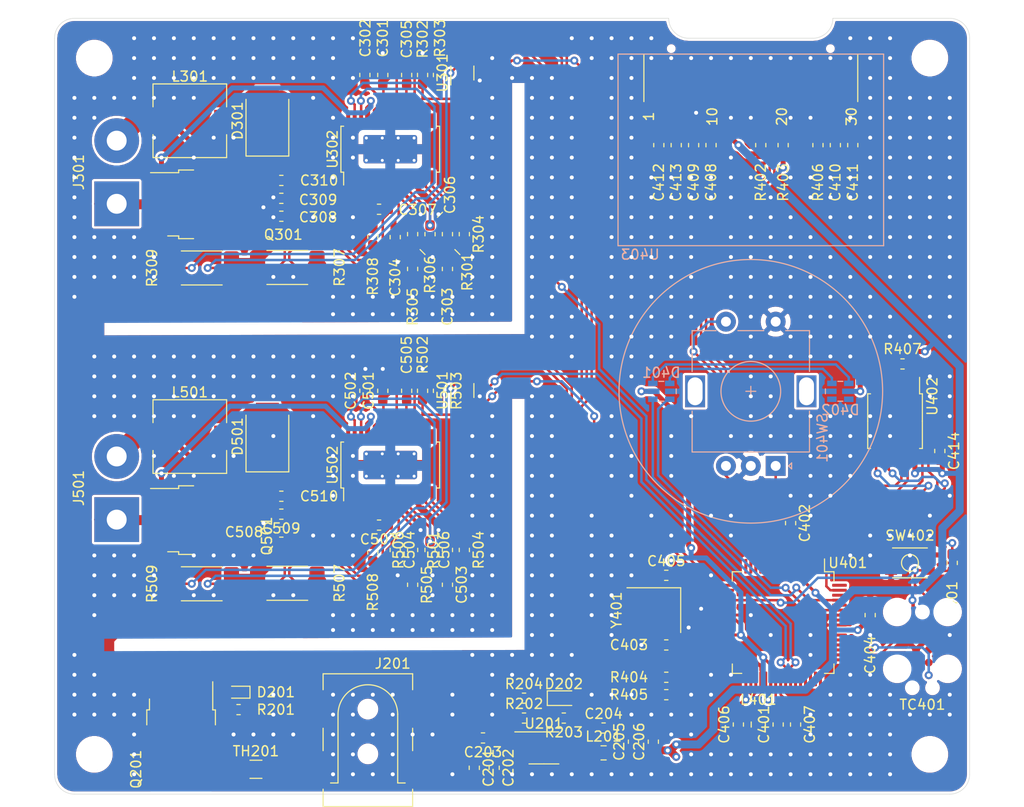
<source format=kicad_pcb>
(kicad_pcb (version 20171130) (host pcbnew 5.1.5)
  (layers (0 F.Cu signal) (31 B.Cu signal) (34 B.Paste user) (35 F.Paste user) (36 B.SilkS user) (37 F.SilkS user) (38 B.Mask user) (39 F.Mask user) (44 Edge.Cuts user))
  (net 0 "")
  (net 1 GND)
  (net 2 /CONTROLLER/VBUS)
  (net 3 "Net-(C203-Pad1)")
  (net 4 "Net-(C204-Pad2)")
  (net 5 "Net-(C204-Pad1)")
  (net 6 +3V3)
  (net 7 /LED_CONTROLLER_C/IIN)
  (net 8 /LED_CONTROLLER_C/ILED)
  (net 9 "Net-(C401-Pad2)")
  (net 10 "Net-(C407-Pad1)")
  (net 11 "Net-(C410-Pad2)")
  (net 12 "Net-(C411-Pad2)")
  (net 13 "Net-(C412-Pad2)")
  (net 14 "Net-(C412-Pad1)")
  (net 15 "Net-(C413-Pad2)")
  (net 16 "Net-(C413-Pad1)")
  (net 17 /sheet5EA750BF/IIN)
  (net 18 /sheet5EA750BF/ILED)
  (net 19 "Net-(C503-Pad1)")
  (net 20 "Net-(C505-Pad1)")
  (net 21 "Net-(C507-Pad2)")
  (net 22 "Net-(C508-Pad1)")
  (net 23 "Net-(C510-Pad2)")
  (net 24 "Net-(D201-Pad2)")
  (net 25 "Net-(D202-Pad1)")
  (net 26 /CONTROLLER/LED_SDI)
  (net 27 /CONTROLLER/LED_CKI)
  (net 28 "Net-(D501-Pad2)")
  (net 29 "Net-(J201-Pad1)")
  (net 30 "Net-(J201-Pad3)")
  (net 31 "Net-(J501-Pad1)")
  (net 32 /CONTROLLER/WIFI_~RST)
  (net 33 "Net-(L401-Pad2)")
  (net 34 "Net-(Q201-Pad2)")
  (net 35 "Net-(Q501-Pad3)")
  (net 36 "Net-(Q501-Pad1)")
  (net 37 "Net-(R202-Pad2)")
  (net 38 /LED_CONTROLLER_C/ISET)
  (net 39 /CONTROLLER/MCU_RST)
  (net 40 /CONTROLLER/OLED_SCL)
  (net 41 /CONTROLLER/OLED_SDA)
  (net 42 /CONTROLLER/VBUS_SCALED)
  (net 43 "Net-(R406-Pad1)")
  (net 44 /CONTROLLER/QSPI_~CS)
  (net 45 "Net-(R501-Pad2)")
  (net 46 /sheet5EA750BF/ISET)
  (net 47 "Net-(R502-Pad1)")
  (net 48 "Net-(R503-Pad2)")
  (net 49 "Net-(R504-Pad1)")
  (net 50 "Net-(R505-Pad1)")
  (net 51 /CONTROLLER/WIFI_EN)
  (net 52 /CONTROLLER/ENC_A)
  (net 53 /CONTROLLER/ENC_B)
  (net 54 "Net-(SW402-Pad3)")
  (net 55 "Net-(TC401-Pad8)")
  (net 56 "Net-(TC401-Pad7)")
  (net 57 /CONTROLLER/SWO)
  (net 58 "Net-(TC401-Pad5)")
  (net 59 /CONTROLLER/SWCLK)
  (net 60 /CONTROLLER/SWDIO)
  (net 61 /LED_CONTROLLER_C/PWM)
  (net 62 "Net-(U401-Pad64)")
  (net 63 /CONTROLLER/QSPI_CLK)
  (net 64 "Net-(U401-Pad62)")
  (net 65 "Net-(U401-Pad60)")
  (net 66 "Net-(U401-Pad58)")
  (net 67 "Net-(U401-Pad54)")
  (net 68 "Net-(U401-Pad53)")
  (net 69 "Net-(U401-Pad52)")
  (net 70 "Net-(U401-Pad48)")
  (net 71 "Net-(U401-Pad47)")
  (net 72 "Net-(U401-Pad46)")
  (net 73 "Net-(U401-Pad45)")
  (net 74 /CONTROLLER/WIFI_~IRQ)
  (net 75 /sheet5EA750BF/PWM)
  (net 76 "Net-(U401-Pad35)")
  (net 77 "Net-(U401-Pad34)")
  (net 78 "Net-(U401-Pad33)")
  (net 79 /CONTROLLER/HF_XTAL_N)
  (net 80 /CONTROLLER/HF_XTAL_P)
  (net 81 "Net-(U401-Pad19)")
  (net 82 "Net-(U401-Pad18)")
  (net 83 "Net-(U401-Pad17)")
  (net 84 "Net-(U401-Pad16)")
  (net 85 /CONTROLLER/WIFI_MISO)
  (net 86 /CONTROLLER/WIFI_MOSI)
  (net 87 /CONTROLLER/QSPI_D3)
  (net 88 /CONTROLLER/QSPI_D2)
  (net 89 /CONTROLLER/QSPI_D1)
  (net 90 /CONTROLLER/QSPI_D0)
  (net 91 "Net-(U401-Pad2)")
  (net 92 "Net-(U403-Pad25)")
  (net 93 "Net-(U403-Pad24)")
  (net 94 "Net-(U403-Pad23)")
  (net 95 "Net-(U403-Pad22)")
  (net 96 "Net-(U403-Pad21)")
  (net 97 "Net-(U403-Pad17)")
  (net 98 "Net-(U403-Pad16)")
  (net 99 "Net-(U403-Pad14)")
  (net 100 "Net-(U403-Pad13)")
  (net 101 "Net-(U403-Pad7)")
  (net 102 "Net-(U502-Pad22)")
  (net 103 "Net-(U502-Pad21)")
  (net 104 "Net-(U502-Pad15)")
  (net 105 "Net-(C303-Pad1)")
  (net 106 "Net-(C305-Pad1)")
  (net 107 "Net-(C307-Pad2)")
  (net 108 "Net-(C308-Pad1)")
  (net 109 "Net-(C310-Pad2)")
  (net 110 "Net-(D301-Pad2)")
  (net 111 "Net-(J301-Pad1)")
  (net 112 "Net-(Q301-Pad1)")
  (net 113 "Net-(Q301-Pad3)")
  (net 114 "Net-(R301-Pad2)")
  (net 115 "Net-(R302-Pad1)")
  (net 116 "Net-(R303-Pad2)")
  (net 117 "Net-(R304-Pad1)")
  (net 118 "Net-(R305-Pad1)")
  (net 119 "Net-(U302-Pad15)")
  (net 120 "Net-(U302-Pad21)")
  (net 121 "Net-(U302-Pad22)")
  (net 122 /CONTROLLER/ENC_SW)
  (net 123 /LED_CONTROLLER_C/INTVCC)
  (net 124 /sheet5EA750BF/INTVCC)
  (net 125 "Net-(D401-Pad6)")
  (net 126 "Net-(D401-Pad1)")
  (net 127 "Net-(D402-Pad6)")
  (net 128 "Net-(D402-Pad1)")
  (net 129 "Net-(U301-Pad1)")
  (net 130 "Net-(U501-Pad1)")
  (module display:oled-132x64 (layer B.Cu) (at 170 50.5)
    (fp_text reference U403 (at -11.125 15.25) (layer B.SilkS) (effects (justify mirror)))
    (fp_text value OLED_128x64)
    (fp_text user 30 (at 10.125 1.375 270) (layer F.SilkS))
    (fp_text user 20 (at 3.125 1.375 270) (layer F.SilkS))
    (fp_text user 10 (at -3.875 1.375 270) (layer F.SilkS))
    (fp_text user 1 (at -10.25 1.375 270) (layer F.SilkS))
    (pad 30 smd rect (at 10.15 -1.2) (size 0.35 2.2) (layers F.Cu F.Paste F.Mask) (net 1 GND))
    (pad 29 smd rect (at 9.45 -1.2) (size 0.35 2.2) (layers F.Cu F.Paste F.Mask) (net 1 GND))
    (pad 28 smd rect (at 8.75 -1.2) (size 0.35 2.2) (layers F.Cu F.Paste F.Mask) (net 12 "Net-(C411-Pad2)"))
    (pad 27 smd rect (at 8.05 -1.2) (size 0.35 2.2) (layers F.Cu F.Paste F.Mask) (net 11 "Net-(C410-Pad2)"))
    (pad 26 smd rect (at 7.35 -1.2) (size 0.35 2.2) (layers F.Cu F.Paste F.Mask) (net 43 "Net-(R406-Pad1)"))
    (pad 25 smd rect (at 6.65 -1.2) (size 0.35 2.2) (layers F.Cu F.Paste F.Mask) (net 92 "Net-(U403-Pad25)"))
    (pad 24 smd rect (at 5.95 -1.2) (size 0.35 2.2) (layers F.Cu F.Paste F.Mask) (net 93 "Net-(U403-Pad24)"))
    (pad 23 smd rect (at 5.25 -1.2) (size 0.35 2.2) (layers F.Cu F.Paste F.Mask) (net 94 "Net-(U403-Pad23)"))
    (pad 22 smd rect (at 4.55 -1.2) (size 0.35 2.2) (layers F.Cu F.Paste F.Mask) (net 95 "Net-(U403-Pad22)"))
    (pad 21 smd rect (at 3.85 -1.2) (size 0.35 2.2) (layers F.Cu F.Paste F.Mask) (net 96 "Net-(U403-Pad21)"))
    (pad 20 smd rect (at 3.15 -1.2) (size 0.35 2.2) (layers F.Cu F.Paste F.Mask) (net 41 /CONTROLLER/OLED_SDA))
    (pad 19 smd rect (at 2.45 -1.2) (size 0.35 2.2) (layers F.Cu F.Paste F.Mask) (net 41 /CONTROLLER/OLED_SDA))
    (pad 18 smd rect (at 1.75 -1.2) (size 0.35 2.2) (layers F.Cu F.Paste F.Mask) (net 40 /CONTROLLER/OLED_SCL))
    (pad 17 smd rect (at 1.05 -1.2) (size 0.35 2.2) (layers F.Cu F.Paste F.Mask) (net 97 "Net-(U403-Pad17)"))
    (pad 16 smd rect (at 0.35 -1.2) (size 0.35 2.2) (layers F.Cu F.Paste F.Mask) (net 98 "Net-(U403-Pad16)"))
    (pad 15 smd rect (at -0.35 -1.2) (size 0.35 2.2) (layers F.Cu F.Paste F.Mask) (net 1 GND))
    (pad 14 smd rect (at -1.05 -1.2) (size 0.35 2.2) (layers F.Cu F.Paste F.Mask) (net 99 "Net-(U403-Pad14)"))
    (pad 13 smd rect (at -1.75 -1.2) (size 0.35 2.2) (layers F.Cu F.Paste F.Mask) (net 100 "Net-(U403-Pad13)"))
    (pad 12 smd rect (at -2.45 -1.2) (size 0.35 2.2) (layers F.Cu F.Paste F.Mask) (net 1 GND))
    (pad 11 smd rect (at -3.15 -1.2) (size 0.35 2.2) (layers F.Cu F.Paste F.Mask) (net 6 +3V3))
    (pad 10 smd rect (at -3.85 -1.2) (size 0.35 2.2) (layers F.Cu F.Paste F.Mask) (net 1 GND))
    (pad 9 smd rect (at -4.55 -1.2) (size 0.35 2.2) (layers F.Cu F.Paste F.Mask) (net 6 +3V3))
    (pad 8 smd rect (at -5.25 -1.2) (size 0.35 2.2) (layers F.Cu F.Paste F.Mask) (net 1 GND))
    (pad 7 smd rect (at -5.95 -1.2) (size 0.35 2.2) (layers F.Cu F.Paste F.Mask) (net 101 "Net-(U403-Pad7)"))
    (pad 6 smd rect (at -6.65 -1.2) (size 0.35 2.2) (layers F.Cu F.Paste F.Mask) (net 6 +3V3))
    (pad 5 smd rect (at -7.35 -1.2) (size 0.35 2.2) (layers F.Cu F.Paste F.Mask) (net 16 "Net-(C413-Pad1)"))
    (pad 4 smd rect (at -8.05 -1.2) (size 0.35 2.2) (layers F.Cu F.Paste F.Mask) (net 15 "Net-(C413-Pad2)"))
    (pad 3 smd rect (at -8.75 -1.2) (size 0.35 2.2) (layers F.Cu F.Paste F.Mask) (net 14 "Net-(C412-Pad1)"))
    (pad 2 smd rect (at -9.45 -1.2) (size 0.35 2.2) (layers F.Cu F.Paste F.Mask) (net 13 "Net-(C412-Pad2)"))
    (pad 1 smd rect (at -10.15 -1.2) (size 0.35 2.2) (layers F.Cu F.Paste F.Mask) (net 1 GND))
    (pad "" np_thru_hole circle (at 8 -5.45) (size 0.4 0.4) (drill 0.4) (layers *.Cu *.Mask))
    (pad "" np_thru_hole circle (at -8 -5.45) (size 0.4 0.4) (drill 0.4) (layers *.Cu *.Mask))
  )
  (module Rotary_Encoder:RotaryEncoder_Alps_EC11E-Switch_Vertical_H20mm (layer B.Cu) (at 172.5 87 90)
    (fp_text reference SW401 (at 2.8 4.7 270) (layer B.SilkS) (effects (justify mirror)))
    (fp_text value Rotary_Encoder_Switch)
    (pad A thru_hole rect (at 0 0 90) (size 2 2) (drill 1) (layers *.Cu *.Mask) (net 52 /CONTROLLER/ENC_A))
    (pad C thru_hole circle (at 0 -2.5 90) (size 2 2) (drill 1) (layers *.Cu *.Mask) (net 1 GND))
    (pad B thru_hole circle (at 0 -5 90) (size 2 2) (drill 1) (layers *.Cu *.Mask) (net 53 /CONTROLLER/ENC_B))
    (pad MP thru_hole rect (at 7.5 3.1 90) (size 3.2 2) (drill oval 2.8 1.5) (layers *.Cu *.Mask))
    (pad MP thru_hole rect (at 7.5 -8.1 90) (size 3.2 2) (drill oval 2.8 1.5) (layers *.Cu *.Mask))
    (pad S2 thru_hole circle (at 14.5 0 90) (size 2 2) (drill 1) (layers *.Cu *.Mask) (net 1 GND))
    (pad S1 thru_hole circle (at 14.5 -5 90) (size 2 2) (drill 1) (layers *.Cu *.Mask) (net 122 /CONTROLLER/ENC_SW))
  )
  (module tag_connect:TC-2050-IDC (layer F.Cu) (at 187.25 105.5 270)
    (fp_text reference TC401 (at 5.5 0) (layer F.SilkS))
    (fp_text value TC-2050-IDC)
    (pad "" np_thru_hole circle (at 1.905 2.54 270) (size 2.3749 2.3749) (drill 2.3749) (layers *.Cu *.Mask))
    (pad "" np_thru_hole circle (at -3.81 2.54 270) (size 2.3749 2.3749) (drill 2.3749) (layers *.Cu *.Mask))
    (pad "" np_thru_hole circle (at 1.905 -2.54 270) (size 2.3749 2.3749) (drill 2.3749) (layers *.Cu *.Mask))
    (pad "" np_thru_hole circle (at -3.81 -2.54 270) (size 2.3749 2.3749) (drill 2.3749) (layers *.Cu *.Mask))
    (pad "" np_thru_hole circle (at 3.81 1.015 270) (size 0.9906 0.9906) (drill 0.9906) (layers *.Cu *.Mask))
    (pad "" np_thru_hole circle (at 3.81 -1.015 270) (size 0.9906 0.9906) (drill 0.9906) (layers *.Cu *.Mask))
    (pad "" np_thru_hole circle (at -3.81 0 270) (size 0.9906 0.9906) (drill 0.9906) (layers *.Cu *.Mask))
    (pad 10 smd circle (at -2.54 -0.635 270) (size 0.7874 0.7874) (layers F.Cu F.Mask) (net 39 /CONTROLLER/MCU_RST))
    (pad 9 smd circle (at -1.27 -0.635 270) (size 0.7874 0.7874) (layers F.Cu F.Mask) (net 1 GND))
    (pad 8 smd circle (at 0 -0.635 270) (size 0.7874 0.7874) (layers F.Cu F.Mask) (net 55 "Net-(TC401-Pad8)"))
    (pad 7 smd circle (at 1.27 -0.635 270) (size 0.7874 0.7874) (layers F.Cu F.Mask) (net 56 "Net-(TC401-Pad7)"))
    (pad 6 smd circle (at 2.54 -0.635 270) (size 0.7874 0.7874) (layers F.Cu F.Mask) (net 57 /CONTROLLER/SWO))
    (pad 5 smd circle (at 2.54 0.635 270) (size 0.7874 0.7874) (layers F.Cu F.Mask) (net 58 "Net-(TC401-Pad5)"))
    (pad 4 smd circle (at 1.27 0.635 270) (size 0.7874 0.7874) (layers F.Cu F.Mask) (net 59 /CONTROLLER/SWCLK))
    (pad 3 smd circle (at 0 0.635 270) (size 0.7874 0.7874) (layers F.Cu F.Mask) (net 1 GND))
    (pad 2 smd circle (at -1.27 0.635 270) (size 0.7874 0.7874) (layers F.Cu F.Mask) (net 60 /CONTROLLER/SWDIO))
    (pad 1 smd circle (at -2.54 0.635 270) (size 0.7874 0.7874) (layers F.Cu F.Mask) (net 6 +3V3))
  )
  (module Package_TO_SOT_SMD:SOT-353_SC-70-5_Handsoldering (layer F.Cu) (at 141 79.42 90)
    (fp_text reference U501 (at 0 -2 90) (layer F.SilkS))
    (fp_text value SN74LVC1G07DCKR)
    (pad 5 smd rect (at 1.33 -0.65 90) (size 1.5 0.4) (layers F.Cu F.Paste F.Mask) (net 124 /sheet5EA750BF/INTVCC))
    (pad 4 smd rect (at 1.33 0.65 90) (size 1.5 0.4) (layers F.Cu F.Paste F.Mask) (net 48 "Net-(R503-Pad2)"))
    (pad 3 smd rect (at -1.33 0.65 90) (size 1.5 0.4) (layers F.Cu F.Paste F.Mask) (net 1 GND))
    (pad 2 smd rect (at -1.33 0 90) (size 1.5 0.4) (layers F.Cu F.Paste F.Mask) (net 75 /sheet5EA750BF/PWM))
    (pad 1 smd rect (at -1.33 -0.65 90) (size 1.5 0.4) (layers F.Cu F.Paste F.Mask) (net 130 "Net-(U501-Pad1)"))
  )
  (module Package_TO_SOT_SMD:SOT-353_SC-70-5_Handsoldering (layer F.Cu) (at 141 47.5 90)
    (fp_text reference U301 (at 0 -2 90) (layer F.SilkS))
    (fp_text value SN74LVC1G07DCKR)
    (pad 5 smd rect (at 1.33 -0.65 90) (size 1.5 0.4) (layers F.Cu F.Paste F.Mask) (net 123 /LED_CONTROLLER_C/INTVCC))
    (pad 4 smd rect (at 1.33 0.65 90) (size 1.5 0.4) (layers F.Cu F.Paste F.Mask) (net 116 "Net-(R303-Pad2)"))
    (pad 3 smd rect (at -1.33 0.65 90) (size 1.5 0.4) (layers F.Cu F.Paste F.Mask) (net 1 GND))
    (pad 2 smd rect (at -1.33 0 90) (size 1.5 0.4) (layers F.Cu F.Paste F.Mask) (net 61 /LED_CONTROLLER_C/PWM))
    (pad 1 smd rect (at -1.33 -0.65 90) (size 1.5 0.4) (layers F.Cu F.Paste F.Mask) (net 129 "Net-(U301-Pad1)"))
  )
  (module Package_QFP:TQFP-64_10x10mm_P0.5mm (layer F.Cu) (at 173.25 102.75 270)
    (fp_text reference U401 (at -6 -6.5 180) (layer F.SilkS))
    (fp_text value EFM32GG1XB8XX-Q64)
    (pad 64 smd roundrect (at -3.75 -5.6625 270) (size 0.3 1.475) (layers F.Cu F.Paste F.Mask) (net 62 "Net-(U401-Pad64)"))
    (pad 63 smd roundrect (at -3.25 -5.6625 270) (size 0.3 1.475) (layers F.Cu F.Paste F.Mask) (net 63 /CONTROLLER/QSPI_CLK))
    (pad 62 smd roundrect (at -2.75 -5.6625 270) (size 0.3 1.475) (layers F.Cu F.Paste F.Mask) (net 64 "Net-(U401-Pad62)"))
    (pad 61 smd roundrect (at -2.25 -5.6625 270) (size 0.3 1.475) (layers F.Cu F.Paste F.Mask) (net 27 /CONTROLLER/LED_CKI))
    (pad 60 smd roundrect (at -1.75 -5.6625 270) (size 0.3 1.475) (layers F.Cu F.Paste F.Mask) (net 65 "Net-(U401-Pad60)"))
    (pad 59 smd roundrect (at -1.25 -5.6625 270) (size 0.3 1.475) (layers F.Cu F.Paste F.Mask) (net 26 /CONTROLLER/LED_SDI))
    (pad 58 smd roundrect (at -0.75 -5.6625 270) (size 0.3 1.475) (layers F.Cu F.Paste F.Mask) (net 66 "Net-(U401-Pad58)"))
    (pad 57 smd roundrect (at -0.25 -5.6625 270) (size 0.3 1.475) (layers F.Cu F.Paste F.Mask) (net 32 /CONTROLLER/WIFI_~RST))
    (pad 56 smd roundrect (at 0.25 -5.6625 270) (size 0.3 1.475) (layers F.Cu F.Paste F.Mask) (net 1 GND))
    (pad 55 smd roundrect (at 0.75 -5.6625 270) (size 0.3 1.475) (layers F.Cu F.Paste F.Mask) (net 6 +3V3))
    (pad 54 smd roundrect (at 1.25 -5.6625 270) (size 0.3 1.475) (layers F.Cu F.Paste F.Mask) (net 67 "Net-(U401-Pad54)"))
    (pad 53 smd roundrect (at 1.75 -5.6625 270) (size 0.3 1.475) (layers F.Cu F.Paste F.Mask) (net 68 "Net-(U401-Pad53)"))
    (pad 52 smd roundrect (at 2.25 -5.6625 270) (size 0.3 1.475) (layers F.Cu F.Paste F.Mask) (net 69 "Net-(U401-Pad52)"))
    (pad 51 smd roundrect (at 2.75 -5.6625 270) (size 0.3 1.475) (layers F.Cu F.Paste F.Mask) (net 57 /CONTROLLER/SWO))
    (pad 50 smd roundrect (at 3.25 -5.6625 270) (size 0.3 1.475) (layers F.Cu F.Paste F.Mask) (net 60 /CONTROLLER/SWDIO))
    (pad 49 smd roundrect (at 3.75 -5.6625 270) (size 0.3 1.475) (layers F.Cu F.Paste F.Mask) (net 59 /CONTROLLER/SWCLK))
    (pad 48 smd roundrect (at 5.6625 -3.75 270) (size 1.475 0.3) (layers F.Cu F.Paste F.Mask) (net 70 "Net-(U401-Pad48)"))
    (pad 47 smd roundrect (at 5.6625 -3.25 270) (size 1.475 0.3) (layers F.Cu F.Paste F.Mask) (net 71 "Net-(U401-Pad47)"))
    (pad 46 smd roundrect (at 5.6625 -2.75 270) (size 1.475 0.3) (layers F.Cu F.Paste F.Mask) (net 72 "Net-(U401-Pad46)"))
    (pad 45 smd roundrect (at 5.6625 -2.25 270) (size 1.475 0.3) (layers F.Cu F.Paste F.Mask) (net 73 "Net-(U401-Pad45)"))
    (pad 44 smd roundrect (at 5.6625 -1.75 270) (size 1.475 0.3) (layers F.Cu F.Paste F.Mask) (net 74 /CONTROLLER/WIFI_~IRQ))
    (pad 43 smd roundrect (at 5.6625 -1.25 270) (size 1.475 0.3) (layers F.Cu F.Paste F.Mask) (net 51 /CONTROLLER/WIFI_EN))
    (pad 42 smd roundrect (at 5.6625 -0.75 270) (size 1.475 0.3) (layers F.Cu F.Paste F.Mask) (net 61 /LED_CONTROLLER_C/PWM))
    (pad 41 smd roundrect (at 5.6625 -0.25 270) (size 1.475 0.3) (layers F.Cu F.Paste F.Mask) (net 75 /sheet5EA750BF/PWM))
    (pad 40 smd roundrect (at 5.6625 0.25 270) (size 1.475 0.3) (layers F.Cu F.Paste F.Mask) (net 10 "Net-(C407-Pad1)"))
    (pad 39 smd roundrect (at 5.6625 0.75 270) (size 1.475 0.3) (layers F.Cu F.Paste F.Mask) (net 9 "Net-(C401-Pad2)"))
    (pad 38 smd roundrect (at 5.6625 1.25 270) (size 1.475 0.3) (layers F.Cu F.Paste F.Mask) (net 6 +3V3))
    (pad 37 smd roundrect (at 5.6625 1.75 270) (size 1.475 0.3) (layers F.Cu F.Paste F.Mask) (net 33 "Net-(L401-Pad2)"))
    (pad 36 smd roundrect (at 5.6625 2.25 270) (size 1.475 0.3) (layers F.Cu F.Paste F.Mask) (net 1 GND))
    (pad 35 smd roundrect (at 5.6625 2.75 270) (size 1.475 0.3) (layers F.Cu F.Paste F.Mask) (net 76 "Net-(U401-Pad35)"))
    (pad 34 smd roundrect (at 5.6625 3.25 270) (size 1.475 0.3) (layers F.Cu F.Paste F.Mask) (net 77 "Net-(U401-Pad34)"))
    (pad 33 smd roundrect (at 5.6625 3.75 270) (size 1.475 0.3) (layers F.Cu F.Paste F.Mask) (net 78 "Net-(U401-Pad33)"))
    (pad 32 smd roundrect (at 3.75 5.6625 270) (size 0.3 1.475) (layers F.Cu F.Paste F.Mask) (net 42 /CONTROLLER/VBUS_SCALED))
    (pad 31 smd roundrect (at 3.25 5.6625 270) (size 0.3 1.475) (layers F.Cu F.Paste F.Mask) (net 17 /sheet5EA750BF/IIN))
    (pad 30 smd roundrect (at 2.75 5.6625 270) (size 0.3 1.475) (layers F.Cu F.Paste F.Mask) (net 18 /sheet5EA750BF/ILED))
    (pad 29 smd roundrect (at 2.25 5.6625 270) (size 0.3 1.475) (layers F.Cu F.Paste F.Mask) (net 7 /LED_CONTROLLER_C/IIN))
    (pad 28 smd roundrect (at 1.75 5.6625 270) (size 0.3 1.475) (layers F.Cu F.Paste F.Mask) (net 8 /LED_CONTROLLER_C/ILED))
    (pad 27 smd roundrect (at 1.25 5.6625 270) (size 0.3 1.475) (layers F.Cu F.Paste F.Mask) (net 6 +3V3))
    (pad 26 smd roundrect (at 0.75 5.6625 270) (size 0.3 1.475) (layers F.Cu F.Paste F.Mask) (net 79 /CONTROLLER/HF_XTAL_N))
    (pad 25 smd roundrect (at 0.25 5.6625 270) (size 0.3 1.475) (layers F.Cu F.Paste F.Mask) (net 80 /CONTROLLER/HF_XTAL_P))
    (pad 24 smd roundrect (at -0.25 5.6625 270) (size 0.3 1.475) (layers F.Cu F.Paste F.Mask) (net 6 +3V3))
    (pad 23 smd roundrect (at -0.75 5.6625 270) (size 0.3 1.475) (layers F.Cu F.Paste F.Mask) (net 1 GND))
    (pad 22 smd roundrect (at -1.25 5.6625 270) (size 0.3 1.475) (layers F.Cu F.Paste F.Mask) (net 46 /sheet5EA750BF/ISET))
    (pad 21 smd roundrect (at -1.75 5.6625 270) (size 0.3 1.475) (layers F.Cu F.Paste F.Mask) (net 38 /LED_CONTROLLER_C/ISET))
    (pad 20 smd roundrect (at -2.25 5.6625 270) (size 0.3 1.475) (layers F.Cu F.Paste F.Mask) (net 39 /CONTROLLER/MCU_RST))
    (pad 19 smd roundrect (at -2.75 5.6625 270) (size 0.3 1.475) (layers F.Cu F.Paste F.Mask) (net 81 "Net-(U401-Pad19)"))
    (pad 18 smd roundrect (at -3.25 5.6625 270) (size 0.3 1.475) (layers F.Cu F.Paste F.Mask) (net 82 "Net-(U401-Pad18)"))
    (pad 17 smd roundrect (at -3.75 5.6625 270) (size 0.3 1.475) (layers F.Cu F.Paste F.Mask) (net 83 "Net-(U401-Pad17)"))
    (pad 16 smd roundrect (at -5.6625 3.75 270) (size 1.475 0.3) (layers F.Cu F.Paste F.Mask) (net 84 "Net-(U401-Pad16)"))
    (pad 15 smd roundrect (at -5.6625 3.25 270) (size 1.475 0.3) (layers F.Cu F.Paste F.Mask) (net 122 /CONTROLLER/ENC_SW))
    (pad 14 smd roundrect (at -5.6625 2.75 270) (size 1.475 0.3) (layers F.Cu F.Paste F.Mask) (net 40 /CONTROLLER/OLED_SCL))
    (pad 13 smd roundrect (at -5.6625 2.25 270) (size 1.475 0.3) (layers F.Cu F.Paste F.Mask) (net 41 /CONTROLLER/OLED_SDA))
    (pad 12 smd roundrect (at -5.6625 1.75 270) (size 1.475 0.3) (layers F.Cu F.Paste F.Mask) (net 53 /CONTROLLER/ENC_B))
    (pad 11 smd roundrect (at -5.6625 1.25 270) (size 1.475 0.3) (layers F.Cu F.Paste F.Mask) (net 52 /CONTROLLER/ENC_A))
    (pad 10 smd roundrect (at -5.6625 0.75 270) (size 1.475 0.3) (layers F.Cu F.Paste F.Mask) (net 85 /CONTROLLER/WIFI_MISO))
    (pad 9 smd roundrect (at -5.6625 0.25 270) (size 1.475 0.3) (layers F.Cu F.Paste F.Mask) (net 86 /CONTROLLER/WIFI_MOSI))
    (pad 8 smd roundrect (at -5.6625 -0.25 270) (size 1.475 0.3) (layers F.Cu F.Paste F.Mask) (net 1 GND))
    (pad 7 smd roundrect (at -5.6625 -0.75 270) (size 1.475 0.3) (layers F.Cu F.Paste F.Mask) (net 6 +3V3))
    (pad 6 smd roundrect (at -5.6625 -1.25 270) (size 1.475 0.3) (layers F.Cu F.Paste F.Mask) (net 87 /CONTROLLER/QSPI_D3))
    (pad 5 smd roundrect (at -5.6625 -1.75 270) (size 1.475 0.3) (layers F.Cu F.Paste F.Mask) (net 88 /CONTROLLER/QSPI_D2))
    (pad 4 smd roundrect (at -5.6625 -2.25 270) (size 1.475 0.3) (layers F.Cu F.Paste F.Mask) (net 89 /CONTROLLER/QSPI_D1))
    (pad 3 smd roundrect (at -5.6625 -2.75 270) (size 1.475 0.3) (layers F.Cu F.Paste F.Mask) (net 90 /CONTROLLER/QSPI_D0))
    (pad 2 smd roundrect (at -5.6625 -3.25 270) (size 1.475 0.3) (layers F.Cu F.Paste F.Mask) (net 91 "Net-(U401-Pad2)"))
    (pad 1 smd roundrect (at -5.6625 -3.75 270) (size 1.475 0.3) (layers F.Cu F.Paste F.Mask) (net 44 /CONTROLLER/QSPI_~CS))
  )
  (module led:SK9822-2020 (layer B.Cu) (at 179 79.5)
    (fp_text reference D402 (at 0 1.875) (layer B.SilkS) (effects (justify mirror)))
    (fp_text value SK9822)
    (pad 6 smd rect (at 0.85 0.8) (size 0.95 0.55) (layers B.Cu B.Paste B.Mask) (net 127 "Net-(D402-Pad6)"))
    (pad 5 smd rect (at 0.75 0) (size 1.15 0.55) (layers B.Cu B.Paste B.Mask) (net 6 +3V3))
    (pad 4 smd rect (at 0.85 -0.8) (size 0.95 0.55) (layers B.Cu B.Paste B.Mask) (net 125 "Net-(D401-Pad6)"))
    (pad 3 smd rect (at -0.85 -0.8) (size 0.95 0.55) (layers B.Cu B.Paste B.Mask) (net 126 "Net-(D401-Pad1)"))
    (pad 2 smd rect (at -0.85 0) (size 0.95 0.55) (layers B.Cu B.Paste B.Mask) (net 1 GND))
    (pad 1 smd rect (at -0.85 0.8) (size 0.95 0.55) (layers B.Cu B.Paste B.Mask) (net 128 "Net-(D402-Pad1)"))
  )
  (module led:SK9822-2020 (layer B.Cu) (at 161 79.5 180)
    (fp_text reference D401 (at 0 1.875) (layer B.SilkS) (effects (justify mirror)))
    (fp_text value SK9822)
    (pad 6 smd rect (at 0.85 0.8 180) (size 0.95 0.55) (layers B.Cu B.Paste B.Mask) (net 125 "Net-(D401-Pad6)"))
    (pad 5 smd rect (at 0.75 0 180) (size 1.15 0.55) (layers B.Cu B.Paste B.Mask) (net 6 +3V3))
    (pad 4 smd rect (at 0.85 -0.8 180) (size 0.95 0.55) (layers B.Cu B.Paste B.Mask) (net 27 /CONTROLLER/LED_CKI))
    (pad 3 smd rect (at -0.85 -0.8 180) (size 0.95 0.55) (layers B.Cu B.Paste B.Mask) (net 26 /CONTROLLER/LED_SDI))
    (pad 2 smd rect (at -0.85 0 180) (size 0.95 0.55) (layers B.Cu B.Paste B.Mask) (net 1 GND))
    (pad 1 smd rect (at -0.85 0.8 180) (size 0.95 0.55) (layers B.Cu B.Paste B.Mask) (net 126 "Net-(D401-Pad1)"))
  )
  (module btn:btn_3x4x2mm_4p (layer F.Cu) (at 186 96.75 180)
    (fp_text reference SW402 (at 0 2.75) (layer F.SilkS))
    (fp_text value RST_BTN)
    (pad 4 smd rect (at 1.9 -0.8 180) (size 1.2 0.8) (layers F.Cu F.Paste F.Mask) (net 1 GND))
    (pad 3 smd rect (at 1.9 0.8 180) (size 1.2 0.8) (layers F.Cu F.Paste F.Mask) (net 54 "Net-(SW402-Pad3)"))
    (pad 2 smd rect (at -1.9 0.8 180) (size 1.2 0.8) (layers F.Cu F.Paste F.Mask) (net 1 GND))
    (pad 1 smd rect (at -1.9 -0.8 180) (size 1.2 0.8) (layers F.Cu F.Paste F.Mask) (net 39 /CONTROLLER/MCU_RST))
  )
  (module MountingHole:MountingHole_3.2mm_M3 (layer F.Cu) (at 188 116)
    (fp_text reference REF** hide)
    (fp_text value MountingHole_3.2mm_M3)
    (pad 1 np_thru_hole circle (at 0 0) (size 3.2 3.2) (drill 3.2) (layers *.Cu *.Mask))
  )
  (module Capacitor_SMD:C_0603_1608Metric_Pad1.05x0.95mm_HandSolder (layer F.Cu) (at 143.075 114.35 180)
    (fp_text reference C203 (at 0 -1.43) (layer F.SilkS))
    (fp_text value 1uF)
    (pad 2 smd roundrect (at 0.875 0 180) (size 1.05 0.95) (layers F.Cu F.Paste F.Mask) (net 1 GND))
    (pad 1 smd roundrect (at -0.875 0 180) (size 1.05 0.95) (layers F.Cu F.Paste F.Mask) (net 3 "Net-(C203-Pad1)"))
  )
  (module Capacitor_SMD:C_0603_1608Metric_Pad1.05x0.95mm_HandSolder (layer F.Cu) (at 144.2 117.35 270)
    (fp_text reference C202 (at 0 -1.43 90) (layer F.SilkS))
    (fp_text value 10uF)
    (pad 2 smd roundrect (at 0.875 0 270) (size 1.05 0.95) (layers F.Cu F.Paste F.Mask) (net 1 GND))
    (pad 1 smd roundrect (at -0.875 0 270) (size 1.05 0.95) (layers F.Cu F.Paste F.Mask) (net 2 /CONTROLLER/VBUS))
  )
  (module Capacitor_SMD:C_0603_1608Metric_Pad1.05x0.95mm_HandSolder (layer F.Cu) (at 142.2 117.35 270)
    (fp_text reference C201 (at 0 -1.43 90) (layer F.SilkS))
    (fp_text value 10uF)
    (pad 2 smd roundrect (at 0.875 0 270) (size 1.05 0.95) (layers F.Cu F.Paste F.Mask) (net 1 GND))
    (pad 1 smd roundrect (at -0.875 0 270) (size 1.05 0.95) (layers F.Cu F.Paste F.Mask) (net 2 /CONTROLLER/VBUS))
  )
  (module Resistor_SMD:R_0603_1608Metric_Pad1.05x0.95mm_HandSolder (layer F.Cu) (at 190.25 96.75 90)
    (fp_text reference R401 (at -3.75 0 90) (layer F.SilkS))
    (fp_text value 10kΩ)
    (pad 2 smd roundrect (at 0.875 0 90) (size 1.05 0.95) (layers F.Cu F.Paste F.Mask) (net 6 +3V3))
    (pad 1 smd roundrect (at -0.875 0 90) (size 1.05 0.95) (layers F.Cu F.Paste F.Mask) (net 39 /CONTROLLER/MCU_RST))
  )
  (module MountingHole:MountingHole_3.2mm_M3 (layer F.Cu) (at 104 116)
    (fp_text reference REF** hide)
    (fp_text value MountingHole_3.2mm_M3)
    (pad 1 np_thru_hole circle (at 0 0) (size 3.2 3.2) (drill 3.2) (layers *.Cu *.Mask))
  )
  (module MountingHole:MountingHole_3.2mm_M3 (layer F.Cu) (at 104 46)
    (fp_text reference REF** hide)
    (fp_text value MountingHole_3.2mm_M3)
    (pad 1 np_thru_hole circle (at 0 0) (size 3.2 3.2) (drill 3.2) (layers *.Cu *.Mask))
  )
  (module MountingHole:MountingHole_3.2mm_M3 (layer F.Cu) (at 188 46)
    (fp_text reference REF** hide)
    (fp_text value MountingHole_3.2mm_M3)
    (pad 1 np_thru_hole circle (at 0 0) (size 3.2 3.2) (drill 3.2) (layers *.Cu *.Mask))
  )
  (module Resistor_SMD:R_0603_1608Metric_Pad1.05x0.95mm_HandSolder (layer F.Cu) (at 136 67.2 270)
    (fp_text reference R305 (at 3.8 0 90) (layer F.SilkS))
    (fp_text value 78k7Ω)
    (pad 1 smd roundrect (at -0.875 0 270) (size 1.05 0.95) (layers F.Cu F.Paste F.Mask) (net 118 "Net-(R305-Pad1)"))
    (pad 2 smd roundrect (at 0.875 0 270) (size 1.05 0.95) (layers F.Cu F.Paste F.Mask) (net 2 /CONTROLLER/VBUS))
  )
  (module Package_SO:HTSSOP-28-1EP_4.4x9.7mm_P0.65mm_EP2.85x5.4mm_ThermalVias (layer F.Cu) (at 133.75 55.16 90)
    (fp_text reference U302 (at 0 -5.8 90) (layer F.SilkS))
    (fp_text value LT3952A)
    (pad 29 smd roundrect (at 0 0 90) (size 2.85 5.4) (layers F.Cu F.Mask) (roundrect_rratio 0.08771900000000001) (net 1 GND))
    (pad 29 thru_hole circle (at -1.125 -2.4 90) (size 0.6 0.6) (drill 0.3) (layers *.Cu) (net 1 GND))
    (pad 29 thru_hole circle (at 1.125 -2.4 90) (size 0.6 0.6) (drill 0.3) (layers *.Cu) (net 1 GND))
    (pad 29 thru_hole circle (at -1.125 -0.8 90) (size 0.6 0.6) (drill 0.3) (layers *.Cu) (net 1 GND))
    (pad 29 thru_hole circle (at 1.125 -0.8 90) (size 0.6 0.6) (drill 0.3) (layers *.Cu) (net 1 GND))
    (pad 29 thru_hole circle (at -1.125 0.8 90) (size 0.6 0.6) (drill 0.3) (layers *.Cu) (net 1 GND))
    (pad 29 thru_hole circle (at 1.125 0.8 90) (size 0.6 0.6) (drill 0.3) (layers *.Cu) (net 1 GND))
    (pad 29 thru_hole circle (at -1.125 2.4 90) (size 0.6 0.6) (drill 0.3) (layers *.Cu) (net 1 GND))
    (pad 29 thru_hole circle (at 1.125 2.4 90) (size 0.6 0.6) (drill 0.3) (layers *.Cu) (net 1 GND))
    (pad 29 smd roundrect (at 0 0 90) (size 2.85 5.4) (layers B.Cu) (roundrect_rratio 0.08771900000000001) (net 1 GND))
    (pad 1 smd roundrect (at -2.8625 -4.225 90) (size 1.475 0.4) (layers F.Cu F.Paste F.Mask) (net 1 GND))
    (pad 2 smd roundrect (at -2.8625 -3.575 90) (size 1.475 0.4) (layers F.Cu F.Paste F.Mask) (net 110 "Net-(D301-Pad2)"))
    (pad 3 smd roundrect (at -2.8625 -2.925 90) (size 1.475 0.4) (layers F.Cu F.Paste F.Mask) (net 110 "Net-(D301-Pad2)"))
    (pad 4 smd roundrect (at -2.8625 -2.275 90) (size 1.475 0.4) (layers F.Cu F.Paste F.Mask) (net 110 "Net-(D301-Pad2)"))
    (pad 5 smd roundrect (at -2.8625 -1.625 90) (size 1.475 0.4) (layers F.Cu F.Paste F.Mask) (net 107 "Net-(C307-Pad2)"))
    (pad 6 smd roundrect (at -2.8625 -0.975 90) (size 1.475 0.4) (layers F.Cu F.Paste F.Mask) (net 2 /CONTROLLER/VBUS))
    (pad 7 smd roundrect (at -2.8625 -0.325 90) (size 1.475 0.4) (layers F.Cu F.Paste F.Mask) (net 2 /CONTROLLER/VBUS))
    (pad 8 smd roundrect (at -2.8625 0.325 90) (size 1.475 0.4) (layers F.Cu F.Paste F.Mask) (net 118 "Net-(R305-Pad1)"))
    (pad 9 smd roundrect (at -2.8625 0.975 90) (size 1.475 0.4) (layers F.Cu F.Paste F.Mask) (net 1 GND))
    (pad 10 smd roundrect (at -2.8625 1.625 90) (size 1.475 0.4) (layers F.Cu F.Paste F.Mask) (net 123 /LED_CONTROLLER_C/INTVCC))
    (pad 11 smd roundrect (at -2.8625 2.275 90) (size 1.475 0.4) (layers F.Cu F.Paste F.Mask) (net 1 GND))
    (pad 12 smd roundrect (at -2.8625 2.925 90) (size 1.475 0.4) (layers F.Cu F.Paste F.Mask) (net 1 GND))
    (pad 13 smd roundrect (at -2.8625 3.575 90) (size 1.475 0.4) (layers F.Cu F.Paste F.Mask) (net 114 "Net-(R301-Pad2)"))
    (pad 14 smd roundrect (at -2.8625 4.225 90) (size 1.475 0.4) (layers F.Cu F.Paste F.Mask) (net 117 "Net-(R304-Pad1)"))
    (pad 15 smd roundrect (at 2.8625 4.225 90) (size 1.475 0.4) (layers F.Cu F.Paste F.Mask) (net 119 "Net-(U302-Pad15)"))
    (pad 16 smd roundrect (at 2.8625 3.575 90) (size 1.475 0.4) (layers F.Cu F.Paste F.Mask) (net 1 GND))
    (pad 17 smd roundrect (at 2.8625 2.925 90) (size 1.475 0.4) (layers F.Cu F.Paste F.Mask) (net 38 /LED_CONTROLLER_C/ISET))
    (pad 18 smd roundrect (at 2.8625 2.275 90) (size 1.475 0.4) (layers F.Cu F.Paste F.Mask) (net 115 "Net-(R302-Pad1)"))
    (pad 19 smd roundrect (at 2.8625 1.625 90) (size 1.475 0.4) (layers F.Cu F.Paste F.Mask) (net 106 "Net-(C305-Pad1)"))
    (pad 20 smd roundrect (at 2.8625 0.975 90) (size 1.475 0.4) (layers F.Cu F.Paste F.Mask) (net 116 "Net-(R303-Pad2)"))
    (pad 21 smd roundrect (at 2.8625 0.325 90) (size 1.475 0.4) (layers F.Cu F.Paste F.Mask) (net 120 "Net-(U302-Pad21)"))
    (pad 22 smd roundrect (at 2.8625 -0.325 90) (size 1.475 0.4) (layers F.Cu F.Paste F.Mask) (net 121 "Net-(U302-Pad22)"))
    (pad 23 smd roundrect (at 2.8625 -0.975 90) (size 1.475 0.4) (layers F.Cu F.Paste F.Mask) (net 7 /LED_CONTROLLER_C/IIN))
    (pad 24 smd roundrect (at 2.8625 -1.625 90) (size 1.475 0.4) (layers F.Cu F.Paste F.Mask) (net 8 /LED_CONTROLLER_C/ILED))
    (pad 25 smd roundrect (at 2.8625 -2.275 90) (size 1.475 0.4) (layers F.Cu F.Paste F.Mask) (net 112 "Net-(Q301-Pad1)"))
    (pad 26 smd roundrect (at 2.8625 -2.925 90) (size 1.475 0.4) (layers F.Cu F.Paste F.Mask) (net 113 "Net-(Q301-Pad3)"))
    (pad 27 smd roundrect (at 2.8625 -3.575 90) (size 1.475 0.4) (layers F.Cu F.Paste F.Mask) (net 108 "Net-(C308-Pad1)"))
    (pad 28 smd roundrect (at 2.8625 -4.225 90) (size 1.475 0.4) (layers F.Cu F.Paste F.Mask) (net 1 GND))
  )
  (module Package_TO_SOT_SMD:TO-252-3_TabPin2 (layer F.Cu) (at 114.95 60.7)
    (fp_text reference Q301 (at 8.05 3.05 180) (layer F.SilkS))
    (fp_text value AOD4185)
    (pad 1 smd rect (at -4.2 -2.28) (size 2.2 1.2) (layers F.Cu F.Paste F.Mask) (net 112 "Net-(Q301-Pad1)"))
    (pad 2 smd rect (at -4.2 0) (size 2.2 1.2) (layers F.Cu F.Paste F.Mask) (net 111 "Net-(J301-Pad1)"))
    (pad 3 smd rect (at -4.2 2.28) (size 2.2 1.2) (layers F.Cu F.Paste F.Mask) (net 113 "Net-(Q301-Pad3)"))
    (pad 2 smd rect (at 2.1 0) (size 6.4 5.8) (layers F.Cu F.Mask) (net 111 "Net-(J301-Pad1)"))
  )
  (module Resistor_SMD:R_0603_1608Metric_Pad1.05x0.95mm_HandSolder (layer F.Cu) (at 141.2 63.7 270)
    (fp_text reference R304 (at 0 -1.43 90) (layer F.SilkS))
    (fp_text value 90k9Ω)
    (pad 1 smd roundrect (at -0.875 0 270) (size 1.05 0.95) (layers F.Cu F.Paste F.Mask) (net 117 "Net-(R304-Pad1)"))
    (pad 2 smd roundrect (at 0.875 0 270) (size 1.05 0.95) (layers F.Cu F.Paste F.Mask) (net 1 GND))
  )
  (module Capacitor_SMD:C_0603_1608Metric_Pad1.05x0.95mm_HandSolder (layer F.Cu) (at 132.625 61.2 180)
    (fp_text reference C307 (at -3.875 -0.05) (layer F.SilkS))
    (fp_text value DNP)
    (pad 1 smd roundrect (at -0.875 0 180) (size 1.05 0.95) (layers F.Cu F.Paste F.Mask) (net 2 /CONTROLLER/VBUS))
    (pad 2 smd roundrect (at 0.875 0 180) (size 1.05 0.95) (layers F.Cu F.Paste F.Mask) (net 107 "Net-(C307-Pad2)"))
  )
  (module Diode_SMD:D_SMB (layer F.Cu) (at 121.4 52.3 90)
    (fp_text reference D301 (at 0 -3 90) (layer F.SilkS))
    (fp_text value SK54)
    (pad 1 smd rect (at -2.15 0 90) (size 2.5 2.3) (layers F.Cu F.Paste F.Mask) (net 108 "Net-(C308-Pad1)"))
    (pad 2 smd rect (at 2.15 0 90) (size 2.5 2.3) (layers F.Cu F.Paste F.Mask) (net 110 "Net-(D301-Pad2)"))
  )
  (module Resistor_SMD:R_0603_1608Metric_Pad1.05x0.95mm_HandSolder (layer F.Cu) (at 136 63.7 90)
    (fp_text reference R306 (at -4.05 1.75 90) (layer F.SilkS))
    (fp_text value 12k4Ω)
    (pad 1 smd roundrect (at -0.875 0 90) (size 1.05 0.95) (layers F.Cu F.Paste F.Mask) (net 1 GND))
    (pad 2 smd roundrect (at 0.875 0 90) (size 1.05 0.95) (layers F.Cu F.Paste F.Mask) (net 118 "Net-(R305-Pad1)"))
  )
  (module Capacitor_SMD:C_0603_1608Metric_Pad1.05x0.95mm_HandSolder (layer F.Cu) (at 122.8 58.3 180)
    (fp_text reference C310 (at -3.8 0) (layer F.SilkS))
    (fp_text value 4u7F)
    (pad 1 smd roundrect (at -0.875 0 180) (size 1.05 0.95) (layers F.Cu F.Paste F.Mask) (net 108 "Net-(C308-Pad1)"))
    (pad 2 smd roundrect (at 0.875 0 180) (size 1.05 0.95) (layers F.Cu F.Paste F.Mask) (net 109 "Net-(C310-Pad2)"))
  )
  (module Connector_Wire:SolderWirePad_1x02_P7.62mm_Drill2mm (layer F.Cu) (at 106.25 60.65 90)
    (fp_text reference J301 (at 3.175 -3.81 90) (layer F.SilkS))
    (fp_text value led_string_conn)
    (pad 1 thru_hole rect (at 0 0 90) (size 4.50088 4.50088) (drill 1.99898) (layers *.Cu *.Mask) (net 111 "Net-(J301-Pad1)"))
    (pad 2 thru_hole circle (at 6.35 0 90) (size 4.50088 4.50088) (drill 1.99898) (layers *.Cu *.Mask) (net 109 "Net-(C310-Pad2)"))
  )
  (module Resistor_SMD:R_2512_6332Metric_Pad1.52x3.35mm_HandSolder (layer F.Cu) (at 114.8 67.1 180)
    (fp_text reference R309 (at 5 0 90) (layer F.SilkS))
    (fp_text value 62m5Ω)
    (pad 1 smd roundrect (at -2.9875 0 180) (size 1.525 3.35) (layers F.Cu F.Paste F.Mask) (roundrect_rratio 0.163934) (net 108 "Net-(C308-Pad1)"))
    (pad 2 smd roundrect (at 2.9875 0 180) (size 1.525 3.35) (layers F.Cu F.Paste F.Mask) (roundrect_rratio 0.163934) (net 113 "Net-(Q301-Pad3)"))
  )
  (module Resistor_SMD:R_0603_1608Metric_Pad1.05x0.95mm_HandSolder (layer F.Cu) (at 132 63.95 270)
    (fp_text reference R308 (at 4 0 90) (layer F.SilkS))
    (fp_text value 0Ω)
    (pad 1 smd roundrect (at -0.875 0 270) (size 1.05 0.95) (layers F.Cu F.Paste F.Mask) (net 107 "Net-(C307-Pad2)"))
    (pad 2 smd roundrect (at 0.875 0 270) (size 1.05 0.95) (layers F.Cu F.Paste F.Mask) (net 108 "Net-(C308-Pad1)"))
  )
  (module Capacitor_SMD:C_0603_1608Metric_Pad1.05x0.95mm_HandSolder (layer F.Cu) (at 134.25 64 270)
    (fp_text reference C304 (at 4.05 0 90) (layer F.SilkS))
    (fp_text value 1uF)
    (pad 1 smd roundrect (at -0.875 0 270) (size 1.05 0.95) (layers F.Cu F.Paste F.Mask) (net 2 /CONTROLLER/VBUS))
    (pad 2 smd roundrect (at 0.875 0 270) (size 1.05 0.95) (layers F.Cu F.Paste F.Mask) (net 1 GND))
  )
  (module Capacitor_SMD:C_0603_1608Metric_Pad1.05x0.95mm_HandSolder (layer F.Cu) (at 135.4 47.7 90)
    (fp_text reference C305 (at 3.6 0 90) (layer F.SilkS))
    (fp_text value 100nF)
    (pad 1 smd roundrect (at -0.875 0 90) (size 1.05 0.95) (layers F.Cu F.Paste F.Mask) (net 106 "Net-(C305-Pad1)"))
    (pad 2 smd roundrect (at 0.875 0 90) (size 1.05 0.95) (layers F.Cu F.Paste F.Mask) (net 1 GND))
  )
  (module Capacitor_SMD:C_0603_1608Metric_Pad1.05x0.95mm_HandSolder (layer F.Cu) (at 137.75 63.7 270)
    (fp_text reference C306 (at -3.95 -2 90) (layer F.SilkS))
    (fp_text value 2u2F)
    (pad 1 smd roundrect (at -0.875 0 270) (size 1.05 0.95) (layers F.Cu F.Paste F.Mask) (net 123 /LED_CONTROLLER_C/INTVCC))
    (pad 2 smd roundrect (at 0.875 0 270) (size 1.05 0.95) (layers F.Cu F.Paste F.Mask) (net 1 GND))
  )
  (module Resistor_SMD:R_0603_1608Metric_Pad1.05x0.95mm_HandSolder (layer F.Cu) (at 138.6 47.7 90)
    (fp_text reference R303 (at 3.7 0.15 90) (layer F.SilkS))
    (fp_text value DNP)
    (pad 1 smd roundrect (at -0.875 0 90) (size 1.05 0.95) (layers F.Cu F.Paste F.Mask) (net 115 "Net-(R302-Pad1)"))
    (pad 2 smd roundrect (at 0.875 0 90) (size 1.05 0.95) (layers F.Cu F.Paste F.Mask) (net 116 "Net-(R303-Pad2)"))
  )
  (module Inductor_SMD:L_7.3x7.3_H3.5 (layer F.Cu) (at 113.6 52.3)
    (fp_text reference L301 (at 0 -4.45) (layer F.SilkS))
    (fp_text value 4u7H)
    (pad 1 smd rect (at -3.2 0) (size 1.5 2.2) (layers F.Cu F.Paste F.Mask) (net 109 "Net-(C310-Pad2)"))
    (pad 2 smd rect (at 3.2 0) (size 1.5 2.2) (layers F.Cu F.Paste F.Mask) (net 110 "Net-(D301-Pad2)"))
  )
  (module Resistor_SMD:R_2512_6332Metric_Pad1.52x3.35mm_HandSolder (layer F.Cu) (at 123.4 67.05 180)
    (fp_text reference R307 (at -5.25 0 90) (layer F.SilkS))
    (fp_text value 15mΩ)
    (pad 1 smd roundrect (at -2.9875 0 180) (size 1.525 3.35) (layers F.Cu F.Paste F.Mask) (roundrect_rratio 0.163934) (net 2 /CONTROLLER/VBUS))
    (pad 2 smd roundrect (at 2.9875 0 180) (size 1.525 3.35) (layers F.Cu F.Paste F.Mask) (roundrect_rratio 0.163934) (net 108 "Net-(C308-Pad1)"))
  )
  (module Resistor_SMD:R_0603_1608Metric_Pad1.05x0.95mm_HandSolder (layer F.Cu) (at 137 47.7 270)
    (fp_text reference R302 (at -3.6 0 90) (layer F.SilkS))
    (fp_text value DNP)
    (pad 1 smd roundrect (at -0.875 0 270) (size 1.05 0.95) (layers F.Cu F.Paste F.Mask) (net 115 "Net-(R302-Pad1)"))
    (pad 2 smd roundrect (at 0.875 0 270) (size 1.05 0.95) (layers F.Cu F.Paste F.Mask) (net 38 /LED_CONTROLLER_C/ISET))
  )
  (module Capacitor_SMD:C_0603_1608Metric_Pad1.05x0.95mm_HandSolder (layer F.Cu) (at 133 47.7 90)
    (fp_text reference C301 (at 3.7 0 90) (layer F.SilkS))
    (fp_text value 1uF)
    (pad 1 smd roundrect (at -0.875 0 90) (size 1.05 0.95) (layers F.Cu F.Paste F.Mask) (net 7 /LED_CONTROLLER_C/IIN))
    (pad 2 smd roundrect (at 0.875 0 90) (size 1.05 0.95) (layers F.Cu F.Paste F.Mask) (net 1 GND))
  )
  (module Capacitor_SMD:C_0603_1608Metric_Pad1.05x0.95mm_HandSolder (layer F.Cu) (at 131.2 47.7 90)
    (fp_text reference C302 (at 3.7 0.05 90) (layer F.SilkS))
    (fp_text value 1uF)
    (pad 1 smd roundrect (at -0.875 0 90) (size 1.05 0.95) (layers F.Cu F.Paste F.Mask) (net 8 /LED_CONTROLLER_C/ILED))
    (pad 2 smd roundrect (at 0.875 0 90) (size 1.05 0.95) (layers F.Cu F.Paste F.Mask) (net 1 GND))
  )
  (module Capacitor_SMD:C_0603_1608Metric_Pad1.05x0.95mm_HandSolder (layer F.Cu) (at 139.5 67.2 270)
    (fp_text reference C303 (at 3.8 0 90) (layer F.SilkS))
    (fp_text value 6.8nF)
    (pad 1 smd roundrect (at -0.875 0 270) (size 1.05 0.95) (layers F.Cu F.Paste F.Mask) (net 105 "Net-(C303-Pad1)"))
    (pad 2 smd roundrect (at 0.875 0 270) (size 1.05 0.95) (layers F.Cu F.Paste F.Mask) (net 1 GND))
  )
  (module Resistor_SMD:R_0603_1608Metric_Pad1.05x0.95mm_HandSolder (layer F.Cu) (at 139.5 63.7 90)
    (fp_text reference R301 (at -3.8 2 90) (layer F.SilkS))
    (fp_text value 220Ω)
    (pad 1 smd roundrect (at -0.875 0 90) (size 1.05 0.95) (layers F.Cu F.Paste F.Mask) (net 105 "Net-(C303-Pad1)"))
    (pad 2 smd roundrect (at 0.875 0 90) (size 1.05 0.95) (layers F.Cu F.Paste F.Mask) (net 114 "Net-(R301-Pad2)"))
  )
  (module Capacitor_SMD:C_0603_1608Metric_Pad1.05x0.95mm_HandSolder (layer F.Cu) (at 122.8 61.9 180)
    (fp_text reference C308 (at -3.7 -0.1) (layer F.SilkS))
    (fp_text value 4u7F)
    (pad 1 smd roundrect (at -0.875 0 180) (size 1.05 0.95) (layers F.Cu F.Paste F.Mask) (net 108 "Net-(C308-Pad1)"))
    (pad 2 smd roundrect (at 0.875 0 180) (size 1.05 0.95) (layers F.Cu F.Paste F.Mask) (net 1 GND))
  )
  (module Capacitor_SMD:C_0603_1608Metric_Pad1.05x0.95mm_HandSolder (layer F.Cu) (at 122.8 60.1 180)
    (fp_text reference C309 (at -3.7 -0.15) (layer F.SilkS))
    (fp_text value 2u2F)
    (pad 1 smd roundrect (at -0.875 0 180) (size 1.05 0.95) (layers F.Cu F.Paste F.Mask) (net 108 "Net-(C308-Pad1)"))
    (pad 2 smd roundrect (at 0.875 0 180) (size 1.05 0.95) (layers F.Cu F.Paste F.Mask) (net 1 GND))
  )
  (module Inductor_SMD:L_7.3x7.3_H3.5 (layer F.Cu) (at 113.6 84.05)
    (fp_text reference L501 (at 0 -4.45) (layer F.SilkS))
    (fp_text value 4u7H)
    (pad 2 smd rect (at 3.2 0) (size 1.5 2.2) (layers F.Cu F.Paste F.Mask) (net 28 "Net-(D501-Pad2)"))
    (pad 1 smd rect (at -3.2 0) (size 1.5 2.2) (layers F.Cu F.Paste F.Mask) (net 23 "Net-(C510-Pad2)"))
  )
  (module Crystal:Crystal_SMD_3225-4Pin_3.2x2.5mm_HandSoldering (layer F.Cu) (at 160.25 101.5 180)
    (fp_text reference Y401 (at 3.75 0 90) (layer F.SilkS))
    (fp_text value 8MHz)
    (pad 4 smd rect (at -1.45 -1.15 180) (size 2.1 1.8) (layers F.Cu F.Paste F.Mask) (net 1 GND))
    (pad 3 smd rect (at 1.45 -1.15 180) (size 2.1 1.8) (layers F.Cu F.Paste F.Mask) (net 79 /CONTROLLER/HF_XTAL_N))
    (pad 2 smd rect (at 1.45 1.15 180) (size 2.1 1.8) (layers F.Cu F.Paste F.Mask) (net 1 GND))
    (pad 1 smd rect (at -1.45 1.15 180) (size 2.1 1.8) (layers F.Cu F.Paste F.Mask) (net 80 /CONTROLLER/HF_XTAL_P))
  )
  (module Package_SO:HTSSOP-28-1EP_4.4x9.7mm_P0.65mm_EP2.85x5.4mm_ThermalVias (layer F.Cu) (at 133.75 86.91 90)
    (fp_text reference U502 (at 0 -5.8 90) (layer F.SilkS))
    (fp_text value LT3952A)
    (pad 28 smd roundrect (at 2.8625 -4.225 90) (size 1.475 0.4) (layers F.Cu F.Paste F.Mask) (net 1 GND))
    (pad 27 smd roundrect (at 2.8625 -3.575 90) (size 1.475 0.4) (layers F.Cu F.Paste F.Mask) (net 22 "Net-(C508-Pad1)"))
    (pad 26 smd roundrect (at 2.8625 -2.925 90) (size 1.475 0.4) (layers F.Cu F.Paste F.Mask) (net 35 "Net-(Q501-Pad3)"))
    (pad 25 smd roundrect (at 2.8625 -2.275 90) (size 1.475 0.4) (layers F.Cu F.Paste F.Mask) (net 36 "Net-(Q501-Pad1)"))
    (pad 24 smd roundrect (at 2.8625 -1.625 90) (size 1.475 0.4) (layers F.Cu F.Paste F.Mask) (net 18 /sheet5EA750BF/ILED))
    (pad 23 smd roundrect (at 2.8625 -0.975 90) (size 1.475 0.4) (layers F.Cu F.Paste F.Mask) (net 17 /sheet5EA750BF/IIN))
    (pad 22 smd roundrect (at 2.8625 -0.325 90) (size 1.475 0.4) (layers F.Cu F.Paste F.Mask) (net 102 "Net-(U502-Pad22)"))
    (pad 21 smd roundrect (at 2.8625 0.325 90) (size 1.475 0.4) (layers F.Cu F.Paste F.Mask) (net 103 "Net-(U502-Pad21)"))
    (pad 20 smd roundrect (at 2.8625 0.975 90) (size 1.475 0.4) (layers F.Cu F.Paste F.Mask) (net 48 "Net-(R503-Pad2)"))
    (pad 19 smd roundrect (at 2.8625 1.625 90) (size 1.475 0.4) (layers F.Cu F.Paste F.Mask) (net 20 "Net-(C505-Pad1)"))
    (pad 18 smd roundrect (at 2.8625 2.275 90) (size 1.475 0.4) (layers F.Cu F.Paste F.Mask) (net 47 "Net-(R502-Pad1)"))
    (pad 17 smd roundrect (at 2.8625 2.925 90) (size 1.475 0.4) (layers F.Cu F.Paste F.Mask) (net 46 /sheet5EA750BF/ISET))
    (pad 16 smd roundrect (at 2.8625 3.575 90) (size 1.475 0.4) (layers F.Cu F.Paste F.Mask) (net 1 GND))
    (pad 15 smd roundrect (at 2.8625 4.225 90) (size 1.475 0.4) (layers F.Cu F.Paste F.Mask) (net 104 "Net-(U502-Pad15)"))
    (pad 14 smd roundrect (at -2.8625 4.225 90) (size 1.475 0.4) (layers F.Cu F.Paste F.Mask) (net 49 "Net-(R504-Pad1)"))
    (pad 13 smd roundrect (at -2.8625 3.575 90) (size 1.475 0.4) (layers F.Cu F.Paste F.Mask) (net 45 "Net-(R501-Pad2)"))
    (pad 12 smd roundrect (at -2.8625 2.925 90) (size 1.475 0.4) (layers F.Cu F.Paste F.Mask) (net 1 GND))
    (pad 11 smd roundrect (at -2.8625 2.275 90) (size 1.475 0.4) (layers F.Cu F.Paste F.Mask) (net 1 GND))
    (pad 10 smd roundrect (at -2.8625 1.625 90) (size 1.475 0.4) (layers F.Cu F.Paste F.Mask) (net 124 /sheet5EA750BF/INTVCC))
    (pad 9 smd roundrect (at -2.8625 0.975 90) (size 1.475 0.4) (layers F.Cu F.Paste F.Mask) (net 1 GND))
    (pad 8 smd roundrect (at -2.8625 0.325 90) (size 1.475 0.4) (layers F.Cu F.Paste F.Mask) (net 50 "Net-(R505-Pad1)"))
    (pad 7 smd roundrect (at -2.8625 -0.325 90) (size 1.475 0.4) (layers F.Cu F.Paste F.Mask) (net 2 /CONTROLLER/VBUS))
    (pad 6 smd roundrect (at -2.8625 -0.975 90) (size 1.475 0.4) (layers F.Cu F.Paste F.Mask) (net 2 /CONTROLLER/VBUS))
    (pad 5 smd roundrect (at -2.8625 -1.625 90) (size 1.475 0.4) (layers F.Cu F.Paste F.Mask) (net 21 "Net-(C507-Pad2)"))
    (pad 4 smd roundrect (at -2.8625 -2.275 90) (size 1.475 0.4) (layers F.Cu F.Paste F.Mask) (net 28 "Net-(D501-Pad2)"))
    (pad 3 smd roundrect (at -2.8625 -2.925 90) (size 1.475 0.4) (layers F.Cu F.Paste F.Mask) (net 28 "Net-(D501-Pad2)"))
    (pad 2 smd roundrect (at -2.8625 -3.575 90) (size 1.475 0.4) (layers F.Cu F.Paste F.Mask) (net 28 "Net-(D501-Pad2)"))
    (pad 1 smd roundrect (at -2.8625 -4.225 90) (size 1.475 0.4) (layers F.Cu F.Paste F.Mask) (net 1 GND))
    (pad 29 smd roundrect (at 0 0 90) (size 2.85 5.4) (layers B.Cu) (roundrect_rratio 0.08771900000000001) (net 1 GND))
    (pad 29 thru_hole circle (at 1.125 2.4 90) (size 0.6 0.6) (drill 0.3) (layers *.Cu) (net 1 GND))
    (pad 29 thru_hole circle (at -1.125 2.4 90) (size 0.6 0.6) (drill 0.3) (layers *.Cu) (net 1 GND))
    (pad 29 thru_hole circle (at 1.125 0.8 90) (size 0.6 0.6) (drill 0.3) (layers *.Cu) (net 1 GND))
    (pad 29 thru_hole circle (at -1.125 0.8 90) (size 0.6 0.6) (drill 0.3) (layers *.Cu) (net 1 GND))
    (pad 29 thru_hole circle (at 1.125 -0.8 90) (size 0.6 0.6) (drill 0.3) (layers *.Cu) (net 1 GND))
    (pad 29 thru_hole circle (at -1.125 -0.8 90) (size 0.6 0.6) (drill 0.3) (layers *.Cu) (net 1 GND))
    (pad 29 thru_hole circle (at 1.125 -2.4 90) (size 0.6 0.6) (drill 0.3) (layers *.Cu) (net 1 GND))
    (pad 29 thru_hole circle (at -1.125 -2.4 90) (size 0.6 0.6) (drill 0.3) (layers *.Cu) (net 1 GND))
    (pad 29 smd roundrect (at 0 0 90) (size 2.85 5.4) (layers F.Cu F.Mask) (roundrect_rratio 0.08771900000000001) (net 1 GND))
  )
  (module Package_SO:SOIC-8_5.275x5.275mm_P1.27mm (layer F.Cu) (at 184.5 82.5 270)
    (fp_text reference U402 (at -2.5 -3.75 90) (layer F.SilkS))
    (fp_text value QSPI-FLASH)
    (pad 8 smd roundrect (at 3.6 -1.905 270) (size 1.6 0.6) (layers F.Cu F.Paste F.Mask) (net 6 +3V3))
    (pad 7 smd roundrect (at 3.6 -0.635 270) (size 1.6 0.6) (layers F.Cu F.Paste F.Mask) (net 87 /CONTROLLER/QSPI_D3))
    (pad 6 smd roundrect (at 3.6 0.635 270) (size 1.6 0.6) (layers F.Cu F.Paste F.Mask) (net 63 /CONTROLLER/QSPI_CLK))
    (pad 5 smd roundrect (at 3.6 1.905 270) (size 1.6 0.6) (layers F.Cu F.Paste F.Mask) (net 90 /CONTROLLER/QSPI_D0))
    (pad 4 smd roundrect (at -3.6 1.905 270) (size 1.6 0.6) (layers F.Cu F.Paste F.Mask) (net 1 GND))
    (pad 3 smd roundrect (at -3.6 0.635 270) (size 1.6 0.6) (layers F.Cu F.Paste F.Mask) (net 88 /CONTROLLER/QSPI_D2))
    (pad 2 smd roundrect (at -3.6 -0.635 270) (size 1.6 0.6) (layers F.Cu F.Paste F.Mask) (net 89 /CONTROLLER/QSPI_D1))
    (pad 1 smd roundrect (at -3.6 -1.905 270) (size 1.6 0.6) (layers F.Cu F.Paste F.Mask) (net 44 /CONTROLLER/QSPI_~CS))
  )
  (module Package_SO:MSOP-8_3x3mm_P0.65mm (layer F.Cu) (at 149.2 115.35)
    (fp_text reference U201 (at 0 -2.45) (layer F.SilkS))
    (fp_text value MCP16311MS)
    (pad 8 smd roundrect (at 2.1125 -0.975) (size 1.625 0.5) (layers F.Cu F.Paste F.Mask) (net 1 GND))
    (pad 7 smd roundrect (at 2.1125 -0.325) (size 1.625 0.5) (layers F.Cu F.Paste F.Mask) (net 5 "Net-(C204-Pad1)"))
    (pad 6 smd roundrect (at 2.1125 0.325) (size 1.625 0.5) (layers F.Cu F.Paste F.Mask) (net 4 "Net-(C204-Pad2)"))
    (pad 5 smd roundrect (at 2.1125 0.975) (size 1.625 0.5) (layers F.Cu F.Paste F.Mask) (net 1 GND))
    (pad 4 smd roundrect (at -2.1125 0.975) (size 1.625 0.5) (layers F.Cu F.Paste F.Mask) (net 2 /CONTROLLER/VBUS))
    (pad 3 smd roundrect (at -2.1125 0.325) (size 1.625 0.5) (layers F.Cu F.Paste F.Mask) (net 2 /CONTROLLER/VBUS))
    (pad 2 smd roundrect (at -2.1125 -0.325) (size 1.625 0.5) (layers F.Cu F.Paste F.Mask) (net 3 "Net-(C203-Pad1)"))
    (pad 1 smd roundrect (at -2.1125 -0.975) (size 1.625 0.5) (layers F.Cu F.Paste F.Mask) (net 37 "Net-(R202-Pad2)"))
  )
  (module Fuse:Fuse_1206_3216Metric_Pad1.42x1.75mm_HandSolder (layer F.Cu) (at 120.25 117.5)
    (fp_text reference TH201 (at 0 -1.82) (layer F.SilkS))
    (fp_text value 4A)
    (pad 2 smd roundrect (at 1.4875 0) (size 1.425 1.75) (layers F.Cu F.Paste F.Mask) (roundrect_rratio 0.175439) (net 29 "Net-(J201-Pad1)"))
    (pad 1 smd roundrect (at -1.4875 0) (size 1.425 1.75) (layers F.Cu F.Paste F.Mask) (roundrect_rratio 0.175439) (net 34 "Net-(Q201-Pad2)"))
  )
  (module Resistor_SMD:R_2512_6332Metric_Pad1.52x3.35mm_HandSolder (layer F.Cu) (at 114.8 98.85 180)
    (fp_text reference R509 (at 5 0 90) (layer F.SilkS))
    (fp_text value 62m5Ω)
    (pad 2 smd roundrect (at 2.9875 0 180) (size 1.525 3.35) (layers F.Cu F.Paste F.Mask) (roundrect_rratio 0.163934) (net 35 "Net-(Q501-Pad3)"))
    (pad 1 smd roundrect (at -2.9875 0 180) (size 1.525 3.35) (layers F.Cu F.Paste F.Mask) (roundrect_rratio 0.163934) (net 22 "Net-(C508-Pad1)"))
  )
  (module Resistor_SMD:R_0603_1608Metric_Pad1.05x0.95mm_HandSolder (layer F.Cu) (at 132 95.7 270)
    (fp_text reference R508 (at 4 0 90) (layer F.SilkS))
    (fp_text value 0Ω)
    (pad 2 smd roundrect (at 0.875 0 270) (size 1.05 0.95) (layers F.Cu F.Paste F.Mask) (net 22 "Net-(C508-Pad1)"))
    (pad 1 smd roundrect (at -0.875 0 270) (size 1.05 0.95) (layers F.Cu F.Paste F.Mask) (net 21 "Net-(C507-Pad2)"))
  )
  (module Resistor_SMD:R_2512_6332Metric_Pad1.52x3.35mm_HandSolder (layer F.Cu) (at 123.4 98.8 180)
    (fp_text reference R507 (at -5.25 0 90) (layer F.SilkS))
    (fp_text value 15mΩ)
    (pad 2 smd roundrect (at 2.9875 0 180) (size 1.525 3.35) (layers F.Cu F.Paste F.Mask) (roundrect_rratio 0.163934) (net 22 "Net-(C508-Pad1)"))
    (pad 1 smd roundrect (at -2.9875 0 180) (size 1.525 3.35) (layers F.Cu F.Paste F.Mask) (roundrect_rratio 0.163934) (net 2 /CONTROLLER/VBUS))
  )
  (module Resistor_SMD:R_0603_1608Metric_Pad1.05x0.95mm_HandSolder (layer F.Cu) (at 136 95.45 90)
    (fp_text reference R506 (at 0 -1.43 90) (layer F.SilkS))
    (fp_text value 12k4Ω)
    (pad 2 smd roundrect (at 0.875 0 90) (size 1.05 0.95) (layers F.Cu F.Paste F.Mask) (net 50 "Net-(R505-Pad1)"))
    (pad 1 smd roundrect (at -0.875 0 90) (size 1.05 0.95) (layers F.Cu F.Paste F.Mask) (net 1 GND))
  )
  (module Resistor_SMD:R_0603_1608Metric_Pad1.05x0.95mm_HandSolder (layer F.Cu) (at 136 98.95 270)
    (fp_text reference R505 (at 0 -1.43 90) (layer F.SilkS))
    (fp_text value 78k7Ω)
    (pad 2 smd roundrect (at 0.875 0 270) (size 1.05 0.95) (layers F.Cu F.Paste F.Mask) (net 2 /CONTROLLER/VBUS))
    (pad 1 smd roundrect (at -0.875 0 270) (size 1.05 0.95) (layers F.Cu F.Paste F.Mask) (net 50 "Net-(R505-Pad1)"))
  )
  (module Resistor_SMD:R_0603_1608Metric_Pad1.05x0.95mm_HandSolder (layer F.Cu) (at 141.2 95.45 270)
    (fp_text reference R504 (at 0 -1.43 90) (layer F.SilkS))
    (fp_text value 90k9Ω)
    (pad 2 smd roundrect (at 0.875 0 270) (size 1.05 0.95) (layers F.Cu F.Paste F.Mask) (net 1 GND))
    (pad 1 smd roundrect (at -0.875 0 270) (size 1.05 0.95) (layers F.Cu F.Paste F.Mask) (net 49 "Net-(R504-Pad1)"))
  )
  (module Resistor_SMD:R_0603_1608Metric_Pad1.05x0.95mm_HandSolder (layer F.Cu) (at 138.6 79.45 90)
    (fp_text reference R503 (at 0 1.8 90) (layer F.SilkS))
    (fp_text value DNP)
    (pad 2 smd roundrect (at 0.875 0 90) (size 1.05 0.95) (layers F.Cu F.Paste F.Mask) (net 48 "Net-(R503-Pad2)"))
    (pad 1 smd roundrect (at -0.875 0 90) (size 1.05 0.95) (layers F.Cu F.Paste F.Mask) (net 47 "Net-(R502-Pad1)"))
  )
  (module Resistor_SMD:R_0603_1608Metric_Pad1.05x0.95mm_HandSolder (layer F.Cu) (at 137 79.45 270)
    (fp_text reference R502 (at -3.6 0 90) (layer F.SilkS))
    (fp_text value DNP)
    (pad 2 smd roundrect (at 0.875 0 270) (size 1.05 0.95) (layers F.Cu F.Paste F.Mask) (net 46 /sheet5EA750BF/ISET))
    (pad 1 smd roundrect (at -0.875 0 270) (size 1.05 0.95) (layers F.Cu F.Paste F.Mask) (net 47 "Net-(R502-Pad1)"))
  )
  (module Resistor_SMD:R_0603_1608Metric_Pad1.05x0.95mm_HandSolder (layer F.Cu) (at 139.5 95.45 90)
    (fp_text reference R501 (at 0 -1.43 90) (layer F.SilkS))
    (fp_text value 220Ω)
    (pad 2 smd roundrect (at 0.875 0 90) (size 1.05 0.95) (layers F.Cu F.Paste F.Mask) (net 45 "Net-(R501-Pad2)"))
    (pad 1 smd roundrect (at -0.875 0 90) (size 1.05 0.95) (layers F.Cu F.Paste F.Mask) (net 19 "Net-(C503-Pad1)"))
  )
  (module Resistor_SMD:R_0603_1608Metric_Pad1.05x0.95mm_HandSolder (layer F.Cu) (at 185.25 76.75 180)
    (fp_text reference R407 (at 0 1.5) (layer F.SilkS))
    (fp_text value 100kΩ)
    (pad 2 smd roundrect (at 0.875 0 180) (size 1.05 0.95) (layers F.Cu F.Paste F.Mask) (net 6 +3V3))
    (pad 1 smd roundrect (at -0.875 0 180) (size 1.05 0.95) (layers F.Cu F.Paste F.Mask) (net 44 /CONTROLLER/QSPI_~CS))
  )
  (module Resistor_SMD:R_0603_1608Metric_Pad1.05x0.95mm_HandSolder (layer F.Cu) (at 176.75 54.75 270)
    (fp_text reference R406 (at 3.75 0 90) (layer F.SilkS))
    (fp_text value 300kΩ)
    (pad 2 smd roundrect (at 0.875 0 270) (size 1.05 0.95) (layers F.Cu F.Paste F.Mask) (net 1 GND))
    (pad 1 smd roundrect (at -0.875 0 270) (size 1.05 0.95) (layers F.Cu F.Paste F.Mask) (net 43 "Net-(R406-Pad1)"))
  )
  (module Resistor_SMD:R_0603_1608Metric_Pad1.05x0.95mm_HandSolder (layer F.Cu) (at 161.5 110)
    (fp_text reference R405 (at -3.75 0) (layer F.SilkS))
    (fp_text value 10kΩ)
    (pad 2 smd roundrect (at 0.875 0) (size 1.05 0.95) (layers F.Cu F.Paste F.Mask) (net 42 /CONTROLLER/VBUS_SCALED))
    (pad 1 smd roundrect (at -0.875 0) (size 1.05 0.95) (layers F.Cu F.Paste F.Mask) (net 1 GND))
  )
  (module Resistor_SMD:R_0603_1608Metric_Pad1.05x0.95mm_HandSolder (layer F.Cu) (at 161.5 108.25 180)
    (fp_text reference R404 (at 3.75 0) (layer F.SilkS))
    (fp_text value 190kΩ)
    (pad 2 smd roundrect (at 0.875 0 180) (size 1.05 0.95) (layers F.Cu F.Paste F.Mask) (net 2 /CONTROLLER/VBUS))
    (pad 1 smd roundrect (at -0.875 0 180) (size 1.05 0.95) (layers F.Cu F.Paste F.Mask) (net 42 /CONTROLLER/VBUS_SCALED))
  )
  (module Resistor_SMD:R_0603_1608Metric_Pad1.05x0.95mm_HandSolder (layer F.Cu) (at 173.25 54.75 270)
    (fp_text reference R403 (at 3.75 0 90) (layer F.SilkS))
    (fp_text value 4k7Ω)
    (pad 2 smd roundrect (at 0.875 0 270) (size 1.05 0.95) (layers F.Cu F.Paste F.Mask) (net 6 +3V3))
    (pad 1 smd roundrect (at -0.875 0 270) (size 1.05 0.95) (layers F.Cu F.Paste F.Mask) (net 41 /CONTROLLER/OLED_SDA))
  )
  (module Resistor_SMD:R_0603_1608Metric_Pad1.05x0.95mm_HandSolder (layer F.Cu) (at 171 54.75 270)
    (fp_text reference R402 (at 3.75 0 90) (layer F.SilkS))
    (fp_text value 4k7Ω)
    (pad 2 smd roundrect (at 0.875 0 270) (size 1.05 0.95) (layers F.Cu F.Paste F.Mask) (net 6 +3V3))
    (pad 1 smd roundrect (at -0.875 0 270) (size 1.05 0.95) (layers F.Cu F.Paste F.Mask) (net 40 /CONTROLLER/OLED_SCL))
  )
  (module Resistor_SMD:R_0603_1608Metric_Pad1.05x0.95mm_HandSolder (layer F.Cu) (at 147.2 110.35)
    (fp_text reference R204 (at 0 -1.43) (layer F.SilkS))
    (fp_text value 220Ω)
    (pad 2 smd roundrect (at 0.875 0) (size 1.05 0.95) (layers F.Cu F.Paste F.Mask) (net 25 "Net-(D202-Pad1)"))
    (pad 1 smd roundrect (at -0.875 0) (size 1.05 0.95) (layers F.Cu F.Paste F.Mask) (net 1 GND))
  )
  (module Resistor_SMD:R_0603_1608Metric_Pad1.05x0.95mm_HandSolder (layer F.Cu) (at 151.2 112.35 180)
    (fp_text reference R203 (at 0 -1.43) (layer F.SilkS))
    (fp_text value 31k6Ω)
    (pad 2 smd roundrect (at 0.875 0 180) (size 1.05 0.95) (layers F.Cu F.Paste F.Mask) (net 37 "Net-(R202-Pad2)"))
    (pad 1 smd roundrect (at -0.875 0 180) (size 1.05 0.95) (layers F.Cu F.Paste F.Mask) (net 6 +3V3))
  )
  (module Resistor_SMD:R_0603_1608Metric_Pad1.05x0.95mm_HandSolder (layer F.Cu) (at 147.2 112.35)
    (fp_text reference R202 (at 0 -1.43) (layer F.SilkS))
    (fp_text value 10kΩ)
    (pad 2 smd roundrect (at 0.875 0) (size 1.05 0.95) (layers F.Cu F.Paste F.Mask) (net 37 "Net-(R202-Pad2)"))
    (pad 1 smd roundrect (at -0.875 0) (size 1.05 0.95) (layers F.Cu F.Paste F.Mask) (net 1 GND))
  )
  (module Resistor_SMD:R_0603_1608Metric_Pad1.05x0.95mm_HandSolder (layer F.Cu) (at 118.5 111.5 180)
    (fp_text reference R201 (at -3.75 0) (layer F.SilkS))
    (fp_text value 10kΩ)
    (pad 2 smd roundrect (at 0.875 0 180) (size 1.05 0.95) (layers F.Cu F.Paste F.Mask) (net 24 "Net-(D201-Pad2)"))
    (pad 1 smd roundrect (at -0.875 0 180) (size 1.05 0.95) (layers F.Cu F.Paste F.Mask) (net 1 GND))
  )
  (module Package_TO_SOT_SMD:TO-252-3_TabPin2 (layer F.Cu) (at 114.95 92.45)
    (fp_text reference Q501 (at 6.4 1.6 90) (layer F.SilkS))
    (fp_text value AOD4185)
    (pad 2 smd rect (at 2.1 0) (size 6.4 5.8) (layers F.Cu F.Mask) (net 31 "Net-(J501-Pad1)"))
    (pad 3 smd rect (at -4.2 2.28) (size 2.2 1.2) (layers F.Cu F.Paste F.Mask) (net 35 "Net-(Q501-Pad3)"))
    (pad 2 smd rect (at -4.2 0) (size 2.2 1.2) (layers F.Cu F.Paste F.Mask) (net 31 "Net-(J501-Pad1)"))
    (pad 1 smd rect (at -4.2 -2.28) (size 2.2 1.2) (layers F.Cu F.Paste F.Mask) (net 36 "Net-(Q501-Pad1)"))
  )
  (module Package_TO_SOT_SMD:TO-252-3_TabPin2 (layer F.Cu) (at 112.725 114 270)
    (fp_text reference Q201 (at 3.5 4.525 90) (layer F.SilkS))
    (fp_text value AOD4185)
    (pad 2 smd rect (at 2.1 0 270) (size 6.4 5.8) (layers F.Cu F.Mask) (net 34 "Net-(Q201-Pad2)"))
    (pad 3 smd rect (at -4.2 2.28 270) (size 2.2 1.2) (layers F.Cu F.Paste F.Mask) (net 2 /CONTROLLER/VBUS))
    (pad 2 smd rect (at -4.2 0 270) (size 2.2 1.2) (layers F.Cu F.Paste F.Mask) (net 34 "Net-(Q201-Pad2)"))
    (pad 1 smd rect (at -4.2 -2.28 270) (size 2.2 1.2) (layers F.Cu F.Paste F.Mask) (net 24 "Net-(D201-Pad2)"))
  )
  (module Inductor_SMD:L_0805_2012Metric_Pad1.15x1.40mm_HandSolder (layer F.Cu) (at 170.75 113 90)
    (fp_text reference L401 (at 2.5 0 180) (layer F.SilkS))
    (fp_text value 4u7H)
    (pad 2 smd roundrect (at 1.025 0 90) (size 1.15 1.4) (layers F.Cu F.Paste F.Mask) (roundrect_rratio 0.217391) (net 33 "Net-(L401-Pad2)"))
    (pad 1 smd roundrect (at -1.025 0 90) (size 1.15 1.4) (layers F.Cu F.Paste F.Mask) (roundrect_rratio 0.217391) (net 9 "Net-(C401-Pad2)"))
  )
  (module Inductor_SMD:L_0805_2012Metric_Pad1.15x1.40mm_HandSolder (layer F.Cu) (at 155.2 115.85)
    (fp_text reference L201 (at 0 -1.65) (layer F.SilkS))
    (fp_text value 15uH)
    (pad 2 smd roundrect (at 1.025 0) (size 1.15 1.4) (layers F.Cu F.Paste F.Mask) (roundrect_rratio 0.217391) (net 6 +3V3))
    (pad 1 smd roundrect (at -1.025 0) (size 1.15 1.4) (layers F.Cu F.Paste F.Mask) (roundrect_rratio 0.217391) (net 4 "Net-(C204-Pad2)"))
  )
  (module Connector_Wire:SolderWirePad_1x02_P7.62mm_Drill2mm (layer F.Cu) (at 106.25 92.4 90)
    (fp_text reference J501 (at 3.175 -3.81 90) (layer F.SilkS))
    (fp_text value led_string_conn)
    (pad 2 thru_hole circle (at 6.35 0 90) (size 4.50088 4.50088) (drill 1.99898) (layers *.Cu *.Mask) (net 23 "Net-(C510-Pad2)"))
    (pad 1 thru_hole rect (at 0 0 90) (size 4.50088 4.50088) (drill 1.99898) (layers *.Cu *.Mask) (net 31 "Net-(J501-Pad1)"))
  )
  (module jack:BarrelJack_SMD (layer F.Cu) (at 131.5 114.5 180)
    (fp_text reference J201 (at -2.5 7.625) (layer F.SilkS))
    (fp_text value Barrel_Jack_Switch)
    (pad "" np_thru_hole circle (at 0 3.05 180) (size 1.6 1.6) (drill 1.6) (layers *.Cu *.Mask))
    (pad "" np_thru_hole circle (at 0 -1.45 180) (size 1.6 1.6) (drill 1.6) (layers *.Cu *.Mask))
    (pad 1 smd rect (at 5.7 -3.05 180) (size 2.8 2.8) (layers F.Cu F.Paste F.Mask) (net 29 "Net-(J201-Pad1)"))
    (pad 1 smd rect (at 5.7 3.05 180) (size 2.8 2.8) (layers F.Cu F.Paste F.Mask) (net 29 "Net-(J201-Pad1)"))
    (pad 2 smd rect (at -5.7 3.05 180) (size 2.8 2.8) (layers F.Cu F.Paste F.Mask) (net 1 GND))
    (pad 3 smd rect (at -5.7 -3.05 180) (size 2.8 2.8) (layers F.Cu F.Paste F.Mask) (net 30 "Net-(J201-Pad3)"))
  )
  (module Diode_SMD:D_SMB (layer F.Cu) (at 121.4 84.05 90)
    (fp_text reference D501 (at 0 -3 90) (layer F.SilkS))
    (fp_text value SK54)
    (pad 2 smd rect (at 2.15 0 90) (size 2.5 2.3) (layers F.Cu F.Paste F.Mask) (net 28 "Net-(D501-Pad2)"))
    (pad 1 smd rect (at -2.15 0 90) (size 2.5 2.3) (layers F.Cu F.Paste F.Mask) (net 22 "Net-(C508-Pad1)"))
  )
  (module LED_SMD:LED_0603_1608Metric_Pad1.05x0.95mm_HandSolder (layer F.Cu) (at 151.2 110.35)
    (fp_text reference D202 (at 0 -1.43) (layer F.SilkS))
    (fp_text value RED)
    (pad 2 smd roundrect (at 0.875 0) (size 1.05 0.95) (layers F.Cu F.Paste F.Mask) (net 6 +3V3))
    (pad 1 smd roundrect (at -0.875 0) (size 1.05 0.95) (layers F.Cu F.Paste F.Mask) (net 25 "Net-(D202-Pad1)"))
  )
  (module Diode_SMD:D_SOD-523 (layer F.Cu) (at 118.5 109.75 180)
    (fp_text reference D201 (at -3.75 0) (layer F.SilkS))
    (fp_text value 10V)
    (pad 1 smd rect (at -0.7 0) (size 0.6 0.7) (layers F.Cu F.Paste F.Mask) (net 2 /CONTROLLER/VBUS))
    (pad 2 smd rect (at 0.7 0) (size 0.6 0.7) (layers F.Cu F.Paste F.Mask) (net 24 "Net-(D201-Pad2)"))
  )
  (module Capacitor_SMD:C_0603_1608Metric_Pad1.05x0.95mm_HandSolder (layer F.Cu) (at 122.8 90.05 180)
    (fp_text reference C510 (at -3.8 0) (layer F.SilkS))
    (fp_text value 4u7F)
    (pad 2 smd roundrect (at 0.875 0 180) (size 1.05 0.95) (layers F.Cu F.Paste F.Mask) (net 23 "Net-(C510-Pad2)"))
    (pad 1 smd roundrect (at -0.875 0 180) (size 1.05 0.95) (layers F.Cu F.Paste F.Mask) (net 22 "Net-(C508-Pad1)"))
  )
  (module Capacitor_SMD:C_0603_1608Metric_Pad1.05x0.95mm_HandSolder (layer F.Cu) (at 122.8 91.85 180)
    (fp_text reference C509 (at 0 -1.43) (layer F.SilkS))
    (fp_text value 2u2F)
    (pad 2 smd roundrect (at 0.875 0 180) (size 1.05 0.95) (layers F.Cu F.Paste F.Mask) (net 1 GND))
    (pad 1 smd roundrect (at -0.875 0 180) (size 1.05 0.95) (layers F.Cu F.Paste F.Mask) (net 22 "Net-(C508-Pad1)"))
  )
  (module Capacitor_SMD:C_0603_1608Metric_Pad1.05x0.95mm_HandSolder (layer F.Cu) (at 122.8 93.65 180)
    (fp_text reference C508 (at 3.75 0) (layer F.SilkS))
    (fp_text value 4u7F)
    (pad 2 smd roundrect (at 0.875 0 180) (size 1.05 0.95) (layers F.Cu F.Paste F.Mask) (net 1 GND))
    (pad 1 smd roundrect (at -0.875 0 180) (size 1.05 0.95) (layers F.Cu F.Paste F.Mask) (net 22 "Net-(C508-Pad1)"))
  )
  (module Capacitor_SMD:C_0603_1608Metric_Pad1.05x0.95mm_HandSolder (layer F.Cu) (at 132.625 92.95 180)
    (fp_text reference C507 (at 0 -1.43) (layer F.SilkS))
    (fp_text value DNP)
    (pad 2 smd roundrect (at 0.875 0 180) (size 1.05 0.95) (layers F.Cu F.Paste F.Mask) (net 21 "Net-(C507-Pad2)"))
    (pad 1 smd roundrect (at -0.875 0 180) (size 1.05 0.95) (layers F.Cu F.Paste F.Mask) (net 2 /CONTROLLER/VBUS))
  )
  (module Capacitor_SMD:C_0603_1608Metric_Pad1.05x0.95mm_HandSolder (layer F.Cu) (at 137.75 95.45 270)
    (fp_text reference C506 (at 0 -1.43 90) (layer F.SilkS))
    (fp_text value 2u2F)
    (pad 2 smd roundrect (at 0.875 0 270) (size 1.05 0.95) (layers F.Cu F.Paste F.Mask) (net 1 GND))
    (pad 1 smd roundrect (at -0.875 0 270) (size 1.05 0.95) (layers F.Cu F.Paste F.Mask) (net 124 /sheet5EA750BF/INTVCC))
  )
  (module Capacitor_SMD:C_0603_1608Metric_Pad1.05x0.95mm_HandSolder (layer F.Cu) (at 135.4 79.45 90)
    (fp_text reference C505 (at 3.6 0 90) (layer F.SilkS))
    (fp_text value 100nF)
    (pad 2 smd roundrect (at 0.875 0 90) (size 1.05 0.95) (layers F.Cu F.Paste F.Mask) (net 1 GND))
    (pad 1 smd roundrect (at -0.875 0 90) (size 1.05 0.95) (layers F.Cu F.Paste F.Mask) (net 20 "Net-(C505-Pad1)"))
  )
  (module Capacitor_SMD:C_0603_1608Metric_Pad1.05x0.95mm_HandSolder (layer F.Cu) (at 134.25 95.45 270)
    (fp_text reference C504 (at 0 -1.43 90) (layer F.SilkS))
    (fp_text value 1uF)
    (pad 2 smd roundrect (at 0.875 0 270) (size 1.05 0.95) (layers F.Cu F.Paste F.Mask) (net 1 GND))
    (pad 1 smd roundrect (at -0.875 0 270) (size 1.05 0.95) (layers F.Cu F.Paste F.Mask) (net 2 /CONTROLLER/VBUS))
  )
  (module Capacitor_SMD:C_0603_1608Metric_Pad1.05x0.95mm_HandSolder (layer F.Cu) (at 139.5 98.95 270)
    (fp_text reference C503 (at 0 -1.43 90) (layer F.SilkS))
    (fp_text value 6.8nF)
    (pad 2 smd roundrect (at 0.875 0 270) (size 1.05 0.95) (layers F.Cu F.Paste F.Mask) (net 1 GND))
    (pad 1 smd roundrect (at -0.875 0 270) (size 1.05 0.95) (layers F.Cu F.Paste F.Mask) (net 19 "Net-(C503-Pad1)"))
  )
  (module Capacitor_SMD:C_0603_1608Metric_Pad1.05x0.95mm_HandSolder (layer F.Cu) (at 131.2 79.45 90)
    (fp_text reference C502 (at 0 -1.43 90) (layer F.SilkS))
    (fp_text value 1uF)
    (pad 2 smd roundrect (at 0.875 0 90) (size 1.05 0.95) (layers F.Cu F.Paste F.Mask) (net 1 GND))
    (pad 1 smd roundrect (at -0.875 0 90) (size 1.05 0.95) (layers F.Cu F.Paste F.Mask) (net 18 /sheet5EA750BF/ILED))
  )
  (module Capacitor_SMD:C_0603_1608Metric_Pad1.05x0.95mm_HandSolder (layer F.Cu) (at 133 79.45 90)
    (fp_text reference C501 (at 0 -1.43 90) (layer F.SilkS))
    (fp_text value 1uF)
    (pad 2 smd roundrect (at 0.875 0 90) (size 1.05 0.95) (layers F.Cu F.Paste F.Mask) (net 1 GND))
    (pad 1 smd roundrect (at -0.875 0 90) (size 1.05 0.95) (layers F.Cu F.Paste F.Mask) (net 17 /sheet5EA750BF/IIN))
  )
  (module Capacitor_SMD:C_0603_1608Metric_Pad1.05x0.95mm_HandSolder (layer F.Cu) (at 189 85.5 270)
    (fp_text reference C414 (at 0 -1.43 90) (layer F.SilkS))
    (fp_text value 100nF)
    (pad 2 smd roundrect (at 0.875 0 270) (size 1.05 0.95) (layers F.Cu F.Paste F.Mask) (net 6 +3V3))
    (pad 1 smd roundrect (at -0.875 0 270) (size 1.05 0.95) (layers F.Cu F.Paste F.Mask) (net 1 GND))
  )
  (module Capacitor_SMD:C_0603_1608Metric_Pad1.05x0.95mm_HandSolder (layer F.Cu) (at 162.5 54.75 270)
    (fp_text reference C413 (at 3.75 0 90) (layer F.SilkS))
    (fp_text value 2u2F)
    (pad 2 smd roundrect (at 0.875 0 270) (size 1.05 0.95) (layers F.Cu F.Paste F.Mask) (net 15 "Net-(C413-Pad2)"))
    (pad 1 smd roundrect (at -0.875 0 270) (size 1.05 0.95) (layers F.Cu F.Paste F.Mask) (net 16 "Net-(C413-Pad1)"))
  )
  (module Capacitor_SMD:C_0603_1608Metric_Pad1.05x0.95mm_HandSolder (layer F.Cu) (at 160.75 54.75 270)
    (fp_text reference C412 (at 3.75 0 90) (layer F.SilkS))
    (fp_text value 2u2F)
    (pad 2 smd roundrect (at 0.875 0 270) (size 1.05 0.95) (layers F.Cu F.Paste F.Mask) (net 13 "Net-(C412-Pad2)"))
    (pad 1 smd roundrect (at -0.875 0 270) (size 1.05 0.95) (layers F.Cu F.Paste F.Mask) (net 14 "Net-(C412-Pad1)"))
  )
  (module Capacitor_SMD:C_0603_1608Metric_Pad1.05x0.95mm_HandSolder (layer F.Cu) (at 180.25 54.75 90)
    (fp_text reference C411 (at -3.75 0 90) (layer F.SilkS))
    (fp_text value 10uF)
    (pad 2 smd roundrect (at 0.875 0 90) (size 1.05 0.95) (layers F.Cu F.Paste F.Mask) (net 12 "Net-(C411-Pad2)"))
    (pad 1 smd roundrect (at -0.875 0 90) (size 1.05 0.95) (layers F.Cu F.Paste F.Mask) (net 1 GND))
  )
  (module Capacitor_SMD:C_0603_1608Metric_Pad1.05x0.95mm_HandSolder (layer F.Cu) (at 178.5 54.75 90)
    (fp_text reference C410 (at -3.75 0 90) (layer F.SilkS))
    (fp_text value 2u2F)
    (pad 2 smd roundrect (at 0.875 0 90) (size 1.05 0.95) (layers F.Cu F.Paste F.Mask) (net 11 "Net-(C410-Pad2)"))
    (pad 1 smd roundrect (at -0.875 0 90) (size 1.05 0.95) (layers F.Cu F.Paste F.Mask) (net 1 GND))
  )
  (module Capacitor_SMD:C_0603_1608Metric_Pad1.05x0.95mm_HandSolder (layer F.Cu) (at 164.25 54.75 270)
    (fp_text reference C409 (at 3.75 0 90) (layer F.SilkS))
    (fp_text value 2u2F)
    (pad 2 smd roundrect (at 0.875 0 270) (size 1.05 0.95) (layers F.Cu F.Paste F.Mask) (net 1 GND))
    (pad 1 smd roundrect (at -0.875 0 270) (size 1.05 0.95) (layers F.Cu F.Paste F.Mask) (net 6 +3V3))
  )
  (module Capacitor_SMD:C_0603_1608Metric_Pad1.05x0.95mm_HandSolder (layer F.Cu) (at 166 54.75 270)
    (fp_text reference C408 (at 3.75 0 90) (layer F.SilkS))
    (fp_text value 2u2F)
    (pad 2 smd roundrect (at 0.875 0 270) (size 1.05 0.95) (layers F.Cu F.Paste F.Mask) (net 1 GND))
    (pad 1 smd roundrect (at -0.875 0 270) (size 1.05 0.95) (layers F.Cu F.Paste F.Mask) (net 6 +3V3))
  )
  (module Capacitor_SMD:C_0603_1608Metric_Pad1.05x0.95mm_HandSolder (layer F.Cu) (at 174.5 113 270)
    (fp_text reference C407 (at 0 -1.43 90) (layer F.SilkS))
    (fp_text value 1uF)
    (pad 2 smd roundrect (at 0.875 0 270) (size 1.05 0.95) (layers F.Cu F.Paste F.Mask) (net 1 GND))
    (pad 1 smd roundrect (at -0.875 0 270) (size 1.05 0.95) (layers F.Cu F.Paste F.Mask) (net 10 "Net-(C407-Pad1)"))
  )
  (module Capacitor_SMD:C_0603_1608Metric_Pad1.05x0.95mm_HandSolder (layer F.Cu) (at 168.75 113 90)
    (fp_text reference C406 (at 0 -1.43 90) (layer F.SilkS))
    (fp_text value 1uF)
    (pad 2 smd roundrect (at 0.875 0 90) (size 1.05 0.95) (layers F.Cu F.Paste F.Mask) (net 6 +3V3))
    (pad 1 smd roundrect (at -0.875 0 90) (size 1.05 0.95) (layers F.Cu F.Paste F.Mask) (net 1 GND))
  )
  (module Capacitor_SMD:C_0603_1608Metric_Pad1.05x0.95mm_HandSolder (layer F.Cu) (at 161.5 98)
    (fp_text reference C405 (at 0 -1.43) (layer F.SilkS))
    (fp_text value 100nF)
    (pad 2 smd roundrect (at 0.875 0) (size 1.05 0.95) (layers F.Cu F.Paste F.Mask) (net 6 +3V3))
    (pad 1 smd roundrect (at -0.875 0) (size 1.05 0.95) (layers F.Cu F.Paste F.Mask) (net 1 GND))
  )
  (module Capacitor_SMD:C_0603_1608Metric_Pad1.05x0.95mm_HandSolder (layer F.Cu) (at 182 102 270)
    (fp_text reference C404 (at 4 0 90) (layer F.SilkS))
    (fp_text value 100nF)
    (pad 2 smd roundrect (at 0.875 0 270) (size 1.05 0.95) (layers F.Cu F.Paste F.Mask) (net 6 +3V3))
    (pad 1 smd roundrect (at -0.875 0 270) (size 1.05 0.95) (layers F.Cu F.Paste F.Mask) (net 1 GND))
  )
  (module Capacitor_SMD:C_0603_1608Metric_Pad1.05x0.95mm_HandSolder (layer F.Cu) (at 161.5 105)
    (fp_text reference C403 (at -3.75 0) (layer F.SilkS))
    (fp_text value 100nF)
    (pad 2 smd roundrect (at 0.875 0) (size 1.05 0.95) (layers F.Cu F.Paste F.Mask) (net 6 +3V3))
    (pad 1 smd roundrect (at -0.875 0) (size 1.05 0.95) (layers F.Cu F.Paste F.Mask) (net 1 GND))
  )
  (module Capacitor_SMD:C_0603_1608Metric_Pad1.05x0.95mm_HandSolder (layer F.Cu) (at 174 92.75 270)
    (fp_text reference C402 (at 0 -1.43 90) (layer F.SilkS))
    (fp_text value 100nF)
    (pad 2 smd roundrect (at 0.875 0 270) (size 1.05 0.95) (layers F.Cu F.Paste F.Mask) (net 6 +3V3))
    (pad 1 smd roundrect (at -0.875 0 270) (size 1.05 0.95) (layers F.Cu F.Paste F.Mask) (net 1 GND))
  )
  (module Capacitor_SMD:C_0603_1608Metric_Pad1.05x0.95mm_HandSolder (layer F.Cu) (at 172.75 113 90)
    (fp_text reference C401 (at 0 -1.43 90) (layer F.SilkS))
    (fp_text value 4u7F)
    (pad 2 smd roundrect (at 0.875 0 90) (size 1.05 0.95) (layers F.Cu F.Paste F.Mask) (net 9 "Net-(C401-Pad2)"))
    (pad 1 smd roundrect (at -0.875 0 90) (size 1.05 0.95) (layers F.Cu F.Paste F.Mask) (net 1 GND))
  )
  (module Capacitor_SMD:C_0603_1608Metric_Pad1.05x0.95mm_HandSolder (layer F.Cu) (at 160.2 114.725 90)
    (fp_text reference C206 (at 0 -1.43 90) (layer F.SilkS))
    (fp_text value 10uF)
    (pad 2 smd roundrect (at 0.875 0 90) (size 1.05 0.95) (layers F.Cu F.Paste F.Mask) (net 1 GND))
    (pad 1 smd roundrect (at -0.875 0 90) (size 1.05 0.95) (layers F.Cu F.Paste F.Mask) (net 6 +3V3))
  )
  (module Capacitor_SMD:C_0603_1608Metric_Pad1.05x0.95mm_HandSolder (layer F.Cu) (at 158.2 114.725 90)
    (fp_text reference C205 (at 0 -1.43 90) (layer F.SilkS))
    (fp_text value 10uF)
    (pad 2 smd roundrect (at 0.875 0 90) (size 1.05 0.95) (layers F.Cu F.Paste F.Mask) (net 1 GND))
    (pad 1 smd roundrect (at -0.875 0 90) (size 1.05 0.95) (layers F.Cu F.Paste F.Mask) (net 6 +3V3))
  )
  (module Capacitor_SMD:C_0603_1608Metric_Pad1.05x0.95mm_HandSolder (layer F.Cu) (at 155.2 113.35)
    (fp_text reference C204 (at 0 -1.43) (layer F.SilkS))
    (fp_text value 100nF)
    (pad 2 smd roundrect (at 0.875 0) (size 1.05 0.95) (layers F.Cu F.Paste F.Mask) (net 4 "Net-(C204-Pad2)"))
    (pad 1 smd roundrect (at -0.875 0) (size 1.05 0.95) (layers F.Cu F.Paste F.Mask) (net 5 "Net-(C204-Pad1)"))
  )
  (gr_line (start 176.25 44) (end 163.75 44) (layer Edge.Cuts) (width 0.05))
  (gr_line (start 178.25 42) (end 190 42) (layer Edge.Cuts) (width 0.05))
  (gr_line (start 192 44) (end 192 118) (layer Edge.Cuts) (width 0.05))
  (gr_arc (start 163.75 42) (end 161.75 42) (angle -90) (layer Edge.Cuts) (width 0.05))
  (gr_arc (start 176.25 42) (end 176.25 44) (angle -90) (layer Edge.Cuts) (width 0.05))
  (gr_arc (start 102 44) (end 102 42) (angle -90) (layer Edge.Cuts) (width 0.05))
  (gr_arc (start 190 44) (end 192 44) (angle -90) (layer Edge.Cuts) (width 0.05))
  (gr_arc (start 190 118) (end 190 120) (angle -90) (layer Edge.Cuts) (width 0.05))
  (gr_arc (start 102 118) (end 100 118) (angle -90) (layer Edge.Cuts) (width 0.05))
  (gr_line (start 140.25 65.25) (end 140.75 65.75) (layer F.SilkS) (width 0.12))
  (gr_line (start 138.5 62) (end 139 61.5) (layer F.SilkS) (width 0.12))
  (gr_line (start 136.75 65.25) (end 137.25 65.75) (layer F.SilkS) (width 0.12))
  (gr_circle (center 170 79.5) (end 183.25 79.5) (layer B.SilkS) (width 0.12))
  (gr_line (start 100 44) (end 100 118) (layer Edge.Cuts) (width 0.05))
  (gr_line (start 190 120) (end 102 120) (layer Edge.Cuts) (width 0.05))
  (gr_line (start 102 42) (end 161.75 42) (layer Edge.Cuts) (width 0.05))
  (via (at 128 103.5) (size 0.8) (drill 0.4) (layers F.Cu B.Cu) (net 1))
  (via (at 130 103.5) (size 0.8) (drill 0.4) (layers F.Cu B.Cu) (net 1))
  (via (at 132 103.5) (size 0.8) (drill 0.4) (layers F.Cu B.Cu) (net 1))
  (via (at 134 103.5) (size 0.8) (drill 0.4) (layers F.Cu B.Cu) (net 1))
  (via (at 136 103.5) (size 0.8) (drill 0.4) (layers F.Cu B.Cu) (net 1))
  (via (at 138 103.5) (size 0.8) (drill 0.4) (layers F.Cu B.Cu) (net 1))
  (via (at 140 103.5) (size 0.8) (drill 0.4) (layers F.Cu B.Cu) (net 1))
  (via (at 142 103.5) (size 0.8) (drill 0.4) (layers F.Cu B.Cu) (net 1))
  (via (at 144 103.5) (size 0.8) (drill 0.4) (layers F.Cu B.Cu) (net 1))
  (segment (start 133.75 86.91) (end 137.84 86.91) (width 1) (layer F.Cu) (net 1))
  (segment (start 133.75 86.91) (end 129.59 86.91) (width 1) (layer F.Cu) (net 1))
  (segment (start 133.75 87) (end 133.75 89.09) (width 1) (layer B.Cu) (net 1))
  (segment (start 133.75 87) (end 137.16 87) (width 1) (layer B.Cu) (net 1))
  (segment (start 133.75 87) (end 129.66 87) (width 1) (layer B.Cu) (net 1))
  (segment (start 133.75 87) (end 133.75 84.59) (width 1) (layer B.Cu) (net 1))
  (segment (start 136.675 58.0225) (end 136.675 59.375) (width 0.25) (layer F.Cu) (net 1))
  (segment (start 136.025 58.725) (end 136.025 58.0225) (width 0.25) (layer F.Cu) (net 1))
  (segment (start 136.675 59.375) (end 136.025 58.725) (width 0.25) (layer F.Cu) (net 1))
  (segment (start 138.6 61.3) (end 138.6 61.7) (width 0.25) (layer F.Cu) (net 1))
  (via (at 138.6 61.7) (size 0.8) (drill 0.4) (layers F.Cu B.Cu) (net 1))
  (segment (start 136.675 59.375) (end 138.6 61.3) (width 0.25) (layer F.Cu) (net 1))
  (via (at 137 45.5) (size 0.8) (drill 0.4) (layers F.Cu B.Cu) (net 1))
  (via (at 133 45.5) (size 0.8) (drill 0.4) (layers F.Cu B.Cu) (net 1))
  (segment (start 121.9 61.9) (end 121.925 61.9) (width 1) (layer F.Cu) (net 1))
  (segment (start 134.725 58.0225) (end 134.725 59.225) (width 0.25) (layer F.Cu) (net 1))
  (via (at 136.8 61.7) (size 0.8) (drill 0.4) (layers F.Cu B.Cu) (net 1))
  (segment (start 134.725 59.225) (end 136.8 61.3) (width 0.25) (layer F.Cu) (net 1))
  (segment (start 136.8 61.3) (end 136.8 61.7) (width 0.25) (layer F.Cu) (net 1))
  (segment (start 121 61) (end 121.9 60.1) (width 1) (layer F.Cu) (net 1))
  (via (at 121 61) (size 0.8) (drill 0.4) (layers F.Cu B.Cu) (net 1))
  (via (at 142.75 48.25) (size 0.8) (drill 0.4) (layers F.Cu B.Cu) (net 1))
  (segment (start 121.9 60.1) (end 121.925 60.1) (width 1) (layer F.Cu) (net 1))
  (segment (start 121 61) (end 121.9 61.9) (width 1) (layer F.Cu) (net 1))
  (via (at 131.25 77.25) (size 0.8) (drill 0.4) (layers F.Cu B.Cu) (net 1))
  (segment (start 134.725 89.7725) (end 134.725 90.975) (width 0.25) (layer F.Cu) (net 1))
  (via (at 136.8 93.45) (size 0.8) (drill 0.4) (layers F.Cu B.Cu) (net 1))
  (segment (start 134.725 90.975) (end 136.8 93.05) (width 0.25) (layer F.Cu) (net 1))
  (segment (start 136.8 93.05) (end 136.8 93.45) (width 0.25) (layer F.Cu) (net 1))
  (segment (start 136.675 89.7725) (end 136.675 91.125) (width 0.25) (layer F.Cu) (net 1))
  (segment (start 136.025 90.475) (end 136.025 89.7725) (width 0.25) (layer F.Cu) (net 1))
  (segment (start 136.675 91.125) (end 136.025 90.475) (width 0.25) (layer F.Cu) (net 1))
  (via (at 137 77.25) (size 0.8) (drill 0.4) (layers F.Cu B.Cu) (net 1))
  (via (at 133 77.25) (size 0.8) (drill 0.4) (layers F.Cu B.Cu) (net 1))
  (via (at 142.75 80) (size 0.8) (drill 0.4) (layers F.Cu B.Cu) (net 1))
  (segment (start 121.9 91.85) (end 121.925 91.85) (width 1) (layer F.Cu) (net 1))
  (segment (start 121 92.75) (end 121.9 91.85) (width 1) (layer F.Cu) (net 1))
  (segment (start 121.9 93.65) (end 121.925 93.65) (width 1) (layer F.Cu) (net 1))
  (via (at 121 92.75) (size 0.8) (drill 0.4) (layers F.Cu B.Cu) (net 1))
  (segment (start 121 92.75) (end 121.9 93.65) (width 1) (layer F.Cu) (net 1))
  (via (at 165.003838 101.358465) (size 0.8) (drill 0.4) (layers F.Cu B.Cu) (net 1))
  (segment (start 167.5875 102) (end 165.645373 102) (width 0.25) (layer F.Cu) (net 1))
  (segment (start 165.645373 102) (end 165.003838 101.358465) (width 0.25) (layer F.Cu) (net 1))
  (via (at 163.75 103.25) (size 0.8) (drill 0.4) (layers F.Cu B.Cu) (net 1))
  (segment (start 161.7 102.65) (end 163.15 102.65) (width 0.25) (layer F.Cu) (net 1))
  (segment (start 163.15 102.65) (end 163.75 103.25) (width 0.25) (layer F.Cu) (net 1))
  (via (at 164.5 51.5) (size 0.8) (drill 0.4) (layers F.Cu B.Cu) (net 1))
  (segment (start 178.9125 103) (end 180 103) (width 0.25) (layer F.Cu) (net 1))
  (segment (start 180 103) (end 180.5 102.5) (width 0.25) (layer F.Cu) (net 1))
  (segment (start 171 108.4125) (end 171 109.25) (width 0.25) (layer F.Cu) (net 1))
  (segment (start 171 109.25) (end 170.5 109.75) (width 0.25) (layer F.Cu) (net 1))
  (segment (start 173.5 97.0875) (end 173.5 95.5) (width 0.25) (layer F.Cu) (net 1))
  (segment (start 173.5 97.0875) (end 173.5 98.25) (width 0.25) (layer F.Cu) (net 1))
  (segment (start 167.5875 102) (end 168.75 102) (width 0.25) (layer F.Cu) (net 1))
  (segment (start 133.75 55.16) (end 133.75 57.25) (width 1) (layer B.Cu) (net 1))
  (segment (start 133.75 55.16) (end 137.16 55.16) (width 1) (layer B.Cu) (net 1))
  (segment (start 133.75 55.16) (end 133.75 52.75) (width 1) (layer B.Cu) (net 1))
  (segment (start 133.75 55.16) (end 129.66 55.16) (width 1) (layer B.Cu) (net 1))
  (segment (start 133.75 55.16) (end 137.84 55.16) (width 1) (layer F.Cu) (net 1))
  (segment (start 133.75 55.16) (end 129.59 55.16) (width 1) (layer F.Cu) (net 1))
  (segment (start 136 64.575) (end 136 64.75) (width 0.25) (layer F.Cu) (net 1))
  (segment (start 136 64.75) (end 135 65.75) (width 0.25) (layer F.Cu) (net 1))
  (segment (start 135 65.75) (end 135 66) (width 0.25) (layer F.Cu) (net 1))
  (via (at 134.5 66.5) (size 0.8) (drill 0.4) (layers F.Cu B.Cu) (net 1))
  (via (at 159 105) (size 0.8) (drill 0.4) (layers F.Cu B.Cu) (net 1))
  (via (at 108 44) (size 0.8) (drill 0.4) (layers F.Cu B.Cu) (net 1))
  (via (at 110 44) (size 0.8) (drill 0.4) (layers F.Cu B.Cu) (net 1))
  (via (at 112 44) (size 0.8) (drill 0.4) (layers F.Cu B.Cu) (net 1))
  (via (at 114 44) (size 0.8) (drill 0.4) (layers F.Cu B.Cu) (net 1))
  (via (at 116 44) (size 0.8) (drill 0.4) (layers F.Cu B.Cu) (net 1))
  (via (at 118 44) (size 0.8) (drill 0.4) (layers F.Cu B.Cu) (net 1))
  (via (at 120 44) (size 0.8) (drill 0.4) (layers F.Cu B.Cu) (net 1))
  (via (at 122 44) (size 0.8) (drill 0.4) (layers F.Cu B.Cu) (net 1))
  (via (at 124 44) (size 0.8) (drill 0.4) (layers F.Cu B.Cu) (net 1))
  (via (at 126 44) (size 0.8) (drill 0.4) (layers F.Cu B.Cu) (net 1))
  (via (at 128 44) (size 0.8) (drill 0.4) (layers F.Cu B.Cu) (net 1))
  (via (at 130 44) (size 0.8) (drill 0.4) (layers F.Cu B.Cu) (net 1))
  (via (at 152 44) (size 0.8) (drill 0.4) (layers F.Cu B.Cu) (net 1))
  (via (at 154 44) (size 0.8) (drill 0.4) (layers F.Cu B.Cu) (net 1))
  (via (at 156 44) (size 0.8) (drill 0.4) (layers F.Cu B.Cu) (net 1))
  (via (at 158 44) (size 0.8) (drill 0.4) (layers F.Cu B.Cu) (net 1))
  (via (at 160 44) (size 0.8) (drill 0.4) (layers F.Cu B.Cu) (net 1))
  (via (at 180 44) (size 0.8) (drill 0.4) (layers F.Cu B.Cu) (net 1))
  (via (at 182 44) (size 0.8) (drill 0.4) (layers F.Cu B.Cu) (net 1))
  (via (at 184 44) (size 0.8) (drill 0.4) (layers F.Cu B.Cu) (net 1))
  (via (at 108 46) (size 0.8) (drill 0.4) (layers F.Cu B.Cu) (net 1))
  (via (at 110 46) (size 0.8) (drill 0.4) (layers F.Cu B.Cu) (net 1))
  (via (at 112 46) (size 0.8) (drill 0.4) (layers F.Cu B.Cu) (net 1))
  (via (at 114 46) (size 0.8) (drill 0.4) (layers F.Cu B.Cu) (net 1))
  (via (at 116 46) (size 0.8) (drill 0.4) (layers F.Cu B.Cu) (net 1))
  (via (at 118 46) (size 0.8) (drill 0.4) (layers F.Cu B.Cu) (net 1))
  (via (at 120 46) (size 0.8) (drill 0.4) (layers F.Cu B.Cu) (net 1))
  (via (at 122 46) (size 0.8) (drill 0.4) (layers F.Cu B.Cu) (net 1))
  (via (at 124 46) (size 0.8) (drill 0.4) (layers F.Cu B.Cu) (net 1))
  (via (at 126 46) (size 0.8) (drill 0.4) (layers F.Cu B.Cu) (net 1))
  (via (at 128 46) (size 0.8) (drill 0.4) (layers F.Cu B.Cu) (net 1))
  (via (at 144 46) (size 0.8) (drill 0.4) (layers F.Cu B.Cu) (net 1))
  (via (at 154 46) (size 0.8) (drill 0.4) (layers F.Cu B.Cu) (net 1))
  (via (at 156 46) (size 0.8) (drill 0.4) (layers F.Cu B.Cu) (net 1))
  (via (at 158 46) (size 0.8) (drill 0.4) (layers F.Cu B.Cu) (net 1))
  (via (at 160 46) (size 0.8) (drill 0.4) (layers F.Cu B.Cu) (net 1))
  (via (at 162 46) (size 0.8) (drill 0.4) (layers F.Cu B.Cu) (net 1))
  (via (at 164 46) (size 0.8) (drill 0.4) (layers F.Cu B.Cu) (net 1))
  (via (at 166 46) (size 0.8) (drill 0.4) (layers F.Cu B.Cu) (net 1))
  (via (at 168 46) (size 0.8) (drill 0.4) (layers F.Cu B.Cu) (net 1))
  (via (at 170 46) (size 0.8) (drill 0.4) (layers F.Cu B.Cu) (net 1))
  (via (at 172 46) (size 0.8) (drill 0.4) (layers F.Cu B.Cu) (net 1))
  (via (at 174 46) (size 0.8) (drill 0.4) (layers F.Cu B.Cu) (net 1))
  (via (at 176 46) (size 0.8) (drill 0.4) (layers F.Cu B.Cu) (net 1))
  (via (at 178 46) (size 0.8) (drill 0.4) (layers F.Cu B.Cu) (net 1))
  (via (at 180 46) (size 0.8) (drill 0.4) (layers F.Cu B.Cu) (net 1))
  (via (at 182 46) (size 0.8) (drill 0.4) (layers F.Cu B.Cu) (net 1))
  (via (at 184 46) (size 0.8) (drill 0.4) (layers F.Cu B.Cu) (net 1))
  (via (at 108 48) (size 0.8) (drill 0.4) (layers F.Cu B.Cu) (net 1))
  (via (at 110 48) (size 0.8) (drill 0.4) (layers F.Cu B.Cu) (net 1))
  (via (at 112 48) (size 0.8) (drill 0.4) (layers F.Cu B.Cu) (net 1))
  (via (at 114 48) (size 0.8) (drill 0.4) (layers F.Cu B.Cu) (net 1))
  (via (at 116 48) (size 0.8) (drill 0.4) (layers F.Cu B.Cu) (net 1))
  (via (at 118 48) (size 0.8) (drill 0.4) (layers F.Cu B.Cu) (net 1))
  (via (at 120 48) (size 0.8) (drill 0.4) (layers F.Cu B.Cu) (net 1))
  (via (at 122 48) (size 0.8) (drill 0.4) (layers F.Cu B.Cu) (net 1))
  (via (at 124 48) (size 0.8) (drill 0.4) (layers F.Cu B.Cu) (net 1))
  (via (at 126 48) (size 0.8) (drill 0.4) (layers F.Cu B.Cu) (net 1))
  (via (at 128 48) (size 0.8) (drill 0.4) (layers F.Cu B.Cu) (net 1))
  (via (at 130 48) (size 0.8) (drill 0.4) (layers F.Cu B.Cu) (net 1))
  (via (at 146 48) (size 0.8) (drill 0.4) (layers F.Cu B.Cu) (net 1))
  (via (at 148 48) (size 0.8) (drill 0.4) (layers F.Cu B.Cu) (net 1))
  (via (at 150 48) (size 0.8) (drill 0.4) (layers F.Cu B.Cu) (net 1))
  (via (at 156 48) (size 0.8) (drill 0.4) (layers F.Cu B.Cu) (net 1))
  (via (at 158 48) (size 0.8) (drill 0.4) (layers F.Cu B.Cu) (net 1))
  (via (at 182 48) (size 0.8) (drill 0.4) (layers F.Cu B.Cu) (net 1))
  (via (at 184 48) (size 0.8) (drill 0.4) (layers F.Cu B.Cu) (net 1))
  (via (at 102 50) (size 0.8) (drill 0.4) (layers F.Cu B.Cu) (net 1))
  (via (at 104 50) (size 0.8) (drill 0.4) (layers F.Cu B.Cu) (net 1))
  (via (at 106 50) (size 0.8) (drill 0.4) (layers F.Cu B.Cu) (net 1))
  (via (at 108 50) (size 0.8) (drill 0.4) (layers F.Cu B.Cu) (net 1))
  (via (at 110 50) (size 0.8) (drill 0.4) (layers F.Cu B.Cu) (net 1))
  (via (at 112 50) (size 0.8) (drill 0.4) (layers F.Cu B.Cu) (net 1))
  (via (at 114 50) (size 0.8) (drill 0.4) (layers F.Cu B.Cu) (net 1))
  (via (at 126 50) (size 0.8) (drill 0.4) (layers F.Cu B.Cu) (net 1))
  (via (at 144 50) (size 0.8) (drill 0.4) (layers F.Cu B.Cu) (net 1))
  (via (at 148 50) (size 0.8) (drill 0.4) (layers F.Cu B.Cu) (net 1))
  (via (at 150 50) (size 0.8) (drill 0.4) (layers F.Cu B.Cu) (net 1))
  (via (at 152 50) (size 0.8) (drill 0.4) (layers F.Cu B.Cu) (net 1))
  (via (at 156 50) (size 0.8) (drill 0.4) (layers F.Cu B.Cu) (net 1))
  (via (at 158 50) (size 0.8) (drill 0.4) (layers F.Cu B.Cu) (net 1))
  (via (at 182 50) (size 0.8) (drill 0.4) (layers F.Cu B.Cu) (net 1))
  (via (at 184 50) (size 0.8) (drill 0.4) (layers F.Cu B.Cu) (net 1))
  (via (at 186 50) (size 0.8) (drill 0.4) (layers F.Cu B.Cu) (net 1))
  (via (at 188 50) (size 0.8) (drill 0.4) (layers F.Cu B.Cu) (net 1))
  (via (at 190 50) (size 0.8) (drill 0.4) (layers F.Cu B.Cu) (net 1))
  (via (at 102 52) (size 0.8) (drill 0.4) (layers F.Cu B.Cu) (net 1))
  (via (at 104 52) (size 0.8) (drill 0.4) (layers F.Cu B.Cu) (net 1))
  (via (at 128 52) (size 0.8) (drill 0.4) (layers F.Cu B.Cu) (net 1))
  (via (at 142 52) (size 0.8) (drill 0.4) (layers F.Cu B.Cu) (net 1))
  (via (at 144 52) (size 0.8) (drill 0.4) (layers F.Cu B.Cu) (net 1))
  (via (at 148 52) (size 0.8) (drill 0.4) (layers F.Cu B.Cu) (net 1))
  (via (at 150 52) (size 0.8) (drill 0.4) (layers F.Cu B.Cu) (net 1))
  (via (at 152 52) (size 0.8) (drill 0.4) (layers F.Cu B.Cu) (net 1))
  (via (at 156 52) (size 0.8) (drill 0.4) (layers F.Cu B.Cu) (net 1))
  (via (at 158 52) (size 0.8) (drill 0.4) (layers F.Cu B.Cu) (net 1))
  (via (at 168 52) (size 0.8) (drill 0.4) (layers F.Cu B.Cu) (net 1))
  (via (at 170 52) (size 0.8) (drill 0.4) (layers F.Cu B.Cu) (net 1))
  (via (at 174 52) (size 0.8) (drill 0.4) (layers F.Cu B.Cu) (net 1))
  (via (at 176 52) (size 0.8) (drill 0.4) (layers F.Cu B.Cu) (net 1))
  (via (at 180 52) (size 0.8) (drill 0.4) (layers F.Cu B.Cu) (net 1))
  (via (at 182 52) (size 0.8) (drill 0.4) (layers F.Cu B.Cu) (net 1))
  (via (at 184 52) (size 0.8) (drill 0.4) (layers F.Cu B.Cu) (net 1))
  (via (at 186 52) (size 0.8) (drill 0.4) (layers F.Cu B.Cu) (net 1))
  (via (at 188 52) (size 0.8) (drill 0.4) (layers F.Cu B.Cu) (net 1))
  (via (at 190 52) (size 0.8) (drill 0.4) (layers F.Cu B.Cu) (net 1))
  (via (at 102 54) (size 0.8) (drill 0.4) (layers F.Cu B.Cu) (net 1))
  (via (at 110 54) (size 0.8) (drill 0.4) (layers F.Cu B.Cu) (net 1))
  (via (at 116 54) (size 0.8) (drill 0.4) (layers F.Cu B.Cu) (net 1))
  (via (at 118 54) (size 0.8) (drill 0.4) (layers F.Cu B.Cu) (net 1))
  (via (at 128 54) (size 0.8) (drill 0.4) (layers F.Cu B.Cu) (net 1))
  (via (at 130 54) (size 0.8) (drill 0.4) (layers F.Cu B.Cu) (net 1))
  (via (at 142 54) (size 0.8) (drill 0.4) (layers F.Cu B.Cu) (net 1))
  (via (at 144 54) (size 0.8) (drill 0.4) (layers F.Cu B.Cu) (net 1))
  (via (at 148 54) (size 0.8) (drill 0.4) (layers F.Cu B.Cu) (net 1))
  (via (at 150 54) (size 0.8) (drill 0.4) (layers F.Cu B.Cu) (net 1))
  (via (at 152 54) (size 0.8) (drill 0.4) (layers F.Cu B.Cu) (net 1))
  (via (at 156 54) (size 0.8) (drill 0.4) (layers F.Cu B.Cu) (net 1))
  (via (at 158 54) (size 0.8) (drill 0.4) (layers F.Cu B.Cu) (net 1))
  (via (at 182 54) (size 0.8) (drill 0.4) (layers F.Cu B.Cu) (net 1))
  (via (at 184 54) (size 0.8) (drill 0.4) (layers F.Cu B.Cu) (net 1))
  (via (at 186 54) (size 0.8) (drill 0.4) (layers F.Cu B.Cu) (net 1))
  (via (at 188 54) (size 0.8) (drill 0.4) (layers F.Cu B.Cu) (net 1))
  (via (at 190 54) (size 0.8) (drill 0.4) (layers F.Cu B.Cu) (net 1))
  (via (at 102 56) (size 0.8) (drill 0.4) (layers F.Cu B.Cu) (net 1))
  (via (at 114 56) (size 0.8) (drill 0.4) (layers F.Cu B.Cu) (net 1))
  (via (at 128 56) (size 0.8) (drill 0.4) (layers F.Cu B.Cu) (net 1))
  (via (at 130 56) (size 0.8) (drill 0.4) (layers F.Cu B.Cu) (net 1))
  (via (at 142 56) (size 0.8) (drill 0.4) (layers F.Cu B.Cu) (net 1))
  (via (at 144 56) (size 0.8) (drill 0.4) (layers F.Cu B.Cu) (net 1))
  (via (at 148 56) (size 0.8) (drill 0.4) (layers F.Cu B.Cu) (net 1))
  (via (at 150 56) (size 0.8) (drill 0.4) (layers F.Cu B.Cu) (net 1))
  (via (at 152 56) (size 0.8) (drill 0.4) (layers F.Cu B.Cu) (net 1))
  (via (at 156 56) (size 0.8) (drill 0.4) (layers F.Cu B.Cu) (net 1))
  (via (at 158 56) (size 0.8) (drill 0.4) (layers F.Cu B.Cu) (net 1))
  (via (at 168 56) (size 0.8) (drill 0.4) (layers F.Cu B.Cu) (net 1))
  (via (at 182 56) (size 0.8) (drill 0.4) (layers F.Cu B.Cu) (net 1))
  (via (at 184 56) (size 0.8) (drill 0.4) (layers F.Cu B.Cu) (net 1))
  (via (at 186 56) (size 0.8) (drill 0.4) (layers F.Cu B.Cu) (net 1))
  (via (at 188 56) (size 0.8) (drill 0.4) (layers F.Cu B.Cu) (net 1))
  (via (at 190 56) (size 0.8) (drill 0.4) (layers F.Cu B.Cu) (net 1))
  (via (at 102 58) (size 0.8) (drill 0.4) (layers F.Cu B.Cu) (net 1))
  (via (at 128 58) (size 0.8) (drill 0.4) (layers F.Cu B.Cu) (net 1))
  (via (at 142 58) (size 0.8) (drill 0.4) (layers F.Cu B.Cu) (net 1))
  (via (at 144 58) (size 0.8) (drill 0.4) (layers F.Cu B.Cu) (net 1))
  (via (at 148 58) (size 0.8) (drill 0.4) (layers F.Cu B.Cu) (net 1))
  (via (at 150 58) (size 0.8) (drill 0.4) (layers F.Cu B.Cu) (net 1))
  (via (at 152 58) (size 0.8) (drill 0.4) (layers F.Cu B.Cu) (net 1))
  (via (at 156 58) (size 0.8) (drill 0.4) (layers F.Cu B.Cu) (net 1))
  (via (at 158 58) (size 0.8) (drill 0.4) (layers F.Cu B.Cu) (net 1))
  (via (at 160 58) (size 0.8) (drill 0.4) (layers F.Cu B.Cu) (net 1))
  (via (at 162 58) (size 0.8) (drill 0.4) (layers F.Cu B.Cu) (net 1))
  (via (at 164 58) (size 0.8) (drill 0.4) (layers F.Cu B.Cu) (net 1))
  (via (at 166 58) (size 0.8) (drill 0.4) (layers F.Cu B.Cu) (net 1))
  (via (at 168 58) (size 0.8) (drill 0.4) (layers F.Cu B.Cu) (net 1))
  (via (at 170 58) (size 0.8) (drill 0.4) (layers F.Cu B.Cu) (net 1))
  (via (at 174 58) (size 0.8) (drill 0.4) (layers F.Cu B.Cu) (net 1))
  (via (at 176 58) (size 0.8) (drill 0.4) (layers F.Cu B.Cu) (net 1))
  (via (at 178 58) (size 0.8) (drill 0.4) (layers F.Cu B.Cu) (net 1))
  (via (at 180 58) (size 0.8) (drill 0.4) (layers F.Cu B.Cu) (net 1))
  (via (at 182 58) (size 0.8) (drill 0.4) (layers F.Cu B.Cu) (net 1))
  (via (at 184 58) (size 0.8) (drill 0.4) (layers F.Cu B.Cu) (net 1))
  (via (at 186 58) (size 0.8) (drill 0.4) (layers F.Cu B.Cu) (net 1))
  (via (at 188 58) (size 0.8) (drill 0.4) (layers F.Cu B.Cu) (net 1))
  (via (at 190 58) (size 0.8) (drill 0.4) (layers F.Cu B.Cu) (net 1))
  (via (at 102 60) (size 0.8) (drill 0.4) (layers F.Cu B.Cu) (net 1))
  (via (at 122 60) (size 0.8) (drill 0.4) (layers F.Cu B.Cu) (net 1))
  (via (at 142 60) (size 0.8) (drill 0.4) (layers F.Cu B.Cu) (net 1))
  (via (at 144 60) (size 0.8) (drill 0.4) (layers F.Cu B.Cu) (net 1))
  (via (at 148 60) (size 0.8) (drill 0.4) (layers F.Cu B.Cu) (net 1))
  (via (at 150 60) (size 0.8) (drill 0.4) (layers F.Cu B.Cu) (net 1))
  (via (at 152 60) (size 0.8) (drill 0.4) (layers F.Cu B.Cu) (net 1))
  (via (at 156 60) (size 0.8) (drill 0.4) (layers F.Cu B.Cu) (net 1))
  (via (at 158 60) (size 0.8) (drill 0.4) (layers F.Cu B.Cu) (net 1))
  (via (at 160 60) (size 0.8) (drill 0.4) (layers F.Cu B.Cu) (net 1))
  (via (at 162 60) (size 0.8) (drill 0.4) (layers F.Cu B.Cu) (net 1))
  (via (at 164 60) (size 0.8) (drill 0.4) (layers F.Cu B.Cu) (net 1))
  (via (at 166 60) (size 0.8) (drill 0.4) (layers F.Cu B.Cu) (net 1))
  (via (at 168 60) (size 0.8) (drill 0.4) (layers F.Cu B.Cu) (net 1))
  (via (at 172 60) (size 0.8) (drill 0.4) (layers F.Cu B.Cu) (net 1))
  (via (at 176 60) (size 0.8) (drill 0.4) (layers F.Cu B.Cu) (net 1))
  (via (at 178 60) (size 0.8) (drill 0.4) (layers F.Cu B.Cu) (net 1))
  (via (at 180 60) (size 0.8) (drill 0.4) (layers F.Cu B.Cu) (net 1))
  (via (at 182 60) (size 0.8) (drill 0.4) (layers F.Cu B.Cu) (net 1))
  (via (at 184 60) (size 0.8) (drill 0.4) (layers F.Cu B.Cu) (net 1))
  (via (at 186 60) (size 0.8) (drill 0.4) (layers F.Cu B.Cu) (net 1))
  (via (at 188 60) (size 0.8) (drill 0.4) (layers F.Cu B.Cu) (net 1))
  (via (at 190 60) (size 0.8) (drill 0.4) (layers F.Cu B.Cu) (net 1))
  (via (at 102 62) (size 0.8) (drill 0.4) (layers F.Cu B.Cu) (net 1))
  (via (at 122 62) (size 0.8) (drill 0.4) (layers F.Cu B.Cu) (net 1))
  (via (at 126 62) (size 0.8) (drill 0.4) (layers F.Cu B.Cu) (net 1))
  (via (at 128 62) (size 0.8) (drill 0.4) (layers F.Cu B.Cu) (net 1))
  (via (at 130 62) (size 0.8) (drill 0.4) (layers F.Cu B.Cu) (net 1))
  (via (at 144 62) (size 0.8) (drill 0.4) (layers F.Cu B.Cu) (net 1))
  (via (at 148 62) (size 0.8) (drill 0.4) (layers F.Cu B.Cu) (net 1))
  (via (at 150 62) (size 0.8) (drill 0.4) (layers F.Cu B.Cu) (net 1))
  (via (at 152 62) (size 0.8) (drill 0.4) (layers F.Cu B.Cu) (net 1))
  (via (at 156 62) (size 0.8) (drill 0.4) (layers F.Cu B.Cu) (net 1))
  (via (at 158 62) (size 0.8) (drill 0.4) (layers F.Cu B.Cu) (net 1))
  (via (at 160 62) (size 0.8) (drill 0.4) (layers F.Cu B.Cu) (net 1))
  (via (at 162 62) (size 0.8) (drill 0.4) (layers F.Cu B.Cu) (net 1))
  (via (at 164 62) (size 0.8) (drill 0.4) (layers F.Cu B.Cu) (net 1))
  (via (at 166 62) (size 0.8) (drill 0.4) (layers F.Cu B.Cu) (net 1))
  (via (at 170 62) (size 0.8) (drill 0.4) (layers F.Cu B.Cu) (net 1))
  (via (at 172 62) (size 0.8) (drill 0.4) (layers F.Cu B.Cu) (net 1))
  (via (at 174 62) (size 0.8) (drill 0.4) (layers F.Cu B.Cu) (net 1))
  (via (at 178 62) (size 0.8) (drill 0.4) (layers F.Cu B.Cu) (net 1))
  (via (at 180 62) (size 0.8) (drill 0.4) (layers F.Cu B.Cu) (net 1))
  (via (at 182 62) (size 0.8) (drill 0.4) (layers F.Cu B.Cu) (net 1))
  (via (at 184 62) (size 0.8) (drill 0.4) (layers F.Cu B.Cu) (net 1))
  (via (at 186 62) (size 0.8) (drill 0.4) (layers F.Cu B.Cu) (net 1))
  (via (at 188 62) (size 0.8) (drill 0.4) (layers F.Cu B.Cu) (net 1))
  (via (at 190 62) (size 0.8) (drill 0.4) (layers F.Cu B.Cu) (net 1))
  (via (at 102 64) (size 0.8) (drill 0.4) (layers F.Cu B.Cu) (net 1))
  (via (at 104 64) (size 0.8) (drill 0.4) (layers F.Cu B.Cu) (net 1))
  (via (at 106 64) (size 0.8) (drill 0.4) (layers F.Cu B.Cu) (net 1))
  (via (at 108 64) (size 0.8) (drill 0.4) (layers F.Cu B.Cu) (net 1))
  (via (at 130 64) (size 0.8) (drill 0.4) (layers F.Cu B.Cu) (net 1))
  (via (at 144 64) (size 0.8) (drill 0.4) (layers F.Cu B.Cu) (net 1))
  (via (at 148 64) (size 0.8) (drill 0.4) (layers F.Cu B.Cu) (net 1))
  (via (at 150 64) (size 0.8) (drill 0.4) (layers F.Cu B.Cu) (net 1))
  (via (at 152 64) (size 0.8) (drill 0.4) (layers F.Cu B.Cu) (net 1))
  (via (at 156 64) (size 0.8) (drill 0.4) (layers F.Cu B.Cu) (net 1))
  (via (at 158 64) (size 0.8) (drill 0.4) (layers F.Cu B.Cu) (net 1))
  (via (at 160 64) (size 0.8) (drill 0.4) (layers F.Cu B.Cu) (net 1))
  (via (at 162 64) (size 0.8) (drill 0.4) (layers F.Cu B.Cu) (net 1))
  (via (at 164 64) (size 0.8) (drill 0.4) (layers F.Cu B.Cu) (net 1))
  (via (at 168 64) (size 0.8) (drill 0.4) (layers F.Cu B.Cu) (net 1))
  (via (at 170 64) (size 0.8) (drill 0.4) (layers F.Cu B.Cu) (net 1))
  (via (at 172 64) (size 0.8) (drill 0.4) (layers F.Cu B.Cu) (net 1))
  (via (at 174 64) (size 0.8) (drill 0.4) (layers F.Cu B.Cu) (net 1))
  (via (at 176 64) (size 0.8) (drill 0.4) (layers F.Cu B.Cu) (net 1))
  (via (at 180 64) (size 0.8) (drill 0.4) (layers F.Cu B.Cu) (net 1))
  (via (at 182 64) (size 0.8) (drill 0.4) (layers F.Cu B.Cu) (net 1))
  (via (at 184 64) (size 0.8) (drill 0.4) (layers F.Cu B.Cu) (net 1))
  (via (at 186 64) (size 0.8) (drill 0.4) (layers F.Cu B.Cu) (net 1))
  (via (at 188 64) (size 0.8) (drill 0.4) (layers F.Cu B.Cu) (net 1))
  (via (at 190 64) (size 0.8) (drill 0.4) (layers F.Cu B.Cu) (net 1))
  (via (at 102 66) (size 0.8) (drill 0.4) (layers F.Cu B.Cu) (net 1))
  (via (at 104 66) (size 0.8) (drill 0.4) (layers F.Cu B.Cu) (net 1))
  (via (at 106 66) (size 0.8) (drill 0.4) (layers F.Cu B.Cu) (net 1))
  (via (at 108 66) (size 0.8) (drill 0.4) (layers F.Cu B.Cu) (net 1))
  (via (at 110 66) (size 0.8) (drill 0.4) (layers F.Cu B.Cu) (net 1))
  (via (at 138 66) (size 0.8) (drill 0.4) (layers F.Cu B.Cu) (net 1))
  (via (at 142 66) (size 0.8) (drill 0.4) (layers F.Cu B.Cu) (net 1))
  (via (at 144 66) (size 0.8) (drill 0.4) (layers F.Cu B.Cu) (net 1))
  (via (at 148 66) (size 0.8) (drill 0.4) (layers F.Cu B.Cu) (net 1))
  (via (at 150 66) (size 0.8) (drill 0.4) (layers F.Cu B.Cu) (net 1))
  (via (at 152 66) (size 0.8) (drill 0.4) (layers F.Cu B.Cu) (net 1))
  (via (at 156 66) (size 0.8) (drill 0.4) (layers F.Cu B.Cu) (net 1))
  (via (at 158 66) (size 0.8) (drill 0.4) (layers F.Cu B.Cu) (net 1))
  (via (at 160 66) (size 0.8) (drill 0.4) (layers F.Cu B.Cu) (net 1))
  (via (at 162 66) (size 0.8) (drill 0.4) (layers F.Cu B.Cu) (net 1))
  (via (at 164 66) (size 0.8) (drill 0.4) (layers F.Cu B.Cu) (net 1))
  (via (at 168 66) (size 0.8) (drill 0.4) (layers F.Cu B.Cu) (net 1))
  (via (at 170 66) (size 0.8) (drill 0.4) (layers F.Cu B.Cu) (net 1))
  (via (at 172 66) (size 0.8) (drill 0.4) (layers F.Cu B.Cu) (net 1))
  (via (at 174 66) (size 0.8) (drill 0.4) (layers F.Cu B.Cu) (net 1))
  (via (at 176 66) (size 0.8) (drill 0.4) (layers F.Cu B.Cu) (net 1))
  (via (at 178 66) (size 0.8) (drill 0.4) (layers F.Cu B.Cu) (net 1))
  (via (at 182 66) (size 0.8) (drill 0.4) (layers F.Cu B.Cu) (net 1))
  (via (at 184 66) (size 0.8) (drill 0.4) (layers F.Cu B.Cu) (net 1))
  (via (at 186 66) (size 0.8) (drill 0.4) (layers F.Cu B.Cu) (net 1))
  (via (at 188 66) (size 0.8) (drill 0.4) (layers F.Cu B.Cu) (net 1))
  (via (at 190 66) (size 0.8) (drill 0.4) (layers F.Cu B.Cu) (net 1))
  (via (at 102 68) (size 0.8) (drill 0.4) (layers F.Cu B.Cu) (net 1))
  (via (at 104 68) (size 0.8) (drill 0.4) (layers F.Cu B.Cu) (net 1))
  (via (at 106 68) (size 0.8) (drill 0.4) (layers F.Cu B.Cu) (net 1))
  (via (at 108 68) (size 0.8) (drill 0.4) (layers F.Cu B.Cu) (net 1))
  (via (at 110 68) (size 0.8) (drill 0.4) (layers F.Cu B.Cu) (net 1))
  (via (at 122 68) (size 0.8) (drill 0.4) (layers F.Cu B.Cu) (net 1))
  (via (at 124 68) (size 0.8) (drill 0.4) (layers F.Cu B.Cu) (net 1))
  (via (at 138 68) (size 0.8) (drill 0.4) (layers F.Cu B.Cu) (net 1))
  (via (at 142 68) (size 0.8) (drill 0.4) (layers F.Cu B.Cu) (net 1))
  (via (at 144 68) (size 0.8) (drill 0.4) (layers F.Cu B.Cu) (net 1))
  (via (at 148 68) (size 0.8) (drill 0.4) (layers F.Cu B.Cu) (net 1))
  (via (at 152 68) (size 0.8) (drill 0.4) (layers F.Cu B.Cu) (net 1))
  (via (at 156 68) (size 0.8) (drill 0.4) (layers F.Cu B.Cu) (net 1))
  (via (at 158 68) (size 0.8) (drill 0.4) (layers F.Cu B.Cu) (net 1))
  (via (at 160 68) (size 0.8) (drill 0.4) (layers F.Cu B.Cu) (net 1))
  (via (at 162 68) (size 0.8) (drill 0.4) (layers F.Cu B.Cu) (net 1))
  (via (at 164 68) (size 0.8) (drill 0.4) (layers F.Cu B.Cu) (net 1))
  (via (at 168 68) (size 0.8) (drill 0.4) (layers F.Cu B.Cu) (net 1))
  (via (at 170 68) (size 0.8) (drill 0.4) (layers F.Cu B.Cu) (net 1))
  (via (at 172 68) (size 0.8) (drill 0.4) (layers F.Cu B.Cu) (net 1))
  (via (at 174 68) (size 0.8) (drill 0.4) (layers F.Cu B.Cu) (net 1))
  (via (at 176 68) (size 0.8) (drill 0.4) (layers F.Cu B.Cu) (net 1))
  (via (at 178 68) (size 0.8) (drill 0.4) (layers F.Cu B.Cu) (net 1))
  (via (at 180 68) (size 0.8) (drill 0.4) (layers F.Cu B.Cu) (net 1))
  (via (at 184 68) (size 0.8) (drill 0.4) (layers F.Cu B.Cu) (net 1))
  (via (at 186 68) (size 0.8) (drill 0.4) (layers F.Cu B.Cu) (net 1))
  (via (at 188 68) (size 0.8) (drill 0.4) (layers F.Cu B.Cu) (net 1))
  (via (at 190 68) (size 0.8) (drill 0.4) (layers F.Cu B.Cu) (net 1))
  (via (at 102 70) (size 0.8) (drill 0.4) (layers F.Cu B.Cu) (net 1))
  (via (at 128 70) (size 0.8) (drill 0.4) (layers F.Cu B.Cu) (net 1))
  (via (at 130 70) (size 0.8) (drill 0.4) (layers F.Cu B.Cu) (net 1))
  (via (at 132 70) (size 0.8) (drill 0.4) (layers F.Cu B.Cu) (net 1))
  (via (at 134 70) (size 0.8) (drill 0.4) (layers F.Cu B.Cu) (net 1))
  (via (at 136 70) (size 0.8) (drill 0.4) (layers F.Cu B.Cu) (net 1))
  (via (at 138 70) (size 0.8) (drill 0.4) (layers F.Cu B.Cu) (net 1))
  (via (at 140 70) (size 0.8) (drill 0.4) (layers F.Cu B.Cu) (net 1))
  (via (at 142 70) (size 0.8) (drill 0.4) (layers F.Cu B.Cu) (net 1))
  (via (at 144 70) (size 0.8) (drill 0.4) (layers F.Cu B.Cu) (net 1))
  (via (at 148 70) (size 0.8) (drill 0.4) (layers F.Cu B.Cu) (net 1))
  (via (at 150 70) (size 0.8) (drill 0.4) (layers F.Cu B.Cu) (net 1))
  (via (at 156 70) (size 0.8) (drill 0.4) (layers F.Cu B.Cu) (net 1))
  (via (at 158 70) (size 0.8) (drill 0.4) (layers F.Cu B.Cu) (net 1))
  (via (at 160 70) (size 0.8) (drill 0.4) (layers F.Cu B.Cu) (net 1))
  (via (at 162 70) (size 0.8) (drill 0.4) (layers F.Cu B.Cu) (net 1))
  (via (at 164 70) (size 0.8) (drill 0.4) (layers F.Cu B.Cu) (net 1))
  (via (at 168 70) (size 0.8) (drill 0.4) (layers F.Cu B.Cu) (net 1))
  (via (at 170 70) (size 0.8) (drill 0.4) (layers F.Cu B.Cu) (net 1))
  (via (at 172 70) (size 0.8) (drill 0.4) (layers F.Cu B.Cu) (net 1))
  (via (at 174 70) (size 0.8) (drill 0.4) (layers F.Cu B.Cu) (net 1))
  (via (at 176 70) (size 0.8) (drill 0.4) (layers F.Cu B.Cu) (net 1))
  (via (at 178 70) (size 0.8) (drill 0.4) (layers F.Cu B.Cu) (net 1))
  (via (at 180 70) (size 0.8) (drill 0.4) (layers F.Cu B.Cu) (net 1))
  (via (at 186 70) (size 0.8) (drill 0.4) (layers F.Cu B.Cu) (net 1))
  (via (at 188 70) (size 0.8) (drill 0.4) (layers F.Cu B.Cu) (net 1))
  (via (at 190 70) (size 0.8) (drill 0.4) (layers F.Cu B.Cu) (net 1))
  (via (at 128 71.75) (size 0.8) (drill 0.4) (layers F.Cu B.Cu) (net 1))
  (via (at 130 71.75) (size 0.8) (drill 0.4) (layers F.Cu B.Cu) (net 1))
  (via (at 132 71.75) (size 0.8) (drill 0.4) (layers F.Cu B.Cu) (net 1))
  (via (at 134 71.75) (size 0.8) (drill 0.4) (layers F.Cu B.Cu) (net 1))
  (via (at 136 71.75) (size 0.8) (drill 0.4) (layers F.Cu B.Cu) (net 1))
  (via (at 138 71.75) (size 0.8) (drill 0.4) (layers F.Cu B.Cu) (net 1))
  (via (at 140 71.75) (size 0.8) (drill 0.4) (layers F.Cu B.Cu) (net 1))
  (via (at 142 71.75) (size 0.8) (drill 0.4) (layers F.Cu B.Cu) (net 1))
  (via (at 144 71.75) (size 0.8) (drill 0.4) (layers F.Cu B.Cu) (net 1))
  (via (at 148 72) (size 0.8) (drill 0.4) (layers F.Cu B.Cu) (net 1))
  (via (at 150 72) (size 0.8) (drill 0.4) (layers F.Cu B.Cu) (net 1))
  (via (at 152 72) (size 0.8) (drill 0.4) (layers F.Cu B.Cu) (net 1))
  (via (at 156 72) (size 0.8) (drill 0.4) (layers F.Cu B.Cu) (net 1))
  (via (at 158 72) (size 0.8) (drill 0.4) (layers F.Cu B.Cu) (net 1))
  (via (at 160 72) (size 0.8) (drill 0.4) (layers F.Cu B.Cu) (net 1))
  (via (at 162 72) (size 0.8) (drill 0.4) (layers F.Cu B.Cu) (net 1))
  (via (at 164 72) (size 0.8) (drill 0.4) (layers F.Cu B.Cu) (net 1))
  (via (at 170 72) (size 0.8) (drill 0.4) (layers F.Cu B.Cu) (net 1))
  (via (at 176 72) (size 0.8) (drill 0.4) (layers F.Cu B.Cu) (net 1))
  (via (at 178 72) (size 0.8) (drill 0.4) (layers F.Cu B.Cu) (net 1))
  (via (at 180 72) (size 0.8) (drill 0.4) (layers F.Cu B.Cu) (net 1))
  (via (at 182 72) (size 0.8) (drill 0.4) (layers F.Cu B.Cu) (net 1))
  (via (at 188 72) (size 0.8) (drill 0.4) (layers F.Cu B.Cu) (net 1))
  (via (at 190 72) (size 0.8) (drill 0.4) (layers F.Cu B.Cu) (net 1))
  (via (at 148 74) (size 0.8) (drill 0.4) (layers F.Cu B.Cu) (net 1))
  (via (at 150 74) (size 0.8) (drill 0.4) (layers F.Cu B.Cu) (net 1))
  (via (at 152 74) (size 0.8) (drill 0.4) (layers F.Cu B.Cu) (net 1))
  (via (at 156 74) (size 0.8) (drill 0.4) (layers F.Cu B.Cu) (net 1))
  (via (at 158 74) (size 0.8) (drill 0.4) (layers F.Cu B.Cu) (net 1))
  (via (at 160 74) (size 0.8) (drill 0.4) (layers F.Cu B.Cu) (net 1))
  (via (at 162 74) (size 0.8) (drill 0.4) (layers F.Cu B.Cu) (net 1))
  (via (at 170 74) (size 0.8) (drill 0.4) (layers F.Cu B.Cu) (net 1))
  (via (at 176 74) (size 0.8) (drill 0.4) (layers F.Cu B.Cu) (net 1))
  (via (at 178 74) (size 0.8) (drill 0.4) (layers F.Cu B.Cu) (net 1))
  (via (at 180 74) (size 0.8) (drill 0.4) (layers F.Cu B.Cu) (net 1))
  (via (at 182 74) (size 0.8) (drill 0.4) (layers F.Cu B.Cu) (net 1))
  (via (at 184 74) (size 0.8) (drill 0.4) (layers F.Cu B.Cu) (net 1))
  (via (at 190 74) (size 0.8) (drill 0.4) (layers F.Cu B.Cu) (net 1))
  (via (at 104 76) (size 0.8) (drill 0.4) (layers F.Cu B.Cu) (net 1))
  (via (at 106 76) (size 0.8) (drill 0.4) (layers F.Cu B.Cu) (net 1))
  (via (at 108 76) (size 0.8) (drill 0.4) (layers F.Cu B.Cu) (net 1))
  (via (at 110 76) (size 0.8) (drill 0.4) (layers F.Cu B.Cu) (net 1))
  (via (at 112 76) (size 0.8) (drill 0.4) (layers F.Cu B.Cu) (net 1))
  (via (at 114 76) (size 0.8) (drill 0.4) (layers F.Cu B.Cu) (net 1))
  (via (at 116 76) (size 0.8) (drill 0.4) (layers F.Cu B.Cu) (net 1))
  (via (at 118 76) (size 0.8) (drill 0.4) (layers F.Cu B.Cu) (net 1))
  (via (at 120 76) (size 0.8) (drill 0.4) (layers F.Cu B.Cu) (net 1))
  (via (at 122 76) (size 0.8) (drill 0.4) (layers F.Cu B.Cu) (net 1))
  (via (at 124 76) (size 0.8) (drill 0.4) (layers F.Cu B.Cu) (net 1))
  (via (at 126 76) (size 0.8) (drill 0.4) (layers F.Cu B.Cu) (net 1))
  (via (at 128 76) (size 0.8) (drill 0.4) (layers F.Cu B.Cu) (net 1))
  (via (at 130 76) (size 0.8) (drill 0.4) (layers F.Cu B.Cu) (net 1))
  (via (at 152 76) (size 0.8) (drill 0.4) (layers F.Cu B.Cu) (net 1))
  (via (at 156 76) (size 0.8) (drill 0.4) (layers F.Cu B.Cu) (net 1))
  (via (at 158 76) (size 0.8) (drill 0.4) (layers F.Cu B.Cu) (net 1))
  (via (at 160 76) (size 0.8) (drill 0.4) (layers F.Cu B.Cu) (net 1))
  (via (at 162 76) (size 0.8) (drill 0.4) (layers F.Cu B.Cu) (net 1))
  (via (at 168 76) (size 0.8) (drill 0.4) (layers F.Cu B.Cu) (net 1))
  (via (at 170 76) (size 0.8) (drill 0.4) (layers F.Cu B.Cu) (net 1))
  (via (at 172 76) (size 0.8) (drill 0.4) (layers F.Cu B.Cu) (net 1))
  (via (at 174 76) (size 0.8) (drill 0.4) (layers F.Cu B.Cu) (net 1))
  (via (at 176 76) (size 0.8) (drill 0.4) (layers F.Cu B.Cu) (net 1))
  (via (at 178 76) (size 0.8) (drill 0.4) (layers F.Cu B.Cu) (net 1))
  (via (at 180 76) (size 0.8) (drill 0.4) (layers F.Cu B.Cu) (net 1))
  (via (at 104 78) (size 0.8) (drill 0.4) (layers F.Cu B.Cu) (net 1))
  (via (at 106 78) (size 0.8) (drill 0.4) (layers F.Cu B.Cu) (net 1))
  (via (at 108 78) (size 0.8) (drill 0.4) (layers F.Cu B.Cu) (net 1))
  (via (at 110 78) (size 0.8) (drill 0.4) (layers F.Cu B.Cu) (net 1))
  (via (at 112 78) (size 0.8) (drill 0.4) (layers F.Cu B.Cu) (net 1))
  (via (at 114 78) (size 0.8) (drill 0.4) (layers F.Cu B.Cu) (net 1))
  (via (at 116 78) (size 0.8) (drill 0.4) (layers F.Cu B.Cu) (net 1))
  (via (at 118 78) (size 0.8) (drill 0.4) (layers F.Cu B.Cu) (net 1))
  (via (at 120 78) (size 0.8) (drill 0.4) (layers F.Cu B.Cu) (net 1))
  (via (at 122 78) (size 0.8) (drill 0.4) (layers F.Cu B.Cu) (net 1))
  (via (at 124 78) (size 0.8) (drill 0.4) (layers F.Cu B.Cu) (net 1))
  (via (at 126 78) (size 0.8) (drill 0.4) (layers F.Cu B.Cu) (net 1))
  (via (at 128 78) (size 0.8) (drill 0.4) (layers F.Cu B.Cu) (net 1))
  (via (at 130 78) (size 0.8) (drill 0.4) (layers F.Cu B.Cu) (net 1))
  (via (at 158 78) (size 0.8) (drill 0.4) (layers F.Cu B.Cu) (net 1))
  (via (at 170 78) (size 0.8) (drill 0.4) (layers F.Cu B.Cu) (net 1))
  (via (at 172 78) (size 0.8) (drill 0.4) (layers F.Cu B.Cu) (net 1))
  (via (at 188 78) (size 0.8) (drill 0.4) (layers F.Cu B.Cu) (net 1))
  (via (at 190 78) (size 0.8) (drill 0.4) (layers F.Cu B.Cu) (net 1))
  (via (at 104 80) (size 0.8) (drill 0.4) (layers F.Cu B.Cu) (net 1))
  (via (at 106 80) (size 0.8) (drill 0.4) (layers F.Cu B.Cu) (net 1))
  (via (at 108 80) (size 0.8) (drill 0.4) (layers F.Cu B.Cu) (net 1))
  (via (at 110 80) (size 0.8) (drill 0.4) (layers F.Cu B.Cu) (net 1))
  (via (at 112 80) (size 0.8) (drill 0.4) (layers F.Cu B.Cu) (net 1))
  (via (at 114 80) (size 0.8) (drill 0.4) (layers F.Cu B.Cu) (net 1))
  (via (at 116 80) (size 0.8) (drill 0.4) (layers F.Cu B.Cu) (net 1))
  (via (at 118 80) (size 0.8) (drill 0.4) (layers F.Cu B.Cu) (net 1))
  (via (at 120 80) (size 0.8) (drill 0.4) (layers F.Cu B.Cu) (net 1))
  (via (at 122 80) (size 0.8) (drill 0.4) (layers F.Cu B.Cu) (net 1))
  (via (at 124 80) (size 0.8) (drill 0.4) (layers F.Cu B.Cu) (net 1))
  (via (at 126 80) (size 0.8) (drill 0.4) (layers F.Cu B.Cu) (net 1))
  (via (at 128 80) (size 0.8) (drill 0.4) (layers F.Cu B.Cu) (net 1))
  (via (at 130 80) (size 0.8) (drill 0.4) (layers F.Cu B.Cu) (net 1))
  (via (at 144 80) (size 0.8) (drill 0.4) (layers F.Cu B.Cu) (net 46))
  (via (at 148 80) (size 0.8) (drill 0.4) (layers F.Cu B.Cu) (net 1))
  (via (at 150 80) (size 0.8) (drill 0.4) (layers F.Cu B.Cu) (net 1))
  (via (at 170 80) (size 0.8) (drill 0.4) (layers F.Cu B.Cu) (net 1))
  (via (at 172 80) (size 0.8) (drill 0.4) (layers F.Cu B.Cu) (net 1))
  (via (at 188 80) (size 0.8) (drill 0.4) (layers F.Cu B.Cu) (net 1))
  (via (at 190 80) (size 0.8) (drill 0.4) (layers F.Cu B.Cu) (net 1))
  (via (at 104 82) (size 0.8) (drill 0.4) (layers F.Cu B.Cu) (net 1))
  (via (at 106 82) (size 0.8) (drill 0.4) (layers F.Cu B.Cu) (net 1))
  (via (at 108 82) (size 0.8) (drill 0.4) (layers F.Cu B.Cu) (net 1))
  (via (at 110 82) (size 0.8) (drill 0.4) (layers F.Cu B.Cu) (net 1))
  (via (at 112 82) (size 0.8) (drill 0.4) (layers F.Cu B.Cu) (net 1))
  (via (at 114 82) (size 0.8) (drill 0.4) (layers F.Cu B.Cu) (net 1))
  (via (at 126 82) (size 0.8) (drill 0.4) (layers F.Cu B.Cu) (net 1))
  (via (at 144 82) (size 0.8) (drill 0.4) (layers F.Cu B.Cu) (net 1))
  (via (at 148 82) (size 0.8) (drill 0.4) (layers F.Cu B.Cu) (net 1))
  (via (at 150 82) (size 0.8) (drill 0.4) (layers F.Cu B.Cu) (net 1))
  (via (at 156 82) (size 0.8) (drill 0.4) (layers F.Cu B.Cu) (net 1))
  (via (at 170 82) (size 0.8) (drill 0.4) (layers F.Cu B.Cu) (net 1))
  (via (at 172 82) (size 0.8) (drill 0.4) (layers F.Cu B.Cu) (net 1))
  (via (at 174 82) (size 0.8) (drill 0.4) (layers F.Cu B.Cu) (net 1))
  (via (at 176 82) (size 0.8) (drill 0.4) (layers F.Cu B.Cu) (net 1))
  (via (at 178 82) (size 0.8) (drill 0.4) (layers F.Cu B.Cu) (net 1))
  (via (at 180 82) (size 0.8) (drill 0.4) (layers F.Cu B.Cu) (net 1))
  (via (at 182 82) (size 0.8) (drill 0.4) (layers F.Cu B.Cu) (net 1))
  (via (at 184 82) (size 0.8) (drill 0.4) (layers F.Cu B.Cu) (net 1))
  (via (at 190 82) (size 0.8) (drill 0.4) (layers F.Cu B.Cu) (net 1))
  (via (at 122 84) (size 0.8) (drill 0.4) (layers F.Cu B.Cu) (net 1))
  (via (at 128 84) (size 0.8) (drill 0.4) (layers F.Cu B.Cu) (net 1))
  (via (at 142 84) (size 0.8) (drill 0.4) (layers F.Cu B.Cu) (net 1))
  (via (at 144 84) (size 0.8) (drill 0.4) (layers F.Cu B.Cu) (net 1))
  (via (at 148 84) (size 0.8) (drill 0.4) (layers F.Cu B.Cu) (net 1))
  (via (at 150 84) (size 0.8) (drill 0.4) (layers F.Cu B.Cu) (net 1))
  (via (at 156 84) (size 0.8) (drill 0.4) (layers F.Cu B.Cu) (net 1))
  (via (at 158 84) (size 0.8) (drill 0.4) (layers F.Cu B.Cu) (net 1))
  (via (at 162 84) (size 0.8) (drill 0.4) (layers F.Cu B.Cu) (net 1))
  (via (at 168 84) (size 0.8) (drill 0.4) (layers F.Cu B.Cu) (net 1))
  (via (at 170 84) (size 0.8) (drill 0.4) (layers F.Cu B.Cu) (net 1))
  (via (at 172 84) (size 0.8) (drill 0.4) (layers F.Cu B.Cu) (net 1))
  (via (at 174 84) (size 0.8) (drill 0.4) (layers F.Cu B.Cu) (net 1))
  (via (at 176 84) (size 0.8) (drill 0.4) (layers F.Cu B.Cu) (net 1))
  (via (at 178 84) (size 0.8) (drill 0.4) (layers F.Cu B.Cu) (net 1))
  (via (at 180 84) (size 0.8) (drill 0.4) (layers F.Cu B.Cu) (net 1))
  (via (at 182 84) (size 0.8) (drill 0.4) (layers F.Cu B.Cu) (net 1))
  (via (at 184 84) (size 0.8) (drill 0.4) (layers F.Cu B.Cu) (net 1))
  (via (at 110 86) (size 0.8) (drill 0.4) (layers F.Cu B.Cu) (net 1))
  (via (at 116 86) (size 0.8) (drill 0.4) (layers F.Cu B.Cu) (net 1))
  (via (at 118 86) (size 0.8) (drill 0.4) (layers F.Cu B.Cu) (net 1))
  (via (at 128 86) (size 0.8) (drill 0.4) (layers F.Cu B.Cu) (net 1))
  (via (at 130 86) (size 0.8) (drill 0.4) (layers F.Cu B.Cu) (net 1))
  (via (at 142 86) (size 0.8) (drill 0.4) (layers F.Cu B.Cu) (net 1))
  (via (at 144 86) (size 0.8) (drill 0.4) (layers F.Cu B.Cu) (net 1))
  (via (at 148 86) (size 0.8) (drill 0.4) (layers F.Cu B.Cu) (net 1))
  (via (at 150 86) (size 0.8) (drill 0.4) (layers F.Cu B.Cu) (net 1))
  (via (at 156 86) (size 0.8) (drill 0.4) (layers F.Cu B.Cu) (net 1))
  (via (at 158 86) (size 0.8) (drill 0.4) (layers F.Cu B.Cu) (net 1))
  (via (at 162 86) (size 0.8) (drill 0.4) (layers F.Cu B.Cu) (net 1))
  (via (at 176 86) (size 0.8) (drill 0.4) (layers F.Cu B.Cu) (net 1))
  (via (at 178 86) (size 0.8) (drill 0.4) (layers F.Cu B.Cu) (net 1))
  (via (at 180 86) (size 0.8) (drill 0.4) (layers F.Cu B.Cu) (net 1))
  (via (at 112 88) (size 0.8) (drill 0.4) (layers F.Cu B.Cu) (net 1))
  (via (at 114 88) (size 0.8) (drill 0.4) (layers F.Cu B.Cu) (net 1))
  (via (at 128 88) (size 0.8) (drill 0.4) (layers F.Cu B.Cu) (net 1))
  (via (at 130 88) (size 0.8) (drill 0.4) (layers F.Cu B.Cu) (net 1))
  (via (at 142 88) (size 0.8) (drill 0.4) (layers F.Cu B.Cu) (net 1))
  (via (at 144 88) (size 0.8) (drill 0.4) (layers F.Cu B.Cu) (net 1))
  (via (at 148 88) (size 0.8) (drill 0.4) (layers F.Cu B.Cu) (net 1))
  (via (at 150 88) (size 0.8) (drill 0.4) (layers F.Cu B.Cu) (net 1))
  (via (at 156 88) (size 0.8) (drill 0.4) (layers F.Cu B.Cu) (net 1))
  (via (at 158 88) (size 0.8) (drill 0.4) (layers F.Cu B.Cu) (net 1))
  (via (at 162 88) (size 0.8) (drill 0.4) (layers F.Cu B.Cu) (net 1))
  (via (at 176 88) (size 0.8) (drill 0.4) (layers F.Cu B.Cu) (net 1))
  (via (at 178 88) (size 0.8) (drill 0.4) (layers F.Cu B.Cu) (net 1))
  (via (at 180 88) (size 0.8) (drill 0.4) (layers F.Cu B.Cu) (net 1))
  (via (at 128 90) (size 0.8) (drill 0.4) (layers F.Cu B.Cu) (net 1))
  (via (at 142 90) (size 0.8) (drill 0.4) (layers F.Cu B.Cu) (net 1))
  (via (at 144 90) (size 0.8) (drill 0.4) (layers F.Cu B.Cu) (net 1))
  (via (at 148 90) (size 0.8) (drill 0.4) (layers F.Cu B.Cu) (net 1))
  (via (at 150 90) (size 0.8) (drill 0.4) (layers F.Cu B.Cu) (net 1))
  (via (at 158 90) (size 0.8) (drill 0.4) (layers F.Cu B.Cu) (net 1))
  (via (at 174 90) (size 0.8) (drill 0.4) (layers F.Cu B.Cu) (net 1))
  (via (at 176 90) (size 0.8) (drill 0.4) (layers F.Cu B.Cu) (net 1))
  (via (at 178 90) (size 0.8) (drill 0.4) (layers F.Cu B.Cu) (net 1))
  (via (at 190 90) (size 0.8) (drill 0.4) (layers F.Cu B.Cu) (net 1))
  (via (at 144 92) (size 0.8) (drill 0.4) (layers F.Cu B.Cu) (net 1))
  (via (at 148 92) (size 0.8) (drill 0.4) (layers F.Cu B.Cu) (net 1))
  (via (at 150 92) (size 0.8) (drill 0.4) (layers F.Cu B.Cu) (net 1))
  (via (at 154 92) (size 0.8) (drill 0.4) (layers F.Cu B.Cu) (net 1))
  (via (at 160 92) (size 0.8) (drill 0.4) (layers F.Cu B.Cu) (net 1))
  (via (at 166 92) (size 0.8) (drill 0.4) (layers F.Cu B.Cu) (net 1))
  (via (at 168 92) (size 0.8) (drill 0.4) (layers F.Cu B.Cu) (net 1))
  (via (at 176 92) (size 0.8) (drill 0.4) (layers F.Cu B.Cu) (net 1))
  (via (at 188 92) (size 0.8) (drill 0.4) (layers F.Cu B.Cu) (net 1))
  (via (at 126 94) (size 0.8) (drill 0.4) (layers F.Cu B.Cu) (net 1))
  (via (at 128 94) (size 0.8) (drill 0.4) (layers F.Cu B.Cu) (net 1))
  (via (at 130 94) (size 0.8) (drill 0.4) (layers F.Cu B.Cu) (net 1))
  (via (at 144 94) (size 0.8) (drill 0.4) (layers F.Cu B.Cu) (net 1))
  (via (at 148 94) (size 0.8) (drill 0.4) (layers F.Cu B.Cu) (net 1))
  (via (at 150 94) (size 0.8) (drill 0.4) (layers F.Cu B.Cu) (net 1))
  (via (at 154 94) (size 0.8) (drill 0.4) (layers F.Cu B.Cu) (net 1))
  (via (at 156 94) (size 0.8) (drill 0.4) (layers F.Cu B.Cu) (net 1))
  (via (at 162 94) (size 0.8) (drill 0.4) (layers F.Cu B.Cu) (net 1))
  (via (at 168 94) (size 0.8) (drill 0.4) (layers F.Cu B.Cu) (net 1))
  (via (at 182 94) (size 0.8) (drill 0.4) (layers F.Cu B.Cu) (net 1))
  (via (at 184 94) (size 0.8) (drill 0.4) (layers F.Cu B.Cu) (net 1))
  (via (at 186 94) (size 0.8) (drill 0.4) (layers F.Cu B.Cu) (net 1))
  (via (at 188 94) (size 0.8) (drill 0.4) (layers F.Cu B.Cu) (net 1))
  (via (at 104 96) (size 0.8) (drill 0.4) (layers F.Cu B.Cu) (net 1))
  (via (at 106 96) (size 0.8) (drill 0.4) (layers F.Cu B.Cu) (net 1))
  (via (at 108 96) (size 0.8) (drill 0.4) (layers F.Cu B.Cu) (net 1))
  (via (at 118 96) (size 0.8) (drill 0.4) (layers F.Cu B.Cu) (net 1))
  (via (at 120 96) (size 0.8) (drill 0.4) (layers F.Cu B.Cu) (net 1))
  (via (at 130 96) (size 0.8) (drill 0.4) (layers F.Cu B.Cu) (net 1))
  (via (at 144 96) (size 0.8) (drill 0.4) (layers F.Cu B.Cu) (net 1))
  (via (at 148 96) (size 0.8) (drill 0.4) (layers F.Cu B.Cu) (net 1))
  (via (at 150 96) (size 0.8) (drill 0.4) (layers F.Cu B.Cu) (net 1))
  (via (at 154 96) (size 0.8) (drill 0.4) (layers F.Cu B.Cu) (net 1))
  (via (at 156 96) (size 0.8) (drill 0.4) (layers F.Cu B.Cu) (net 1))
  (via (at 158 96) (size 0.8) (drill 0.4) (layers F.Cu B.Cu) (net 1))
  (via (at 180 96) (size 0.8) (drill 0.4) (layers F.Cu B.Cu) (net 1))
  (via (at 182 96) (size 0.8) (drill 0.4) (layers F.Cu B.Cu) (net 1))
  (via (at 104 98) (size 0.8) (drill 0.4) (layers F.Cu B.Cu) (net 1))
  (via (at 106 98) (size 0.8) (drill 0.4) (layers F.Cu B.Cu) (net 1))
  (via (at 108 98) (size 0.8) (drill 0.4) (layers F.Cu B.Cu) (net 1))
  (via (at 110 98) (size 0.8) (drill 0.4) (layers F.Cu B.Cu) (net 1))
  (via (at 134.5 98) (size 0.8) (drill 0.4) (layers F.Cu B.Cu) (net 1))
  (via (at 138 98) (size 0.8) (drill 0.4) (layers F.Cu B.Cu) (net 1))
  (via (at 142 98) (size 0.8) (drill 0.4) (layers F.Cu B.Cu) (net 1))
  (via (at 144 98) (size 0.8) (drill 0.4) (layers F.Cu B.Cu) (net 1))
  (via (at 148 98) (size 0.8) (drill 0.4) (layers F.Cu B.Cu) (net 1))
  (via (at 150 98) (size 0.8) (drill 0.4) (layers F.Cu B.Cu) (net 1))
  (via (at 154 98) (size 0.8) (drill 0.4) (layers F.Cu B.Cu) (net 1))
  (via (at 156 98) (size 0.8) (drill 0.4) (layers F.Cu B.Cu) (net 1))
  (via (at 158 98) (size 0.8) (drill 0.4) (layers F.Cu B.Cu) (net 1))
  (via (at 166 98) (size 0.8) (drill 0.4) (layers F.Cu B.Cu) (net 1))
  (via (at 104 100) (size 0.8) (drill 0.4) (layers F.Cu B.Cu) (net 1))
  (via (at 106 100) (size 0.8) (drill 0.4) (layers F.Cu B.Cu) (net 1))
  (via (at 108 100) (size 0.8) (drill 0.4) (layers F.Cu B.Cu) (net 1))
  (via (at 110 100) (size 0.8) (drill 0.4) (layers F.Cu B.Cu) (net 1))
  (via (at 114 100) (size 0.8) (drill 0.4) (layers F.Cu B.Cu) (net 1))
  (via (at 116 100) (size 0.8) (drill 0.4) (layers F.Cu B.Cu) (net 1))
  (via (at 122 100) (size 0.8) (drill 0.4) (layers F.Cu B.Cu) (net 1))
  (via (at 124 100) (size 0.8) (drill 0.4) (layers F.Cu B.Cu) (net 1))
  (via (at 138 100) (size 0.8) (drill 0.4) (layers F.Cu B.Cu) (net 1))
  (via (at 142 100) (size 0.8) (drill 0.4) (layers F.Cu B.Cu) (net 1))
  (via (at 144 100) (size 0.8) (drill 0.4) (layers F.Cu B.Cu) (net 1))
  (via (at 148 100) (size 0.8) (drill 0.4) (layers F.Cu B.Cu) (net 1))
  (via (at 150 100) (size 0.8) (drill 0.4) (layers F.Cu B.Cu) (net 1))
  (via (at 154 100) (size 0.8) (drill 0.4) (layers F.Cu B.Cu) (net 1))
  (via (at 156 100) (size 0.8) (drill 0.4) (layers F.Cu B.Cu) (net 1))
  (via (at 104 102) (size 0.8) (drill 0.4) (layers F.Cu B.Cu) (net 1))
  (via (at 128 102) (size 0.8) (drill 0.4) (layers F.Cu B.Cu) (net 1))
  (via (at 130 102) (size 0.8) (drill 0.4) (layers F.Cu B.Cu) (net 1))
  (via (at 132 102) (size 0.8) (drill 0.4) (layers F.Cu B.Cu) (net 1))
  (via (at 134 102) (size 0.8) (drill 0.4) (layers F.Cu B.Cu) (net 1))
  (via (at 136 102) (size 0.8) (drill 0.4) (layers F.Cu B.Cu) (net 1))
  (via (at 138 102) (size 0.8) (drill 0.4) (layers F.Cu B.Cu) (net 1))
  (via (at 140 102) (size 0.8) (drill 0.4) (layers F.Cu B.Cu) (net 1))
  (via (at 142 102) (size 0.8) (drill 0.4) (layers F.Cu B.Cu) (net 1))
  (via (at 144 102) (size 0.8) (drill 0.4) (layers F.Cu B.Cu) (net 1))
  (via (at 148 102) (size 0.8) (drill 0.4) (layers F.Cu B.Cu) (net 1))
  (via (at 150 102) (size 0.8) (drill 0.4) (layers F.Cu B.Cu) (net 1))
  (via (at 154 102) (size 0.8) (drill 0.4) (layers F.Cu B.Cu) (net 1))
  (via (at 156 102) (size 0.8) (drill 0.4) (layers F.Cu B.Cu) (net 1))
  (via (at 170 102) (size 0.8) (drill 0.4) (layers F.Cu B.Cu) (net 1))
  (via (at 148 104) (size 0.8) (drill 0.4) (layers F.Cu B.Cu) (net 1))
  (via (at 150 104) (size 0.8) (drill 0.4) (layers F.Cu B.Cu) (net 1))
  (via (at 156 104) (size 0.8) (drill 0.4) (layers F.Cu B.Cu) (net 1))
  (via (at 172 104) (size 0.8) (drill 0.4) (layers F.Cu B.Cu) (net 1))
  (via (at 176 104) (size 0.8) (drill 0.4) (layers F.Cu B.Cu) (net 1))
  (via (at 182 104) (size 0.8) (drill 0.4) (layers F.Cu B.Cu) (net 1))
  (via (at 190 104) (size 0.8) (drill 0.4) (layers F.Cu B.Cu) (net 1))
  (via (at 102 106) (size 0.8) (drill 0.4) (layers F.Cu B.Cu) (net 1))
  (via (at 142 106) (size 0.8) (drill 0.4) (layers F.Cu B.Cu) (net 1))
  (via (at 144 106) (size 0.8) (drill 0.4) (layers F.Cu B.Cu) (net 1))
  (via (at 146 106) (size 0.8) (drill 0.4) (layers F.Cu B.Cu) (net 1))
  (via (at 148 106) (size 0.8) (drill 0.4) (layers F.Cu B.Cu) (net 1))
  (via (at 150 106) (size 0.8) (drill 0.4) (layers F.Cu B.Cu) (net 1))
  (via (at 152 106) (size 0.8) (drill 0.4) (layers F.Cu B.Cu) (net 1))
  (via (at 176 106) (size 0.8) (drill 0.4) (layers F.Cu B.Cu) (net 1))
  (via (at 102 108) (size 0.8) (drill 0.4) (layers F.Cu B.Cu) (net 1))
  (via (at 104 108) (size 0.8) (drill 0.4) (layers F.Cu B.Cu) (net 1))
  (via (at 144 108) (size 0.8) (drill 0.4) (layers F.Cu B.Cu) (net 1))
  (via (at 146 108) (size 0.8) (drill 0.4) (layers F.Cu B.Cu) (net 1))
  (via (at 148 108) (size 0.8) (drill 0.4) (layers F.Cu B.Cu) (net 1))
  (via (at 150 108) (size 0.8) (drill 0.4) (layers F.Cu B.Cu) (net 1))
  (via (at 152 108) (size 0.8) (drill 0.4) (layers F.Cu B.Cu) (net 1))
  (via (at 166 108) (size 0.8) (drill 0.4) (layers F.Cu B.Cu) (net 1))
  (via (at 168 108) (size 0.8) (drill 0.4) (layers F.Cu B.Cu) (net 1))
  (via (at 180 108) (size 0.8) (drill 0.4) (layers F.Cu B.Cu) (net 1))
  (via (at 182 108) (size 0.8) (drill 0.4) (layers F.Cu B.Cu) (net 1))
  (via (at 102 110) (size 0.8) (drill 0.4) (layers F.Cu B.Cu) (net 1))
  (via (at 104 110) (size 0.8) (drill 0.4) (layers F.Cu B.Cu) (net 1))
  (via (at 106 110) (size 0.8) (drill 0.4) (layers F.Cu B.Cu) (net 1))
  (via (at 108 110) (size 0.8) (drill 0.4) (layers F.Cu B.Cu) (net 1))
  (via (at 122 110) (size 0.8) (drill 0.4) (layers F.Cu B.Cu) (net 1))
  (via (at 128 110) (size 0.8) (drill 0.4) (layers F.Cu B.Cu) (net 1))
  (via (at 130 110) (size 0.8) (drill 0.4) (layers F.Cu B.Cu) (net 1))
  (via (at 132 110) (size 0.8) (drill 0.4) (layers F.Cu B.Cu) (net 1))
  (via (at 134 110) (size 0.8) (drill 0.4) (layers F.Cu B.Cu) (net 1))
  (via (at 140 110) (size 0.8) (drill 0.4) (layers F.Cu B.Cu) (net 1))
  (via (at 144 110) (size 0.8) (drill 0.4) (layers F.Cu B.Cu) (net 1))
  (via (at 154 110) (size 0.8) (drill 0.4) (layers F.Cu B.Cu) (net 1))
  (via (at 156 110) (size 0.8) (drill 0.4) (layers F.Cu B.Cu) (net 1))
  (via (at 158 110) (size 0.8) (drill 0.4) (layers F.Cu B.Cu) (net 1))
  (via (at 164 110) (size 0.8) (drill 0.4) (layers F.Cu B.Cu) (net 1))
  (via (at 166 110) (size 0.8) (drill 0.4) (layers F.Cu B.Cu) (net 1))
  (via (at 178 110) (size 0.8) (drill 0.4) (layers F.Cu B.Cu) (net 1))
  (via (at 180 110) (size 0.8) (drill 0.4) (layers F.Cu B.Cu) (net 1))
  (via (at 182 110) (size 0.8) (drill 0.4) (layers F.Cu B.Cu) (net 1))
  (via (at 184 110) (size 0.8) (drill 0.4) (layers F.Cu B.Cu) (net 1))
  (via (at 190 110) (size 0.8) (drill 0.4) (layers F.Cu B.Cu) (net 1))
  (via (at 102 112) (size 0.8) (drill 0.4) (layers F.Cu B.Cu) (net 1))
  (via (at 104 112) (size 0.8) (drill 0.4) (layers F.Cu B.Cu) (net 1))
  (via (at 106 112) (size 0.8) (drill 0.4) (layers F.Cu B.Cu) (net 1))
  (via (at 108 112) (size 0.8) (drill 0.4) (layers F.Cu B.Cu) (net 1))
  (via (at 122 112) (size 0.8) (drill 0.4) (layers F.Cu B.Cu) (net 1))
  (via (at 128 112) (size 0.8) (drill 0.4) (layers F.Cu B.Cu) (net 1))
  (via (at 130 112) (size 0.8) (drill 0.4) (layers F.Cu B.Cu) (net 1))
  (via (at 134 112) (size 0.8) (drill 0.4) (layers F.Cu B.Cu) (net 1))
  (via (at 140 112) (size 0.8) (drill 0.4) (layers F.Cu B.Cu) (net 1))
  (via (at 144 112) (size 0.8) (drill 0.4) (layers F.Cu B.Cu) (net 1))
  (via (at 158 112) (size 0.8) (drill 0.4) (layers F.Cu B.Cu) (net 1))
  (via (at 160 112) (size 0.8) (drill 0.4) (layers F.Cu B.Cu) (net 1))
  (via (at 162 112) (size 0.8) (drill 0.4) (layers F.Cu B.Cu) (net 1))
  (via (at 164 112) (size 0.8) (drill 0.4) (layers F.Cu B.Cu) (net 1))
  (via (at 176 112) (size 0.8) (drill 0.4) (layers F.Cu B.Cu) (net 1))
  (via (at 178 112) (size 0.8) (drill 0.4) (layers F.Cu B.Cu) (net 1))
  (via (at 180 112) (size 0.8) (drill 0.4) (layers F.Cu B.Cu) (net 1))
  (via (at 182 112) (size 0.8) (drill 0.4) (layers F.Cu B.Cu) (net 1))
  (via (at 184 112) (size 0.8) (drill 0.4) (layers F.Cu B.Cu) (net 1))
  (via (at 186 112) (size 0.8) (drill 0.4) (layers F.Cu B.Cu) (net 1))
  (via (at 188 112) (size 0.8) (drill 0.4) (layers F.Cu B.Cu) (net 1))
  (via (at 190 112) (size 0.8) (drill 0.4) (layers F.Cu B.Cu) (net 1))
  (via (at 108 114) (size 0.8) (drill 0.4) (layers F.Cu B.Cu) (net 1))
  (via (at 118 114) (size 0.8) (drill 0.4) (layers F.Cu B.Cu) (net 1))
  (via (at 120 114) (size 0.8) (drill 0.4) (layers F.Cu B.Cu) (net 1))
  (via (at 122 114) (size 0.8) (drill 0.4) (layers F.Cu B.Cu) (net 1))
  (via (at 124 114) (size 0.8) (drill 0.4) (layers F.Cu B.Cu) (net 1))
  (via (at 128 114) (size 0.8) (drill 0.4) (layers F.Cu B.Cu) (net 1))
  (via (at 130 114) (size 0.8) (drill 0.4) (layers F.Cu B.Cu) (net 1))
  (via (at 132 114) (size 0.8) (drill 0.4) (layers F.Cu B.Cu) (net 1))
  (via (at 134 114) (size 0.8) (drill 0.4) (layers F.Cu B.Cu) (net 1))
  (via (at 136 114) (size 0.8) (drill 0.4) (layers F.Cu B.Cu) (net 1))
  (via (at 138 114) (size 0.8) (drill 0.4) (layers F.Cu B.Cu) (net 1))
  (via (at 162 114) (size 0.8) (drill 0.4) (layers F.Cu B.Cu) (net 1))
  (via (at 164 114) (size 0.8) (drill 0.4) (layers F.Cu B.Cu) (net 1))
  (via (at 176 114) (size 0.8) (drill 0.4) (layers F.Cu B.Cu) (net 1))
  (via (at 178 114) (size 0.8) (drill 0.4) (layers F.Cu B.Cu) (net 1))
  (via (at 180 114) (size 0.8) (drill 0.4) (layers F.Cu B.Cu) (net 1))
  (via (at 182 114) (size 0.8) (drill 0.4) (layers F.Cu B.Cu) (net 1))
  (via (at 184 114) (size 0.8) (drill 0.4) (layers F.Cu B.Cu) (net 1))
  (via (at 108 116) (size 0.8) (drill 0.4) (layers F.Cu B.Cu) (net 1))
  (via (at 128 116) (size 0.8) (drill 0.4) (layers F.Cu B.Cu) (net 1))
  (via (at 130 116) (size 0.8) (drill 0.4) (layers F.Cu B.Cu) (net 1))
  (via (at 134 116) (size 0.8) (drill 0.4) (layers F.Cu B.Cu) (net 1))
  (via (at 164 116) (size 0.8) (drill 0.4) (layers F.Cu B.Cu) (net 1))
  (via (at 166 116) (size 0.8) (drill 0.4) (layers F.Cu B.Cu) (net 1))
  (via (at 168 116) (size 0.8) (drill 0.4) (layers F.Cu B.Cu) (net 1))
  (via (at 170 116) (size 0.8) (drill 0.4) (layers F.Cu B.Cu) (net 1))
  (via (at 172 116) (size 0.8) (drill 0.4) (layers F.Cu B.Cu) (net 1))
  (via (at 174 116) (size 0.8) (drill 0.4) (layers F.Cu B.Cu) (net 1))
  (via (at 176 116) (size 0.8) (drill 0.4) (layers F.Cu B.Cu) (net 1))
  (via (at 178 116) (size 0.8) (drill 0.4) (layers F.Cu B.Cu) (net 1))
  (via (at 180 116) (size 0.8) (drill 0.4) (layers F.Cu B.Cu) (net 1))
  (via (at 182 116) (size 0.8) (drill 0.4) (layers F.Cu B.Cu) (net 1))
  (via (at 184 116) (size 0.8) (drill 0.4) (layers F.Cu B.Cu) (net 1))
  (via (at 108 118) (size 0.8) (drill 0.4) (layers F.Cu B.Cu) (net 1))
  (via (at 128 118) (size 0.8) (drill 0.4) (layers F.Cu B.Cu) (net 1))
  (via (at 130 118) (size 0.8) (drill 0.4) (layers F.Cu B.Cu) (net 1))
  (via (at 132 118) (size 0.8) (drill 0.4) (layers F.Cu B.Cu) (net 1))
  (via (at 134 118) (size 0.8) (drill 0.4) (layers F.Cu B.Cu) (net 1))
  (via (at 140 118) (size 0.8) (drill 0.4) (layers F.Cu B.Cu) (net 1))
  (via (at 146 118) (size 0.8) (drill 0.4) (layers F.Cu B.Cu) (net 1))
  (via (at 150 118) (size 0.8) (drill 0.4) (layers F.Cu B.Cu) (net 1))
  (via (at 152 118) (size 0.8) (drill 0.4) (layers F.Cu B.Cu) (net 1))
  (via (at 154 118) (size 0.8) (drill 0.4) (layers F.Cu B.Cu) (net 1))
  (via (at 156 118) (size 0.8) (drill 0.4) (layers F.Cu B.Cu) (net 1))
  (via (at 158 118) (size 0.8) (drill 0.4) (layers F.Cu B.Cu) (net 1))
  (via (at 160 118) (size 0.8) (drill 0.4) (layers F.Cu B.Cu) (net 1))
  (via (at 162 118) (size 0.8) (drill 0.4) (layers F.Cu B.Cu) (net 1))
  (via (at 164 118) (size 0.8) (drill 0.4) (layers F.Cu B.Cu) (net 1))
  (via (at 166 118) (size 0.8) (drill 0.4) (layers F.Cu B.Cu) (net 1))
  (via (at 168 118) (size 0.8) (drill 0.4) (layers F.Cu B.Cu) (net 1))
  (via (at 170 118) (size 0.8) (drill 0.4) (layers F.Cu B.Cu) (net 1))
  (via (at 172 118) (size 0.8) (drill 0.4) (layers F.Cu B.Cu) (net 1))
  (via (at 174 118) (size 0.8) (drill 0.4) (layers F.Cu B.Cu) (net 1))
  (via (at 176 118) (size 0.8) (drill 0.4) (layers F.Cu B.Cu) (net 1))
  (via (at 178 118) (size 0.8) (drill 0.4) (layers F.Cu B.Cu) (net 1))
  (via (at 180 118) (size 0.8) (drill 0.4) (layers F.Cu B.Cu) (net 1))
  (via (at 182 118) (size 0.8) (drill 0.4) (layers F.Cu B.Cu) (net 1))
  (via (at 184 118) (size 0.8) (drill 0.4) (layers F.Cu B.Cu) (net 1))
  (via (at 148 118) (size 0.8) (drill 0.4) (layers F.Cu B.Cu) (net 1))
  (via (at 186 96) (size 0.8) (drill 0.4) (layers F.Cu B.Cu) (net 1))
  (via (at 116 96) (size 0.8) (drill 0.4) (layers F.Cu B.Cu) (net 1))
  (via (at 114 96) (size 0.8) (drill 0.4) (layers F.Cu B.Cu) (net 1))
  (segment (start 136.675 91.125) (end 138.6 93.05) (width 0.25) (layer F.Cu) (net 1))
  (via (at 138.6 93.45) (size 0.8) (drill 0.4) (layers F.Cu B.Cu) (net 1))
  (segment (start 138.6 93.05) (end 138.6 93.45) (width 0.25) (layer F.Cu) (net 1))
  (via (at 142 92) (size 0.8) (drill 0.4) (layers F.Cu B.Cu) (net 1))
  (via (at 164 82) (size 0.8) (drill 0.4) (layers F.Cu B.Cu) (net 1))
  (via (at 174 74) (size 0.8) (drill 0.4) (layers F.Cu B.Cu) (net 1))
  (via (at 182 70) (size 0.8) (drill 0.4) (layers F.Cu B.Cu) (net 1))
  (via (at 184 72) (size 0.8) (drill 0.4) (layers F.Cu B.Cu) (net 1))
  (via (at 186 74) (size 0.8) (drill 0.4) (layers F.Cu B.Cu) (net 1))
  (segment (start 132.775 60.275) (end 132.775 58.0225) (width 0.25) (layer F.Cu) (net 2))
  (segment (start 133.5 61.2) (end 133.5 61) (width 0.25) (layer F.Cu) (net 2))
  (segment (start 133.5 61) (end 132.775 60.275) (width 0.25) (layer F.Cu) (net 2))
  (segment (start 123.6 66.3) (end 124.35 67.05) (width 0.25) (layer F.Cu) (net 2))
  (segment (start 127.8 64.3) (end 124.840237 64.3) (width 0.25) (layer F.Cu) (net 2))
  (segment (start 133.5 61.675) (end 133 62.175) (width 0.25) (layer F.Cu) (net 2))
  (segment (start 124.35 67.05) (end 126.3875 67.05) (width 0.25) (layer F.Cu) (net 2))
  (segment (start 123.6 65.540237) (end 123.6 66.3) (width 0.25) (layer F.Cu) (net 2))
  (segment (start 133.5 61.2) (end 133.5 61.675) (width 0.25) (layer F.Cu) (net 2))
  (segment (start 133 65.567958) (end 131.810693 66.757265) (width 0.25) (layer F.Cu) (net 2))
  (segment (start 124.840237 64.3) (end 123.6 65.540237) (width 0.25) (layer F.Cu) (net 2))
  (segment (start 133 62.175) (end 133 65.567958) (width 0.25) (layer F.Cu) (net 2))
  (segment (start 130.257265 66.757265) (end 127.8 64.3) (width 0.25) (layer F.Cu) (net 2))
  (segment (start 131.810693 66.757265) (end 130.257265 66.757265) (width 0.25) (layer F.Cu) (net 2))
  (segment (start 132.775 92.025) (end 132.775 89.7725) (width 0.25) (layer F.Cu) (net 2))
  (segment (start 133.5 92.95) (end 133.5 92.75) (width 0.25) (layer F.Cu) (net 2))
  (segment (start 133.5 92.75) (end 132.775 92.025) (width 0.25) (layer F.Cu) (net 2))
  (segment (start 123.6 98.05) (end 124.35 98.8) (width 0.25) (layer F.Cu) (net 2))
  (segment (start 127.8 96.05) (end 124.840237 96.05) (width 0.25) (layer F.Cu) (net 2))
  (segment (start 133.5 93.425) (end 133 93.925) (width 0.25) (layer F.Cu) (net 2))
  (segment (start 124.35 98.8) (end 126.3875 98.8) (width 0.25) (layer F.Cu) (net 2))
  (segment (start 123.6 97.290237) (end 123.6 98.05) (width 0.25) (layer F.Cu) (net 2))
  (segment (start 133.5 92.95) (end 133.5 93.425) (width 0.25) (layer F.Cu) (net 2))
  (segment (start 133 97.317958) (end 131.810693 98.507265) (width 0.25) (layer F.Cu) (net 2))
  (segment (start 124.840237 96.05) (end 123.6 97.290237) (width 0.25) (layer F.Cu) (net 2))
  (segment (start 133 93.925) (end 133 97.317958) (width 0.25) (layer F.Cu) (net 2))
  (segment (start 130.257265 98.507265) (end 127.8 96.05) (width 0.25) (layer F.Cu) (net 2))
  (segment (start 131.810693 98.507265) (end 130.257265 98.507265) (width 0.25) (layer F.Cu) (net 2))
  (segment (start 134.25 94.575) (end 134.25 94) (width 0.25) (layer F.Cu) (net 2))
  (segment (start 134.25 94) (end 134.6 93.65) (width 0.25) (layer F.Cu) (net 2))
  (segment (start 134.6 93.65) (end 134.6 92.45) (width 0.25) (layer F.Cu) (net 2))
  (segment (start 133.425 91.275) (end 133.425 89.7725) (width 0.25) (layer F.Cu) (net 2))
  (segment (start 134.6 92.45) (end 133.425 91.275) (width 0.25) (layer F.Cu) (net 2))
  (segment (start 127.0875 67.75) (end 126.3875 67.05) (width 0.25) (layer F.Cu) (net 2))
  (segment (start 135.675 67.75) (end 136 68.075) (width 0.25) (layer F.Cu) (net 2))
  (segment (start 134.575 68.075) (end 136 68.075) (width 0.25) (layer F.Cu) (net 2))
  (segment (start 134.25 63.175) (end 133.4 64.025) (width 0.25) (layer F.Cu) (net 2))
  (segment (start 133.425 59.525) (end 134.6 60.7) (width 0.25) (layer F.Cu) (net 2))
  (segment (start 133.4 64.025) (end 133.4 66.9) (width 0.25) (layer F.Cu) (net 2))
  (segment (start 133.425 58.0225) (end 133.425 59.525) (width 0.25) (layer F.Cu) (net 2))
  (segment (start 134.6 61.9) (end 134.25 62.25) (width 0.25) (layer F.Cu) (net 2))
  (segment (start 134.6 60.7) (end 134.6 61.9) (width 0.25) (layer F.Cu) (net 2))
  (segment (start 133.4 66.9) (end 134.575 68.075) (width 0.25) (layer F.Cu) (net 2))
  (segment (start 134.25 62.25) (end 134.25 63.175) (width 0.25) (layer F.Cu) (net 2))
  (segment (start 119.2 109.75) (end 119.2 107.3) (width 0.5) (layer F.Cu) (net 2))
  (segment (start 110.5 108.25) (end 111.75 107) (width 2) (layer F.Cu) (net 2))
  (segment (start 138.75 107) (end 111.75 107) (width 2) (layer F.Cu) (net 2))
  (segment (start 138.75 107) (end 140.75 107) (width 2) (layer F.Cu) (net 2))
  (segment (start 142.2 116.475) (end 144.2 116.475) (width 0.8) (layer F.Cu) (net 2))
  (segment (start 144.2 116.475) (end 145.025 116.475) (width 0.8) (layer F.Cu) (net 2))
  (segment (start 145.025 116.475) (end 145.5 116) (width 0.8) (layer F.Cu) (net 2))
  (segment (start 145.5 116) (end 147 116) (width 0.8) (layer F.Cu) (net 2))
  (segment (start 147.0875 115.9125) (end 147 116) (width 0.25) (layer F.Cu) (net 2))
  (segment (start 147.0875 115.675) (end 147.0875 115.9125) (width 0.25) (layer F.Cu) (net 2))
  (segment (start 147.0875 116.0875) (end 147 116) (width 0.25) (layer F.Cu) (net 2))
  (segment (start 147.0875 116.325) (end 147.0875 116.0875) (width 0.25) (layer F.Cu) (net 2))
  (segment (start 126.3875 69.1125) (end 126.3875 67.05) (width 2) (layer F.Cu) (net 2))
  (segment (start 109.25 107) (end 106 107) (width 2) (layer F.Cu) (net 2))
  (segment (start 110.5 108.25) (end 109.25 107) (width 2) (layer F.Cu) (net 2))
  (segment (start 104.25 71.25) (end 124.25 71.25) (width 2) (layer F.Cu) (net 2))
  (segment (start 102 103) (end 102 73.5) (width 2) (layer F.Cu) (net 2))
  (segment (start 102 73.5) (end 104.25 71.25) (width 2) (layer F.Cu) (net 2))
  (segment (start 124.25 71.25) (end 126.3875 69.1125) (width 2) (layer F.Cu) (net 2))
  (segment (start 105 106) (end 102 103) (width 2) (layer F.Cu) (net 2))
  (segment (start 106 107) (end 105 106) (width 2) (layer F.Cu) (net 2))
  (segment (start 126.3875 100.8625) (end 126.3875 98.8) (width 2) (layer F.Cu) (net 2))
  (segment (start 124 103.25) (end 126.3875 100.8625) (width 2) (layer F.Cu) (net 2))
  (segment (start 106 103.25) (end 124 103.25) (width 2) (layer F.Cu) (net 2))
  (segment (start 105 106) (end 105 104.25) (width 2) (layer F.Cu) (net 2))
  (segment (start 105 104.25) (end 106 103.25) (width 2) (layer F.Cu) (net 2))
  (segment (start 159.068428 107.818428) (end 154.318428 107.818428) (width 0.25) (layer F.Cu) (net 2))
  (segment (start 153.5 107) (end 140.75 107) (width 0.25) (layer F.Cu) (net 2))
  (segment (start 160.625 108.25) (end 159.5 108.25) (width 0.25) (layer F.Cu) (net 2))
  (segment (start 154.318428 107.818428) (end 153.5 107) (width 0.25) (layer F.Cu) (net 2))
  (segment (start 159.5 108.25) (end 159.068428 107.818428) (width 0.25) (layer F.Cu) (net 2))
  (segment (start 110.5 108.25) (end 110.5 109.745) (width 1.5) (layer F.Cu) (net 2))
  (segment (start 133.35 66.9) (end 132.75 67.5) (width 0.25) (layer F.Cu) (net 2))
  (segment (start 132.75 67.5) (end 126.8375 67.5) (width 0.25) (layer F.Cu) (net 2))
  (segment (start 133.4 66.9) (end 133.35 66.9) (width 0.25) (layer F.Cu) (net 2))
  (segment (start 126.8375 67.5) (end 126.3875 67.05) (width 0.25) (layer F.Cu) (net 2))
  (segment (start 127.3375 99.75) (end 126.3875 98.8) (width 0.25) (layer F.Cu) (net 2))
  (segment (start 134.25 94.575) (end 134.25 94.6) (width 0.25) (layer F.Cu) (net 2))
  (segment (start 134.25 94.6) (end 133.4 95.45) (width 0.25) (layer F.Cu) (net 2))
  (segment (start 133.4 95.45) (end 133.4 98.85) (width 0.25) (layer F.Cu) (net 2))
  (segment (start 133.4 98.85) (end 132.5 99.75) (width 0.25) (layer F.Cu) (net 2))
  (segment (start 132.5 99.75) (end 127.3375 99.75) (width 0.25) (layer F.Cu) (net 2))
  (segment (start 134.375 99.825) (end 133.4 98.85) (width 0.25) (layer F.Cu) (net 2))
  (segment (start 136 99.825) (end 134.375 99.825) (width 0.25) (layer F.Cu) (net 2))
  (segment (start 142 111.75) (end 142 108.25) (width 0.8) (layer F.Cu) (net 2))
  (segment (start 140.75 115.75) (end 140.75 113) (width 0.8) (layer F.Cu) (net 2))
  (segment (start 140.75 113) (end 142 111.75) (width 0.8) (layer F.Cu) (net 2))
  (segment (start 142.2 116.475) (end 141.475 116.475) (width 0.8) (layer F.Cu) (net 2))
  (segment (start 141.475 116.475) (end 140.75 115.75) (width 0.8) (layer F.Cu) (net 2))
  (segment (start 142 108.25) (end 140.75 107) (width 0.8) (layer F.Cu) (net 2))
  (segment (start 144.625 115.025) (end 143.95 114.35) (width 0.5) (layer F.Cu) (net 3))
  (segment (start 147.0875 115.025) (end 144.625 115.025) (width 0.5) (layer F.Cu) (net 3))
  (segment (start 156.075 113.95) (end 154.175 115.85) (width 0.5) (layer F.Cu) (net 4))
  (segment (start 156.075 113.35) (end 156.075 113.95) (width 0.5) (layer F.Cu) (net 4))
  (segment (start 154 115.675) (end 154.175 115.85) (width 0.8) (layer F.Cu) (net 4))
  (segment (start 152.825 115.675) (end 154 115.675) (width 0.8) (layer F.Cu) (net 4))
  (segment (start 151.3125 115.675) (end 152.825 115.675) (width 0.5) (layer F.Cu) (net 4))
  (segment (start 152.312633 115.025) (end 151.3125 115.025) (width 0.4) (layer F.Cu) (net 5))
  (segment (start 153.729734 114.391804) (end 152.945829 114.391804) (width 0.4) (layer F.Cu) (net 5))
  (segment (start 152.945829 114.391804) (end 152.312633 115.025) (width 0.4) (layer F.Cu) (net 5))
  (segment (start 154.325 113.35) (end 154.325 113.796538) (width 0.4) (layer F.Cu) (net 5))
  (segment (start 154.325 113.796538) (end 153.729734 114.391804) (width 0.4) (layer F.Cu) (net 5))
  (segment (start 162.375 98) (end 162.75 98) (width 0.3) (layer F.Cu) (net 6))
  (segment (start 164 101.5) (end 165 102.5) (width 0.3) (layer F.Cu) (net 6))
  (segment (start 165 102.5) (end 167.5875 102.5) (width 0.3) (layer F.Cu) (net 6))
  (segment (start 164 99.25) (end 164 101.5) (width 0.3) (layer F.Cu) (net 6))
  (segment (start 162.75 98) (end 164 99.25) (width 0.3) (layer F.Cu) (net 6))
  (segment (start 165 104) (end 167.5875 104) (width 0.25) (layer F.Cu) (net 6))
  (segment (start 162.375 105) (end 164 105) (width 0.25) (layer F.Cu) (net 6))
  (segment (start 164 105) (end 165 104) (width 0.25) (layer F.Cu) (net 6))
  (segment (start 174 93.625) (end 174 97.0875) (width 0.25) (layer F.Cu) (net 6))
  (via (at 186.5 87.75) (size 0.8) (drill 0.4) (layers F.Cu B.Cu) (net 6))
  (segment (start 189.25 87.75) (end 189.25 86.625) (width 0.5) (layer F.Cu) (net 6))
  (segment (start 189.25 86.625) (end 189 86.375) (width 0.5) (layer F.Cu) (net 6))
  (via (at 189.25 87.75) (size 0.8) (drill 0.4) (layers F.Cu B.Cu) (net 6))
  (segment (start 186.5 87.75) (end 186.5 86.195) (width 0.5) (layer F.Cu) (net 6))
  (segment (start 186.5 86.195) (end 186.405 86.1) (width 0.5) (layer F.Cu) (net 6))
  (segment (start 172 108.4125) (end 172 110.25) (width 0.3) (layer F.Cu) (net 6))
  (segment (start 171.75 110.5) (end 171.75 109.5) (width 0.5) (layer B.Cu) (net 6))
  (segment (start 172 110.25) (end 171.75 110.5) (width 0.3) (layer F.Cu) (net 6))
  (via (at 171.75 110.5) (size 0.8) (drill 0.4) (layers F.Cu B.Cu) (net 6))
  (segment (start 168.75 111.25) (end 169.5 110.5) (width 0.5) (layer F.Cu) (net 6))
  (segment (start 168.75 112.125) (end 168.75 111.25) (width 0.5) (layer F.Cu) (net 6))
  (via (at 169.5 110.5) (size 0.8) (drill 0.4) (layers F.Cu B.Cu) (net 6))
  (segment (start 163.35 49.3) (end 163.35 52.975) (width 0.5) (layer F.Cu) (net 6))
  (segment (start 163.35 52.975) (end 164.25 53.875) (width 0.5) (layer F.Cu) (net 6))
  (segment (start 165.45 53.325) (end 166 53.875) (width 0.5) (layer F.Cu) (net 6))
  (segment (start 156.225 115.85) (end 157.15 115.85) (width 0.8) (layer F.Cu) (net 6))
  (segment (start 157.15 115.85) (end 157.4 115.6) (width 0.8) (layer F.Cu) (net 6))
  (segment (start 157.4 115.6) (end 158.2 115.6) (width 0.8) (layer F.Cu) (net 6))
  (segment (start 160.2 115.6) (end 158.2 115.6) (width 0.8) (layer F.Cu) (net 6))
  (segment (start 152.075 110.35) (end 152.075 112.35) (width 0.5) (layer F.Cu) (net 6))
  (segment (start 190.25 95.875) (end 190.125 95.875) (width 0.25) (layer F.Cu) (net 6))
  (segment (start 157.156128 114.556128) (end 158.2 115.6) (width 0.5) (layer F.Cu) (net 6))
  (segment (start 152.9 112.35) (end 153.25 112) (width 0.5) (layer F.Cu) (net 6))
  (segment (start 152.075 112.35) (end 152.9 112.35) (width 0.5) (layer F.Cu) (net 6))
  (segment (start 153.25 112) (end 156.75 112) (width 0.5) (layer F.Cu) (net 6))
  (segment (start 157.156128 112.406128) (end 157.156128 114.556128) (width 0.5) (layer F.Cu) (net 6))
  (segment (start 156.75 112) (end 157.156128 112.406128) (width 0.5) (layer F.Cu) (net 6))
  (segment (start 160.2 115.6) (end 161.65 115.6) (width 0.8) (layer F.Cu) (net 6))
  (via (at 161.65 115.6) (size 0.8) (drill 0.4) (layers F.Cu B.Cu) (net 6))
  (via (at 162.5 115) (size 0.8) (drill 0.4) (layers F.Cu B.Cu) (net 6))
  (via (at 162.5 116.25) (size 0.8) (drill 0.4) (layers F.Cu B.Cu) (net 6))
  (segment (start 189.25 93.25) (end 191 91.5) (width 0.8) (layer B.Cu) (net 6))
  (segment (start 187 99.5) (end 189.25 97.25) (width 0.8) (layer B.Cu) (net 6))
  (segment (start 178.25 101.5) (end 180.25 99.5) (width 0.8) (layer B.Cu) (net 6))
  (segment (start 166 53.875) (end 164.25 53.875) (width 0.8) (layer F.Cu) (net 6))
  (via (at 173.25 57) (size 0.8) (drill 0.4) (layers F.Cu B.Cu) (net 6))
  (segment (start 173.25 55.625) (end 173.25 57) (width 0.5) (layer F.Cu) (net 6))
  (segment (start 184.375 76.75) (end 184.375 75.875) (width 0.5) (layer F.Cu) (net 6))
  (segment (start 184.75 75.5) (end 187.5 75.5) (width 0.5) (layer F.Cu) (net 6))
  (segment (start 184.375 75.875) (end 184.75 75.5) (width 0.5) (layer F.Cu) (net 6))
  (via (at 187.5 75.5) (size 0.8) (drill 0.4) (layers F.Cu B.Cu) (net 6))
  (segment (start 189.25 87.75) (end 191 87.75) (width 0.5) (layer B.Cu) (net 6))
  (segment (start 191 91.5) (end 191 87.75) (width 0.8) (layer B.Cu) (net 6))
  (segment (start 188.856818 87.356818) (end 189.25 87.75) (width 0.5) (layer B.Cu) (net 6))
  (segment (start 186.5 87.75) (end 186.893182 87.356818) (width 0.5) (layer B.Cu) (net 6))
  (segment (start 186.893182 87.356818) (end 188.856818 87.356818) (width 0.5) (layer B.Cu) (net 6))
  (via (at 190.25 94.75) (size 0.8) (drill 0.4) (layers F.Cu B.Cu) (net 6))
  (segment (start 190.25 95.875) (end 190.25 94.75) (width 0.25) (layer F.Cu) (net 6))
  (segment (start 190.25 94.75) (end 189.25 94.75) (width 0.25) (layer B.Cu) (net 6))
  (segment (start 189.25 97.25) (end 189.25 94.75) (width 0.8) (layer B.Cu) (net 6))
  (segment (start 189.25 94.75) (end 189.25 93.25) (width 0.8) (layer B.Cu) (net 6))
  (segment (start 186.615 102.96) (end 186.615 102.510825) (width 0.35) (layer F.Cu) (net 6))
  (segment (start 186.615 102.510825) (end 186.316036 102.211861) (width 0.35) (layer F.Cu) (net 6))
  (via (at 186.25 100.5) (size 0.8) (drill 0.4) (layers F.Cu B.Cu) (net 6))
  (segment (start 186.316036 102.211861) (end 186.316036 100.566036) (width 0.35) (layer F.Cu) (net 6))
  (segment (start 186.316036 100.566036) (end 186.25 100.5) (width 0.35) (layer F.Cu) (net 6))
  (segment (start 186.25 100.5) (end 186.25 99.5) (width 0.35) (layer B.Cu) (net 6))
  (segment (start 180.25 99.5) (end 186.25 99.5) (width 0.8) (layer B.Cu) (net 6))
  (segment (start 186.25 99.5) (end 187 99.5) (width 0.8) (layer B.Cu) (net 6))
  (via (at 180.75 103.5) (size 0.8) (drill 0.4) (layers F.Cu B.Cu) (net 6))
  (segment (start 180.75 103.5) (end 178.25 103.5) (width 0.5) (layer B.Cu) (net 6))
  (segment (start 181.375 102.875) (end 180.75 103.5) (width 0.5) (layer F.Cu) (net 6))
  (segment (start 182 102.875) (end 181.375 102.875) (width 0.5) (layer F.Cu) (net 6))
  (segment (start 178.9125 103.5) (end 180.75 103.5) (width 0.3) (layer F.Cu) (net 6))
  (segment (start 178.25 103.5) (end 178.25 101.5) (width 0.8) (layer B.Cu) (net 6))
  (segment (start 178.25 106.75) (end 178.25 103.5) (width 0.8) (layer B.Cu) (net 6))
  (segment (start 175.5 109.5) (end 178.25 106.75) (width 0.8) (layer B.Cu) (net 6))
  (segment (start 164.75 115) (end 166.25 113.5) (width 0.8) (layer B.Cu) (net 6))
  (segment (start 162.5 115) (end 164.75 115) (width 0.8) (layer B.Cu) (net 6))
  (segment (start 166.25 111.5) (end 168.25 109.5) (width 0.8) (layer B.Cu) (net 6))
  (segment (start 166.25 113.5) (end 166.25 111.5) (width 0.8) (layer B.Cu) (net 6))
  (segment (start 168.5 102.5) (end 167.5875 102.5) (width 0.3) (layer F.Cu) (net 6))
  (segment (start 169 103) (end 168.5 102.5) (width 0.3) (layer F.Cu) (net 6))
  (segment (start 169 104) (end 169 103) (width 0.3) (layer F.Cu) (net 6))
  (segment (start 167.5875 104) (end 169 104) (width 0.3) (layer F.Cu) (net 6))
  (via (at 169 104) (size 0.8) (drill 0.4) (layers F.Cu B.Cu) (net 6))
  (segment (start 169 104) (end 171.25 106.25) (width 0.5) (layer B.Cu) (net 6))
  (segment (start 168.25 109.5) (end 171.25 109.5) (width 0.8) (layer B.Cu) (net 6))
  (via (at 171.25 106.25) (size 0.8) (drill 0.4) (layers F.Cu B.Cu) (net 6))
  (segment (start 172 107) (end 171.25 106.25) (width 0.3) (layer F.Cu) (net 6))
  (segment (start 172 108.4125) (end 172 107) (width 0.3) (layer F.Cu) (net 6))
  (segment (start 171.25 106.5) (end 171.25 106.25) (width 0.5) (layer B.Cu) (net 6))
  (segment (start 171.25 106.5) (end 171.25 109.5) (width 0.5) (layer B.Cu) (net 6))
  (segment (start 169.5 110.5) (end 169.5 109.5) (width 0.5) (layer B.Cu) (net 6))
  (segment (start 171.25 109.5) (end 171.75 109.5) (width 0.8) (layer B.Cu) (net 6))
  (segment (start 171.75 109.5) (end 175.5 109.5) (width 0.8) (layer B.Cu) (net 6))
  (via (at 176.5 99.75) (size 0.8) (drill 0.4) (layers F.Cu B.Cu) (net 6))
  (segment (start 176.5 99.75) (end 178.25 101.5) (width 0.5) (layer B.Cu) (net 6))
  (segment (start 175.682127 98.932127) (end 176.5 99.75) (width 0.3) (layer F.Cu) (net 6))
  (segment (start 175.125783 98.375783) (end 175.682127 98.932127) (width 0.3) (layer F.Cu) (net 6))
  (segment (start 174 97.0875) (end 174 98) (width 0.3) (layer F.Cu) (net 6))
  (segment (start 174.375783 98.375783) (end 175.125783 98.375783) (width 0.3) (layer F.Cu) (net 6))
  (segment (start 174 98) (end 174.375783 98.375783) (width 0.3) (layer F.Cu) (net 6))
  (via (at 162 96.5) (size 0.8) (drill 0.4) (layers F.Cu B.Cu) (net 6))
  (segment (start 162 96.5) (end 162.25 96.25) (width 0.5) (layer B.Cu) (net 6))
  (segment (start 169 99.75) (end 169 104) (width 0.5) (layer B.Cu) (net 6))
  (segment (start 165.5 96.25) (end 169 99.75) (width 0.5) (layer B.Cu) (net 6))
  (segment (start 162.375 96.875) (end 162 96.5) (width 0.5) (layer F.Cu) (net 6))
  (segment (start 162.375 98) (end 162.375 96.875) (width 0.5) (layer F.Cu) (net 6))
  (segment (start 161.9 115.6) (end 162.5 115) (width 0.8) (layer F.Cu) (net 6))
  (segment (start 161.65 115.6) (end 161.9 115.6) (width 0.8) (layer F.Cu) (net 6))
  (segment (start 161.85 115.6) (end 162.5 116.25) (width 0.8) (layer F.Cu) (net 6))
  (segment (start 161.65 115.6) (end 161.85 115.6) (width 0.8) (layer F.Cu) (net 6))
  (segment (start 162.25 96.25) (end 164 96.25) (width 0.5) (layer B.Cu) (net 6))
  (segment (start 164 96.25) (end 165.5 96.25) (width 0.5) (layer B.Cu) (net 6))
  (segment (start 164 95.25) (end 164 96.25) (width 0.5) (layer B.Cu) (net 6))
  (via (at 164 95.25) (size 0.8) (drill 0.4) (layers F.Cu B.Cu) (net 6))
  (segment (start 163.75 95) (end 164 95.25) (width 0.5) (layer F.Cu) (net 6))
  (segment (start 160.5 79.5) (end 159 79.5) (width 0.5) (layer B.Cu) (net 6))
  (segment (start 159 79.5) (end 160.25 79.5) (width 0.5) (layer F.Cu) (net 6))
  (segment (start 163.75 83) (end 163.75 95) (width 0.5) (layer F.Cu) (net 6))
  (via (at 159 79.5) (size 0.8) (drill 0.4) (layers F.Cu B.Cu) (net 6))
  (segment (start 160.25 79.5) (end 163.75 83) (width 0.5) (layer F.Cu) (net 6))
  (via (at 181 79.5) (size 0.8) (drill 0.4) (layers F.Cu B.Cu) (net 6))
  (segment (start 179.5 79.5) (end 181 79.5) (width 0.5) (layer B.Cu) (net 6))
  (segment (start 181 77.25) (end 181.5 76.75) (width 0.5) (layer F.Cu) (net 6))
  (segment (start 181 79.5) (end 181 77.25) (width 0.5) (layer F.Cu) (net 6))
  (segment (start 181.5 76.75) (end 184.375 76.75) (width 0.5) (layer F.Cu) (net 6))
  (segment (start 187.5 75.5) (end 188.25 74.75) (width 0.5) (layer B.Cu) (net 6))
  (segment (start 191 87.75) (end 191 77) (width 0.8) (layer B.Cu) (net 6))
  (segment (start 188.25 74.75) (end 188.5 74.5) (width 0.5) (layer B.Cu) (net 6))
  (segment (start 191 77) (end 188.5 74.5) (width 0.8) (layer B.Cu) (net 6))
  (segment (start 188.5 74.5) (end 172.25 58.25) (width 0.8) (layer B.Cu) (net 6))
  (segment (start 172.25 58) (end 172.25 58.25) (width 0.5) (layer B.Cu) (net 6))
  (segment (start 173.25 57) (end 172.25 58) (width 0.5) (layer B.Cu) (net 6))
  (segment (start 168.75 54.75) (end 172.25 58.25) (width 0.8) (layer B.Cu) (net 6))
  (segment (start 168.75 54.75) (end 167.875 53.875) (width 0.5) (layer F.Cu) (net 6))
  (segment (start 167.875 53.875) (end 166 53.875) (width 0.5) (layer F.Cu) (net 6))
  (via (at 168.75 54.75) (size 0.8) (drill 0.4) (layers F.Cu B.Cu) (net 6))
  (segment (start 168.75 54.75) (end 169.625 55.625) (width 0.5) (layer F.Cu) (net 6))
  (segment (start 169.625 55.625) (end 171 55.625) (width 0.5) (layer F.Cu) (net 6))
  (segment (start 165.45 51.45) (end 166.05 51.45) (width 0.5) (layer F.Cu) (net 6))
  (segment (start 165.45 51.45) (end 165.45 49.3) (width 0.5) (layer F.Cu) (net 6))
  (segment (start 165.45 53.325) (end 165.45 51.45) (width 0.5) (layer F.Cu) (net 6))
  (segment (start 166.85 50.65) (end 166.85 49.3) (width 0.5) (layer F.Cu) (net 6))
  (segment (start 166.05 51.45) (end 166.85 50.65) (width 0.5) (layer F.Cu) (net 6))
  (segment (start 132.775 51.325) (end 132.775 52.2975) (width 0.25) (layer F.Cu) (net 7))
  (segment (start 133.065537 48.640537) (end 133.065537 51.034463) (width 0.25) (layer F.Cu) (net 7))
  (segment (start 133 48.575) (end 133.065537 48.640537) (width 0.25) (layer F.Cu) (net 7))
  (segment (start 133.065537 51.034463) (end 132.775 51.325) (width 0.25) (layer F.Cu) (net 7))
  (segment (start 165.568205 105) (end 167.5875 105) (width 0.25) (layer F.Cu) (net 7))
  (segment (start 164.118195 106.45001) (end 165.568205 105) (width 0.25) (layer F.Cu) (net 7))
  (segment (start 155.20001 106.45001) (end 164.118195 106.45001) (width 0.25) (layer F.Cu) (net 7))
  (segment (start 152.5 80.75) (end 152.5 103.75) (width 0.25) (layer F.Cu) (net 7))
  (segment (start 153 80.25) (end 152.5 80.75) (width 0.25) (layer F.Cu) (net 7))
  (segment (start 153 48.27282) (end 153 80.25) (width 0.25) (layer F.Cu) (net 7))
  (segment (start 152.47718 47.75) (end 153 48.27282) (width 0.25) (layer F.Cu) (net 7))
  (segment (start 134 43.7) (end 141 43.7) (width 0.25) (layer F.Cu) (net 7))
  (segment (start 151 46.88641) (end 151.86359 47.75) (width 0.25) (layer F.Cu) (net 7))
  (segment (start 133.873441 43.826559) (end 134 43.7) (width 0.25) (layer F.Cu) (net 7))
  (segment (start 133.125 48.575) (end 133.873441 47.826559) (width 0.25) (layer F.Cu) (net 7))
  (segment (start 133.873441 47.826559) (end 133.873441 43.826559) (width 0.25) (layer F.Cu) (net 7))
  (segment (start 141 43.7) (end 142.3 45) (width 0.25) (layer F.Cu) (net 7))
  (segment (start 142.3 45) (end 150 45) (width 0.25) (layer F.Cu) (net 7))
  (segment (start 133 48.575) (end 133.125 48.575) (width 0.25) (layer F.Cu) (net 7))
  (segment (start 150 45) (end 151 46) (width 0.25) (layer F.Cu) (net 7))
  (segment (start 152.5 103.75) (end 155.20001 106.45001) (width 0.25) (layer F.Cu) (net 7))
  (segment (start 151 46) (end 151 46.88641) (width 0.25) (layer F.Cu) (net 7))
  (segment (start 151.86359 47.75) (end 152.47718 47.75) (width 0.25) (layer F.Cu) (net 7))
  (segment (start 132.125 52.2975) (end 132.125 51.238394) (width 0.25) (layer F.Cu) (net 8))
  (segment (start 132.125 51.238394) (end 132.593076 50.770318) (width 0.25) (layer F.Cu) (net 8))
  (segment (start 132.593076 49.843076) (end 131.325 48.575) (width 0.25) (layer F.Cu) (net 8))
  (segment (start 132.593076 50.770318) (end 132.593076 49.843076) (width 0.25) (layer F.Cu) (net 8))
  (segment (start 131.325 48.575) (end 131.2 48.575) (width 0.25) (layer F.Cu) (net 8))
  (segment (start 131.2 48.3) (end 131.2 48.5) (width 0.25) (layer F.Cu) (net 8))
  (segment (start 132.119179 47.380821) (end 131.2 48.3) (width 0.25) (layer F.Cu) (net 8))
  (segment (start 132.119179 44.780821) (end 132.119179 47.380821) (width 0.25) (layer F.Cu) (net 8))
  (segment (start 133.8 43.1) (end 132.119179 44.780821) (width 0.25) (layer F.Cu) (net 8))
  (segment (start 141.2 43.1) (end 133.8 43.1) (width 0.25) (layer F.Cu) (net 8))
  (segment (start 142.6 44.5) (end 141.2 43.1) (width 0.25) (layer F.Cu) (net 8))
  (segment (start 150.25 44.5) (end 142.6 44.5) (width 0.25) (layer F.Cu) (net 8))
  (segment (start 151.5 45.75) (end 150.25 44.5) (width 0.25) (layer F.Cu) (net 8))
  (segment (start 163.75 106) (end 155.5 106) (width 0.25) (layer F.Cu) (net 8))
  (segment (start 153 103.5) (end 153 81) (width 0.25) (layer F.Cu) (net 8))
  (segment (start 167.5875 104.5) (end 165.25 104.5) (width 0.25) (layer F.Cu) (net 8))
  (segment (start 165.25 104.5) (end 163.75 106) (width 0.25) (layer F.Cu) (net 8))
  (segment (start 155.5 106) (end 153 103.5) (width 0.25) (layer F.Cu) (net 8))
  (segment (start 153 81) (end 153.5 80.5) (width 0.25) (layer F.Cu) (net 8))
  (segment (start 153.5 80.5) (end 153.5 48.13641) (width 0.25) (layer F.Cu) (net 8))
  (segment (start 151.5 46.75) (end 151.5 45.75) (width 0.25) (layer F.Cu) (net 8))
  (segment (start 153.5 48.13641) (end 152.431795 47.068205) (width 0.25) (layer F.Cu) (net 8))
  (segment (start 152.431795 47.068205) (end 151.818205 47.068205) (width 0.25) (layer F.Cu) (net 8))
  (segment (start 151.818205 47.068205) (end 151.5 46.75) (width 0.25) (layer F.Cu) (net 8))
  (segment (start 172.5 108.4125) (end 172.5 110.75) (width 0.25) (layer F.Cu) (net 9))
  (segment (start 172.75 111) (end 172.75 112.125) (width 0.25) (layer F.Cu) (net 9))
  (segment (start 172.5 110.75) (end 172.75 111) (width 0.25) (layer F.Cu) (net 9))
  (segment (start 172.65 112.125) (end 170.75 114.025) (width 0.25) (layer F.Cu) (net 9))
  (segment (start 172.75 112.125) (end 172.65 112.125) (width 0.25) (layer F.Cu) (net 9))
  (segment (start 173 108.4125) (end 173 110) (width 0.25) (layer F.Cu) (net 10))
  (segment (start 174.25 111.25) (end 174.25 112.125) (width 0.25) (layer F.Cu) (net 10))
  (segment (start 173 110) (end 174.25 111.25) (width 0.25) (layer F.Cu) (net 10))
  (segment (start 178.05 53.425) (end 178.5 53.875) (width 0.25) (layer F.Cu) (net 11))
  (segment (start 178.05 49.3) (end 178.05 53.425) (width 0.25) (layer F.Cu) (net 11))
  (segment (start 178.75 52.375) (end 180.25 53.875) (width 0.25) (layer F.Cu) (net 12))
  (segment (start 178.75 49.3) (end 178.75 52.375) (width 0.25) (layer F.Cu) (net 12))
  (segment (start 160.55 52.272828) (end 160.55 49.3) (width 0.25) (layer F.Cu) (net 13))
  (segment (start 159.863462 52.959366) (end 160.55 52.272828) (width 0.25) (layer F.Cu) (net 13))
  (segment (start 159.863462 54.613462) (end 159.863462 52.959366) (width 0.25) (layer F.Cu) (net 13))
  (segment (start 160.75 55.625) (end 160.75 55.5) (width 0.25) (layer F.Cu) (net 13))
  (segment (start 160.75 55.5) (end 159.863462 54.613462) (width 0.25) (layer F.Cu) (net 13))
  (segment (start 161.25 49.3) (end 161.25 52.5) (width 0.25) (layer F.Cu) (net 14))
  (segment (start 160.75 53) (end 160.75 53.875) (width 0.25) (layer F.Cu) (net 14))
  (segment (start 161.25 52.5) (end 160.75 53) (width 0.25) (layer F.Cu) (net 14))
  (segment (start 161.95 52.55) (end 161.627313 52.872687) (width 0.25) (layer F.Cu) (net 15))
  (segment (start 161.95 49.3) (end 161.95 52.55) (width 0.25) (layer F.Cu) (net 15))
  (segment (start 161.627313 52.872687) (end 161.627313 54.752313) (width 0.25) (layer F.Cu) (net 15))
  (segment (start 161.627313 54.752313) (end 162.5 55.625) (width 0.25) (layer F.Cu) (net 15))
  (segment (start 162.65 49.3) (end 162.65 53.725) (width 0.25) (layer F.Cu) (net 16))
  (segment (start 162.65 53.725) (end 162.5 53.875) (width 0.25) (layer F.Cu) (net 16))
  (segment (start 132.775 83.075) (end 132.775 84.0475) (width 0.25) (layer F.Cu) (net 17))
  (segment (start 133.065537 82.784463) (end 132.775 83.075) (width 0.25) (layer F.Cu) (net 17))
  (segment (start 133 80.325) (end 133.065537 80.390537) (width 0.25) (layer F.Cu) (net 17))
  (segment (start 133.065537 80.390537) (end 133.065537 82.784463) (width 0.25) (layer F.Cu) (net 17))
  (segment (start 165.954615 106) (end 167.5875 106) (width 0.25) (layer F.Cu) (net 17))
  (segment (start 164.604585 107.35003) (end 165.954615 106) (width 0.25) (layer F.Cu) (net 17))
  (segment (start 133.873441 75.576559) (end 134 75.45) (width 0.25) (layer F.Cu) (net 17))
  (segment (start 133.873441 79.576559) (end 133.873441 75.576559) (width 0.25) (layer F.Cu) (net 17))
  (segment (start 133 80.325) (end 133.125 80.325) (width 0.25) (layer F.Cu) (net 17))
  (segment (start 133.125 80.325) (end 133.873441 79.576559) (width 0.25) (layer F.Cu) (net 17))
  (segment (start 134 75.45) (end 141 75.45) (width 0.25) (layer F.Cu) (net 17))
  (segment (start 141 75.45) (end 142.55 77) (width 0.25) (layer F.Cu) (net 17))
  (segment (start 151.5 79.25) (end 151.5 104.25) (width 0.25) (layer F.Cu) (net 17))
  (segment (start 142.55 77) (end 149.25 77) (width 0.25) (layer F.Cu) (net 17))
  (segment (start 151.5 104.25) (end 154.60003 107.35003) (width 0.25) (layer F.Cu) (net 17))
  (segment (start 149.25 77) (end 151.5 79.25) (width 0.25) (layer F.Cu) (net 17))
  (segment (start 154.60003 107.35003) (end 164.604585 107.35003) (width 0.25) (layer F.Cu) (net 17))
  (segment (start 131.325 80.325) (end 131.2 80.325) (width 0.25) (layer F.Cu) (net 18))
  (segment (start 132.593076 81.593076) (end 131.325 80.325) (width 0.25) (layer F.Cu) (net 18))
  (segment (start 132.125 84.0475) (end 132.125 82.988394) (width 0.25) (layer F.Cu) (net 18))
  (segment (start 132.593076 82.520318) (end 132.593076 81.593076) (width 0.25) (layer F.Cu) (net 18))
  (segment (start 132.125 82.988394) (end 132.593076 82.520318) (width 0.25) (layer F.Cu) (net 18))
  (segment (start 131.2 80.05) (end 131.2 80.25) (width 0.25) (layer F.Cu) (net 18))
  (segment (start 132.119179 79.130821) (end 131.2 80.05) (width 0.25) (layer F.Cu) (net 18))
  (segment (start 152 104) (end 152 79) (width 0.25) (layer F.Cu) (net 18))
  (segment (start 154.90002 106.90002) (end 152 104) (width 0.25) (layer F.Cu) (net 18))
  (segment (start 164.36139 106.90002) (end 154.90002 106.90002) (width 0.25) (layer F.Cu) (net 18))
  (segment (start 167.5875 105.5) (end 165.76141 105.5) (width 0.25) (layer F.Cu) (net 18))
  (segment (start 165.76141 105.5) (end 164.36139 106.90002) (width 0.25) (layer F.Cu) (net 18))
  (segment (start 152 79) (end 149.5 76.5) (width 0.25) (layer F.Cu) (net 18))
  (segment (start 149.5 76.5) (end 142.85 76.5) (width 0.25) (layer F.Cu) (net 18))
  (segment (start 142.85 76.5) (end 141.2 74.85) (width 0.25) (layer F.Cu) (net 18))
  (segment (start 141.2 74.85) (end 133.8 74.85) (width 0.25) (layer F.Cu) (net 18))
  (segment (start 133.8 74.85) (end 132.119179 76.530821) (width 0.25) (layer F.Cu) (net 18))
  (segment (start 132.119179 76.530821) (end 132.119179 79.130821) (width 0.25) (layer F.Cu) (net 18))
  (segment (start 139.5 96.325) (end 139.5 98.075) (width 0.25) (layer F.Cu) (net 19))
  (segment (start 135.375 80.35) (end 135.4 80.325) (width 0.25) (layer F.Cu) (net 20))
  (segment (start 135.375 84.0475) (end 135.375 80.35) (width 0.25) (layer F.Cu) (net 20))
  (segment (start 132.125 90.51) (end 132.125 89.7725) (width 0.25) (layer F.Cu) (net 21))
  (segment (start 132.125 92.1) (end 132.125 90.51) (width 0.25) (layer F.Cu) (net 21))
  (segment (start 131.75 92.475) (end 132.125 92.1) (width 0.25) (layer F.Cu) (net 21))
  (segment (start 131.75 92.95) (end 131.75 92.475) (width 0.25) (layer F.Cu) (net 21))
  (segment (start 132 94.825) (end 132 94.05) (width 0.25) (layer F.Cu) (net 21))
  (segment (start 131.75 93.8) (end 131.75 92.95) (width 0.25) (layer F.Cu) (net 21))
  (segment (start 132 94.05) (end 131.75 93.8) (width 0.25) (layer F.Cu) (net 21))
  (segment (start 123.675 87.075) (end 123.675 89.575) (width 1.75) (layer F.Cu) (net 22))
  (segment (start 121.4 86.2) (end 122.8 86.2) (width 1.75) (layer F.Cu) (net 22))
  (segment (start 122.8 86.2) (end 123.675 87.075) (width 1.75) (layer F.Cu) (net 22))
  (segment (start 123.675 89.575) (end 123.675 90.05) (width 1.75) (layer F.Cu) (net 22))
  (segment (start 123.675 90.05) (end 123.675 91.85) (width 1.5) (layer F.Cu) (net 22))
  (segment (start 123.675 91.85) (end 123.675 93.65) (width 1.5) (layer F.Cu) (net 22))
  (segment (start 123.144587 98.105413) (end 122.45 98.8) (width 0.25) (layer F.Cu) (net 22))
  (segment (start 123.144587 97.105413) (end 123.144587 98.105413) (width 0.25) (layer F.Cu) (net 22))
  (segment (start 122.45 98.8) (end 120.4125 98.8) (width 0.25) (layer F.Cu) (net 22))
  (segment (start 132 97.65) (end 131.6 98.05) (width 0.25) (layer F.Cu) (net 22))
  (segment (start 131.6 98.05) (end 130.521687 98.05) (width 0.25) (layer F.Cu) (net 22))
  (segment (start 130.521687 98.05) (end 128.071677 95.59999) (width 0.25) (layer F.Cu) (net 22))
  (segment (start 124.65001 95.59999) (end 123.144587 97.105413) (width 0.25) (layer F.Cu) (net 22))
  (segment (start 132 96.575) (end 132 97.65) (width 0.25) (layer F.Cu) (net 22))
  (segment (start 128.071677 95.59999) (end 124.65001 95.59999) (width 0.25) (layer F.Cu) (net 22))
  (segment (start 115.4 98.85) (end 117.7875 98.85) (width 0.25) (layer F.Cu) (net 22))
  (via (at 115.4 98.85) (size 0.8) (drill 0.4) (layers F.Cu B.Cu) (net 22))
  (segment (start 130.175 82.425) (end 130.175 84.0475) (width 0.25) (layer F.Cu) (net 22))
  (segment (start 129.8 82.05) (end 130.175 82.425) (width 0.25) (layer F.Cu) (net 22))
  (via (at 129.8 82.05) (size 0.8) (drill 0.4) (layers F.Cu B.Cu) (net 22))
  (segment (start 118.4 98.85) (end 120 98.85) (width 2) (layer F.Cu) (net 22))
  (segment (start 119.65 98.8) (end 119.6 98.85) (width 0.25) (layer F.Cu) (net 22))
  (segment (start 120.05 98.8) (end 120 98.85) (width 0.25) (layer F.Cu) (net 22))
  (segment (start 120.4125 98.8) (end 120.05 98.8) (width 0.25) (layer F.Cu) (net 22))
  (segment (start 117.7875 98.85) (end 118.4 98.85) (width 0.25) (layer F.Cu) (net 22))
  (segment (start 120.4125 97.6375) (end 120.4125 98.8) (width 1.5) (layer F.Cu) (net 22))
  (segment (start 123.675 93.65) (end 123.675 94.375) (width 1.5) (layer F.Cu) (net 22))
  (segment (start 123.675 94.375) (end 120.4125 97.6375) (width 1.5) (layer F.Cu) (net 22))
  (segment (start 138.8 90.45) (end 137.4 91.85) (width 0.25) (layer B.Cu) (net 22))
  (segment (start 116.2 98.05) (end 115.4 98.85) (width 0.25) (layer B.Cu) (net 22))
  (segment (start 130.2 98.05) (end 116.2 98.05) (width 0.25) (layer B.Cu) (net 22))
  (segment (start 129.8 82.05) (end 129.8 81.45) (width 0.25) (layer B.Cu) (net 22))
  (segment (start 136.4 91.85) (end 130.2 98.05) (width 0.25) (layer B.Cu) (net 22))
  (segment (start 137.4 91.85) (end 136.4 91.85) (width 0.25) (layer B.Cu) (net 22))
  (segment (start 129.8 81.45) (end 131 80.25) (width 0.25) (layer B.Cu) (net 22))
  (segment (start 131 80.25) (end 136.6 80.25) (width 0.25) (layer B.Cu) (net 22))
  (segment (start 138.8 82.45) (end 138.8 90.45) (width 0.25) (layer B.Cu) (net 22))
  (segment (start 136.6 80.25) (end 138.8 82.45) (width 0.25) (layer B.Cu) (net 22))
  (segment (start 121.925 89.575) (end 120.8 88.45) (width 0.5) (layer F.Cu) (net 23))
  (segment (start 121.925 90.05) (end 121.925 89.575) (width 0.5) (layer F.Cu) (net 23))
  (segment (start 120.8 88.45) (end 116 88.45) (width 0.5) (layer F.Cu) (net 23))
  (segment (start 111.6 84.05) (end 110.4 84.05) (width 0.5) (layer F.Cu) (net 23))
  (segment (start 116 88.45) (end 111.6 84.05) (width 0.5) (layer F.Cu) (net 23))
  (segment (start 108.25 84.05) (end 106.25 86.05) (width 2) (layer F.Cu) (net 23))
  (segment (start 110.4 84.05) (end 108.25 84.05) (width 2) (layer F.Cu) (net 23))
  (segment (start 117.8 111.325) (end 117.625 111.5) (width 0.5) (layer F.Cu) (net 24))
  (segment (start 117.8 109.75) (end 117.8 111.325) (width 0.5) (layer F.Cu) (net 24))
  (segment (start 115.055 109.75) (end 115.005 109.8) (width 0.5) (layer F.Cu) (net 24))
  (segment (start 117.8 109.75) (end 115.055 109.75) (width 0.5) (layer F.Cu) (net 24))
  (segment (start 150.325 110.35) (end 148.075 110.35) (width 0.5) (layer F.Cu) (net 25))
  (segment (start 178.9125 101.5) (end 175.75 101.5) (width 0.25) (layer F.Cu) (net 26))
  (via (at 173.5 99.25) (size 0.8) (drill 0.4) (layers F.Cu B.Cu) (net 26))
  (segment (start 175.75 101.5) (end 173.5 99.25) (width 0.25) (layer F.Cu) (net 26))
  (segment (start 162.1 80.3) (end 161.95 80.3) (width 0.25) (layer B.Cu) (net 26))
  (segment (start 172 99.25) (end 173.5 99.25) (width 0.25) (layer B.Cu) (net 26))
  (segment (start 160.682648 87.932648) (end 172 99.25) (width 0.25) (layer B.Cu) (net 26))
  (segment (start 160.682648 81.267352) (end 160.682648 87.932648) (width 0.25) (layer B.Cu) (net 26))
  (segment (start 161.85 80.3) (end 161.65 80.3) (width 0.25) (layer B.Cu) (net 26))
  (segment (start 161.65 80.3) (end 160.682648 81.267352) (width 0.25) (layer B.Cu) (net 26))
  (via (at 174.56935 99.227182) (size 0.8) (drill 0.4) (layers F.Cu B.Cu) (net 27))
  (segment (start 178.9125 100.5) (end 175.842168 100.5) (width 0.25) (layer F.Cu) (net 27))
  (segment (start 175.842168 100.5) (end 174.56935 99.227182) (width 0.25) (layer F.Cu) (net 27))
  (segment (start 160.148653 80.301347) (end 160.15 80.3) (width 0.25) (layer B.Cu) (net 27))
  (segment (start 174.56935 99.227182) (end 174.56935 99.43065) (width 0.25) (layer B.Cu) (net 27))
  (segment (start 174.56935 99.43065) (end 174 100) (width 0.25) (layer B.Cu) (net 27))
  (segment (start 172 100) (end 160.148653 88.148653) (width 0.25) (layer B.Cu) (net 27))
  (segment (start 160.148653 88.148653) (end 160.148653 80.301347) (width 0.25) (layer B.Cu) (net 27))
  (segment (start 174 100) (end 172 100) (width 0.25) (layer B.Cu) (net 27))
  (segment (start 119.95 81.9) (end 121.4 81.9) (width 2) (layer F.Cu) (net 28))
  (segment (start 117.8 84.05) (end 119.95 81.9) (width 2) (layer F.Cu) (net 28))
  (segment (start 116.8 84.05) (end 117.8 84.05) (width 2) (layer F.Cu) (net 28))
  (segment (start 122.8 81.9) (end 126 85.1) (width 1.75) (layer F.Cu) (net 28))
  (segment (start 129.8 92.25) (end 130.825 91.225) (width 1.75) (layer F.Cu) (net 28))
  (segment (start 130.825 91.225) (end 130.825 89.7725) (width 1.75) (layer F.Cu) (net 28))
  (segment (start 127.2 92.25) (end 129.8 92.25) (width 1.75) (layer F.Cu) (net 28))
  (segment (start 126 91.05) (end 127.2 92.25) (width 1.75) (layer F.Cu) (net 28))
  (segment (start 126 85.1) (end 126 91.05) (width 1.75) (layer F.Cu) (net 28))
  (segment (start 121.4 81.9) (end 122.8 81.9) (width 1.75) (layer F.Cu) (net 28))
  (segment (start 130.175 89.7725) (end 130.825 89.7725) (width 0.25) (layer F.Cu) (net 28))
  (segment (start 130.825 89.7725) (end 131.475 89.7725) (width 0.25) (layer F.Cu) (net 28))
  (segment (start 121.7375 117.5) (end 125.75 117.5) (width 2) (layer F.Cu) (net 29))
  (segment (start 125.8 111.45) (end 125.8 117.55) (width 2) (layer F.Cu) (net 29))
  (segment (start 110.75 92.45) (end 117.05 92.45) (width 1) (layer F.Cu) (net 31))
  (segment (start 104.15 92.45) (end 104.1 92.4) (width 0.25) (layer F.Cu) (net 31))
  (segment (start 106.3 92.45) (end 106.25 92.4) (width 1) (layer F.Cu) (net 31))
  (segment (start 110.75 92.45) (end 106.3 92.45) (width 1) (layer F.Cu) (net 31))
  (segment (start 170.75 110.25) (end 170.75 111.975) (width 0.25) (layer F.Cu) (net 33))
  (segment (start 171.5 108.4125) (end 171.5 109.5) (width 0.25) (layer F.Cu) (net 33))
  (segment (start 171.5 109.5) (end 170.75 110.25) (width 0.25) (layer F.Cu) (net 33))
  (segment (start 118.7625 117.5) (end 114.125 117.5) (width 1.5) (layer F.Cu) (net 34))
  (segment (start 112.725 109.8) (end 112.725 116.1) (width 1.2) (layer F.Cu) (net 34))
  (via (at 113.8 98.85) (size 0.8) (drill 0.4) (layers F.Cu B.Cu) (net 35))
  (segment (start 113.8 98.85) (end 111.8125 98.85) (width 0.25) (layer F.Cu) (net 35))
  (segment (start 130.825 82.275) (end 130.825 84.0475) (width 0.25) (layer F.Cu) (net 35))
  (segment (start 130.8 82.25) (end 130.825 82.275) (width 0.25) (layer F.Cu) (net 35))
  (via (at 130.8 82.05) (size 0.8) (drill 0.4) (layers F.Cu B.Cu) (net 35))
  (segment (start 130.8 82.05) (end 130.8 82.25) (width 0.25) (layer F.Cu) (net 35))
  (segment (start 130.05 97.45) (end 115.2 97.45) (width 0.25) (layer B.Cu) (net 35))
  (segment (start 136.25 91.25) (end 130.05 97.45) (width 0.25) (layer B.Cu) (net 35))
  (segment (start 115.2 97.45) (end 113.8 98.85) (width 0.25) (layer B.Cu) (net 35))
  (segment (start 138.2 90.25) (end 137.2 91.25) (width 0.25) (layer B.Cu) (net 35))
  (segment (start 137.2 91.25) (end 136.25 91.25) (width 0.25) (layer B.Cu) (net 35))
  (segment (start 130.8 82.05) (end 130.8 81.45) (width 0.25) (layer B.Cu) (net 35))
  (segment (start 131.4 80.85) (end 136.4 80.85) (width 0.25) (layer B.Cu) (net 35))
  (segment (start 136.4 80.85) (end 138.2 82.65) (width 0.25) (layer B.Cu) (net 35))
  (segment (start 130.8 81.45) (end 131.4 80.85) (width 0.25) (layer B.Cu) (net 35))
  (segment (start 138.2 82.65) (end 138.2 90.25) (width 0.25) (layer B.Cu) (net 35))
  (segment (start 111.8125 96.6625) (end 110.75 95.6) (width 1.2) (layer F.Cu) (net 35))
  (segment (start 111.8125 98.85) (end 111.8125 96.6625) (width 1.2) (layer F.Cu) (net 35))
  (segment (start 110.75 95.6) (end 110.75 94.73) (width 1.2) (layer F.Cu) (net 35))
  (via (at 110.75 87.75) (size 0.8) (drill 0.4) (layers F.Cu B.Cu) (net 36))
  (segment (start 110.75 87.75) (end 110.75 90.17) (width 0.5) (layer F.Cu) (net 36))
  (via (at 131.8 82.05) (size 0.8) (drill 0.4) (layers F.Cu B.Cu) (net 36))
  (segment (start 131.8 82.65) (end 131.8 82.05) (width 0.5) (layer B.Cu) (net 36))
  (segment (start 131.2 83.25) (end 131.8 82.65) (width 0.5) (layer B.Cu) (net 36))
  (segment (start 110.865685 87.75) (end 117.615685 81) (width 0.5) (layer B.Cu) (net 36))
  (segment (start 117.615685 81) (end 127.25 81) (width 0.5) (layer B.Cu) (net 36))
  (segment (start 127.25 81) (end 129.5 83.25) (width 0.5) (layer B.Cu) (net 36))
  (segment (start 110.75 87.75) (end 110.865685 87.75) (width 0.5) (layer B.Cu) (net 36))
  (segment (start 129.5 83.25) (end 131.2 83.25) (width 0.5) (layer B.Cu) (net 36))
  (segment (start 131.783224 82.066776) (end 131.8 82.05) (width 0.5) (layer F.Cu) (net 36))
  (segment (start 131.783224 82.475574) (end 131.783224 82.066776) (width 0.5) (layer F.Cu) (net 36))
  (segment (start 131.475 84.0475) (end 131.475 82.783798) (width 0.5) (layer F.Cu) (net 36))
  (segment (start 131.475 82.783798) (end 131.783224 82.475574) (width 0.5) (layer F.Cu) (net 36))
  (segment (start 150.325 112.35) (end 148.075 112.35) (width 0.5) (layer F.Cu) (net 37))
  (segment (start 147.0875 114.375) (end 148.125 114.375) (width 0.5) (layer F.Cu) (net 37))
  (segment (start 148.5 113.5) (end 148.075 113.075) (width 0.5) (layer F.Cu) (net 37))
  (segment (start 148.075 113.075) (end 148.075 112.35) (width 0.5) (layer F.Cu) (net 37))
  (segment (start 148.5 114) (end 148.5 113.5) (width 0.5) (layer F.Cu) (net 37))
  (segment (start 148.125 114.375) (end 148.5 114) (width 0.5) (layer F.Cu) (net 37))
  (segment (start 137 48.575) (end 137 50.1) (width 0.25) (layer F.Cu) (net 38))
  (segment (start 136.675 50.425) (end 136.675 52.2975) (width 0.25) (layer F.Cu) (net 38))
  (segment (start 137 50.1) (end 136.675 50.425) (width 0.25) (layer F.Cu) (net 38))
  (via (at 152.25 46.25) (size 0.8) (drill 0.4) (layers F.Cu B.Cu) (net 38))
  (segment (start 142.125 50.1) (end 137 50.1) (width 0.25) (layer F.Cu) (net 38))
  (segment (start 145.975 46.25) (end 142.125 50.1) (width 0.25) (layer F.Cu) (net 38))
  (segment (start 146.5 46.25) (end 145.975 46.25) (width 0.25) (layer F.Cu) (net 38))
  (via (at 146.5 46.25) (size 0.8) (drill 0.4) (layers F.Cu B.Cu) (net 38))
  (segment (start 152.25 46.25) (end 146.5 46.25) (width 0.25) (layer B.Cu) (net 38))
  (segment (start 166.5 101) (end 167.5875 101) (width 0.25) (layer F.Cu) (net 38))
  (segment (start 155 82.5) (end 154.75 82.75) (width 0.25) (layer F.Cu) (net 38))
  (segment (start 155 81.5) (end 155 82.5) (width 0.25) (layer F.Cu) (net 38))
  (segment (start 154 48) (end 154 80.5) (width 0.25) (layer F.Cu) (net 38))
  (segment (start 154 80.5) (end 155 81.5) (width 0.25) (layer F.Cu) (net 38))
  (segment (start 154.75 82.75) (end 154.75 89.5) (width 0.25) (layer F.Cu) (net 38))
  (segment (start 160.25 95) (end 162.5 95) (width 0.25) (layer F.Cu) (net 38))
  (segment (start 162.5 95) (end 165 97.5) (width 0.25) (layer F.Cu) (net 38))
  (segment (start 152.25 46.25) (end 154 48) (width 0.25) (layer F.Cu) (net 38))
  (segment (start 165 99.5) (end 166.5 101) (width 0.25) (layer F.Cu) (net 38))
  (segment (start 154.75 89.5) (end 160.25 95) (width 0.25) (layer F.Cu) (net 38))
  (segment (start 165 97.5) (end 165 99.5) (width 0.25) (layer F.Cu) (net 38))
  (segment (start 190.175 97.55) (end 190.25 97.625) (width 0.25) (layer F.Cu) (net 39))
  (segment (start 187.9 97.55) (end 190.175 97.55) (width 0.25) (layer F.Cu) (net 39))
  (via (at 186.5 97.5) (size 0.8) (drill 0.4) (layers F.Cu B.Cu) (net 39))
  (segment (start 187.85 97.5) (end 187.9 97.55) (width 0.25) (layer F.Cu) (net 39))
  (segment (start 186.5 97.5) (end 187.85 97.5) (width 0.25) (layer F.Cu) (net 39))
  (segment (start 188.153093 102.691907) (end 187.885 102.96) (width 0.25) (layer F.Cu) (net 39))
  (segment (start 188.153093 100.653093) (end 188.153093 102.691907) (width 0.25) (layer F.Cu) (net 39))
  (segment (start 186.5 97.5) (end 186.5 99) (width 0.25) (layer F.Cu) (net 39))
  (segment (start 186.5 99) (end 188.153093 100.653093) (width 0.25) (layer F.Cu) (net 39))
  (segment (start 173 100.75) (end 172.75 100.5) (width 0.25) (layer F.Cu) (net 39))
  (segment (start 172.75 100.5) (end 167.5875 100.5) (width 0.25) (layer F.Cu) (net 39))
  (segment (start 173 100.75) (end 174.25 100.75) (width 0.25) (layer B.Cu) (net 39))
  (segment (start 174.25 100.75) (end 176.75 98.25) (width 0.25) (layer B.Cu) (net 39))
  (segment (start 176.75 98.25) (end 185.75 98.25) (width 0.25) (layer B.Cu) (net 39))
  (via (at 173 100.75) (size 0.8) (drill 0.4) (layers F.Cu B.Cu) (net 39))
  (segment (start 185.75 98.25) (end 186.5 97.5) (width 0.25) (layer B.Cu) (net 39))
  (segment (start 170.75 53.875) (end 170.75 53.75) (width 0.25) (layer F.Cu) (net 40))
  (segment (start 171.75 49.3) (end 171.75 53.375) (width 0.25) (layer F.Cu) (net 40))
  (segment (start 171.75 53.375) (end 171.25 53.875) (width 0.25) (layer F.Cu) (net 40))
  (segment (start 171.89456 54.76956) (end 171 53.875) (width 0.25) (layer F.Cu) (net 40))
  (segment (start 166.75 90.75) (end 165 89) (width 0.25) (layer F.Cu) (net 40))
  (segment (start 168.75 90.75) (end 166.75 90.75) (width 0.25) (layer F.Cu) (net 40))
  (segment (start 165 89) (end 165 83.5) (width 0.25) (layer F.Cu) (net 40))
  (segment (start 165 83.5) (end 167 81.5) (width 0.25) (layer F.Cu) (net 40))
  (segment (start 167 81.5) (end 167 77.5) (width 0.25) (layer F.Cu) (net 40))
  (segment (start 165 75.5) (end 165 64.5) (width 0.25) (layer F.Cu) (net 40))
  (segment (start 167 77.5) (end 165 75.5) (width 0.25) (layer F.Cu) (net 40))
  (segment (start 170.5 97.0875) (end 170.5 92.5) (width 0.25) (layer F.Cu) (net 40))
  (segment (start 165 64.5) (end 171.89456 57.60544) (width 0.25) (layer F.Cu) (net 40))
  (segment (start 170.5 92.5) (end 168.75 90.75) (width 0.25) (layer F.Cu) (net 40))
  (segment (start 171.89456 57.60544) (end 171.89456 54.76956) (width 0.25) (layer F.Cu) (net 40))
  (segment (start 173.15 49.3) (end 172.45 49.3) (width 0.25) (layer F.Cu) (net 41))
  (segment (start 172.45 49.3) (end 172.45 53.325) (width 0.25) (layer F.Cu) (net 41))
  (segment (start 172.45 53.325) (end 173 53.875) (width 0.25) (layer F.Cu) (net 41))
  (segment (start 171 92.5) (end 171 97.0875) (width 0.25) (layer F.Cu) (net 41))
  (segment (start 165.5 64.75) (end 165.5 75.25) (width 0.25) (layer F.Cu) (net 41))
  (segment (start 172.364272 57.885728) (end 165.5 64.75) (width 0.25) (layer F.Cu) (net 41))
  (segment (start 173.25 53.875) (end 172.364272 54.760728) (width 0.25) (layer F.Cu) (net 41))
  (segment (start 165.5 75.25) (end 167.5 77.25) (width 0.25) (layer F.Cu) (net 41))
  (segment (start 172.364272 54.760728) (end 172.364272 57.885728) (width 0.25) (layer F.Cu) (net 41))
  (segment (start 167.5 81.75) (end 165.5 83.75) (width 0.25) (layer F.Cu) (net 41))
  (segment (start 169 90.25) (end 171 92.25) (width 0.25) (layer F.Cu) (net 41))
  (segment (start 171 92.25) (end 171 92.5) (width 0.25) (layer F.Cu) (net 41))
  (segment (start 165.5 83.75) (end 165.5 88.75) (width 0.25) (layer F.Cu) (net 41))
  (segment (start 167.5 77.25) (end 167.5 81.75) (width 0.25) (layer F.Cu) (net 41))
  (segment (start 165.5 88.75) (end 167 90.25) (width 0.25) (layer F.Cu) (net 41))
  (segment (start 167 90.25) (end 169 90.25) (width 0.25) (layer F.Cu) (net 41))
  (segment (start 162.375 110) (end 162.375 108.25) (width 0.25) (layer F.Cu) (net 42))
  (segment (start 166.25 106.5) (end 167.5875 106.5) (width 0.25) (layer F.Cu) (net 42))
  (segment (start 162.375 108.25) (end 164.5 108.25) (width 0.25) (layer F.Cu) (net 42))
  (segment (start 164.5 108.25) (end 166.25 106.5) (width 0.25) (layer F.Cu) (net 42))
  (segment (start 177.35 53.275) (end 176.75 53.875) (width 0.25) (layer F.Cu) (net 43))
  (segment (start 177.35 49.3) (end 177.35 53.275) (width 0.25) (layer F.Cu) (net 43))
  (segment (start 186.405 77.03) (end 186.125 76.75) (width 0.25) (layer F.Cu) (net 44))
  (segment (start 186.405 78.9) (end 186.405 77.03) (width 0.25) (layer F.Cu) (net 44))
  (segment (start 181.5 91) (end 177 95.5) (width 0.25) (layer F.Cu) (net 44))
  (segment (start 188.75 89.25) (end 187 91) (width 0.25) (layer F.Cu) (net 44))
  (segment (start 187 91) (end 181.5 91) (width 0.25) (layer F.Cu) (net 44))
  (segment (start 186.405 80.155) (end 187.853782 81.603782) (width 0.25) (layer F.Cu) (net 44))
  (segment (start 177 95.5) (end 177 97.0875) (width 0.25) (layer F.Cu) (net 44))
  (segment (start 186.405 78.9) (end 186.405 80.155) (width 0.25) (layer F.Cu) (net 44))
  (segment (start 187.853782 81.603782) (end 187.853782 87.528877) (width 0.25) (layer F.Cu) (net 44))
  (segment (start 187.853782 87.528877) (end 188.75 88.425095) (width 0.25) (layer F.Cu) (net 44))
  (segment (start 188.75 88.425095) (end 188.75 89.25) (width 0.25) (layer F.Cu) (net 44))
  (segment (start 137.325 90.688748) (end 137.325 89.7725) (width 0.25) (layer F.Cu) (net 45))
  (segment (start 139.5 94.575) (end 139.5 92.863748) (width 0.25) (layer F.Cu) (net 45))
  (segment (start 139.5 92.863748) (end 137.325 90.688748) (width 0.25) (layer F.Cu) (net 45))
  (segment (start 137 80.325) (end 137 81.85) (width 0.25) (layer F.Cu) (net 46))
  (segment (start 136.675 82.175) (end 136.675 84.0475) (width 0.25) (layer F.Cu) (net 46))
  (segment (start 137 81.85) (end 136.675 82.175) (width 0.25) (layer F.Cu) (net 46))
  (via (at 148.5 78.5) (size 0.8) (drill 0.4) (layers F.Cu B.Cu) (net 46))
  (segment (start 148 78.5) (end 148.5 78.5) (width 0.25) (layer F.Cu) (net 46))
  (segment (start 145.475 78.5) (end 148 78.5) (width 0.25) (layer F.Cu) (net 46))
  (segment (start 137 81.85) (end 142.125 81.85) (width 0.25) (layer F.Cu) (net 46))
  (segment (start 142.125 81.85) (end 145.475 78.5) (width 0.25) (layer F.Cu) (net 46))
  (segment (start 166.25 101.5) (end 167.5875 101.5) (width 0.25) (layer F.Cu) (net 46))
  (segment (start 164.5 97.75) (end 164.5 99.75) (width 0.25) (layer F.Cu) (net 46))
  (segment (start 162.25 95.5) (end 164.5 97.75) (width 0.25) (layer F.Cu) (net 46))
  (segment (start 164.5 99.75) (end 166.25 101.5) (width 0.25) (layer F.Cu) (net 46))
  (segment (start 154.25 82) (end 154.25 81.75) (width 0.25) (layer B.Cu) (net 46))
  (segment (start 154.25 81.75) (end 151 78.5) (width 0.25) (layer B.Cu) (net 46))
  (segment (start 160 95.5) (end 162.25 95.5) (width 0.25) (layer F.Cu) (net 46))
  (segment (start 154.25 89.75) (end 160 95.5) (width 0.25) (layer F.Cu) (net 46))
  (via (at 154.25 82) (size 0.8) (drill 0.4) (layers F.Cu B.Cu) (net 46))
  (segment (start 151 78.5) (end 148.5 78.5) (width 0.25) (layer B.Cu) (net 46))
  (segment (start 154.25 82) (end 154.25 89.75) (width 0.25) (layer F.Cu) (net 46))
  (segment (start 136.025 84.0475) (end 136.025 81.425) (width 0.25) (layer F.Cu) (net 47))
  (segment (start 136.025 81.425) (end 136.2 81.25) (width 0.25) (layer F.Cu) (net 47))
  (segment (start 136.2 79.375) (end 137 78.575) (width 0.25) (layer F.Cu) (net 47))
  (segment (start 136.2 81.25) (end 136.2 79.375) (width 0.25) (layer F.Cu) (net 47))
  (segment (start 138.6 80.175) (end 137 78.575) (width 0.25) (layer F.Cu) (net 47))
  (segment (start 138.6 80.325) (end 138.6 80.175) (width 0.25) (layer F.Cu) (net 47))
  (segment (start 141.65 77.1) (end 141.65 77.92) (width 0.25) (layer F.Cu) (net 48))
  (segment (start 134.725 81.575) (end 134.4 81.25) (width 0.25) (layer F.Cu) (net 48))
  (segment (start 140.8 76.25) (end 141.65 77.1) (width 0.25) (layer F.Cu) (net 48))
  (segment (start 134.725 84.0475) (end 134.725 81.575) (width 0.25) (layer F.Cu) (net 48))
  (segment (start 134.4 81.25) (end 134.4 77.65) (width 0.25) (layer F.Cu) (net 48))
  (segment (start 134.4 77.65) (end 135.8 76.25) (width 0.25) (layer F.Cu) (net 48))
  (segment (start 138.6 78.575) (end 138.6 76.25) (width 0.25) (layer F.Cu) (net 48))
  (segment (start 135.8 76.25) (end 138.6 76.25) (width 0.25) (layer F.Cu) (net 48))
  (segment (start 138.6 76.25) (end 140.8 76.25) (width 0.25) (layer F.Cu) (net 48))
  (segment (start 137.975 90.625) (end 137.975 89.7725) (width 0.25) (layer F.Cu) (net 49))
  (segment (start 141.2 94.575) (end 141.2 93.85) (width 0.25) (layer F.Cu) (net 49))
  (segment (start 141.2 93.85) (end 137.975 90.625) (width 0.25) (layer F.Cu) (net 49))
  (segment (start 136 94.575) (end 136 93.05) (width 0.25) (layer F.Cu) (net 50))
  (segment (start 134.075 91.125) (end 134.075 89.7725) (width 0.25) (layer F.Cu) (net 50))
  (segment (start 136 93.05) (end 134.075 91.125) (width 0.25) (layer F.Cu) (net 50))
  (segment (start 136 98.075) (end 136 97.85) (width 0.25) (layer F.Cu) (net 50))
  (segment (start 136 97.85) (end 136.8 97.05) (width 0.25) (layer F.Cu) (net 50))
  (segment (start 136.8 95.375) (end 136 94.575) (width 0.25) (layer F.Cu) (net 50))
  (segment (start 136.8 97.05) (end 136.8 95.375) (width 0.25) (layer F.Cu) (net 50))
  (segment (start 172.5 87) (end 172.5 91.5) (width 0.25) (layer F.Cu) (net 52))
  (segment (start 172 92) (end 172 97.0875) (width 0.25) (layer F.Cu) (net 52))
  (segment (start 172.5 91.5) (end 172 92) (width 0.25) (layer F.Cu) (net 52))
  (segment (start 167.5 87) (end 167.5 88) (width 0.25) (layer F.Cu) (net 53))
  (segment (start 171.5 92) (end 171.5 97.0875) (width 0.25) (layer F.Cu) (net 53))
  (segment (start 167.5 88) (end 171.5 92) (width 0.25) (layer F.Cu) (net 53))
  (segment (start 182.5 105.256334) (end 182.256334 105.5) (width 0.25) (layer F.Cu) (net 57))
  (via (at 182.5 105.256334) (size 0.8) (drill 0.4) (layers F.Cu B.Cu) (net 57))
  (via (at 187.885 108.04) (size 0.8) (drill 0.4) (layers F.Cu B.Cu) (net 57))
  (segment (start 187.25 105.25) (end 187.885 105.885) (width 0.25) (layer B.Cu) (net 57))
  (segment (start 182.256334 105.5) (end 178.9125 105.5) (width 0.25) (layer F.Cu) (net 57))
  (segment (start 187.885 105.885) (end 187.885 108.04) (width 0.25) (layer B.Cu) (net 57))
  (segment (start 182.5 105.256334) (end 182.506334 105.25) (width 0.25) (layer B.Cu) (net 57))
  (segment (start 182.506334 105.25) (end 187.25 105.25) (width 0.25) (layer B.Cu) (net 57))
  (segment (start 186.52 106.77) (end 186.615 106.77) (width 0.25) (layer F.Cu) (net 59))
  (segment (start 185.5 105.75) (end 186.52 106.77) (width 0.25) (layer F.Cu) (net 59))
  (segment (start 184 105.75) (end 185.5 105.75) (width 0.25) (layer F.Cu) (net 59))
  (segment (start 178.9125 106.5) (end 183.25 106.5) (width 0.25) (layer F.Cu) (net 59))
  (segment (start 183.25 106.5) (end 184 105.75) (width 0.25) (layer F.Cu) (net 59))
  (segment (start 184.77 104.23) (end 186.615 104.23) (width 0.25) (layer F.Cu) (net 60))
  (segment (start 178.9125 106) (end 183 106) (width 0.25) (layer F.Cu) (net 60))
  (segment (start 183 106) (end 184.77 104.23) (width 0.25) (layer F.Cu) (net 60))
  (via (at 174.5 106.75) (size 0.8) (drill 0.4) (layers F.Cu B.Cu) (net 61))
  (segment (start 174 107.25) (end 174 108.4125) (width 0.25) (layer F.Cu) (net 61))
  (segment (start 174.5 106.75) (end 174 107.25) (width 0.25) (layer F.Cu) (net 61))
  (segment (start 141 48) (end 141 48.83) (width 0.25) (layer F.Cu) (net 61))
  (segment (start 143.75 47.5) (end 141.5 47.5) (width 0.25) (layer F.Cu) (net 61))
  (segment (start 147.75 45.5) (end 145.75 45.5) (width 0.25) (layer F.Cu) (net 61))
  (segment (start 149 46.75) (end 147.75 45.5) (width 0.25) (layer F.Cu) (net 61))
  (segment (start 141.5 47.5) (end 141 48) (width 0.25) (layer F.Cu) (net 61))
  (segment (start 149 67) (end 149 46.75) (width 0.25) (layer F.Cu) (net 61))
  (segment (start 145.75 45.5) (end 143.75 47.5) (width 0.25) (layer F.Cu) (net 61))
  (via (at 151 69) (size 0.8) (drill 0.4) (layers F.Cu B.Cu) (net 61))
  (segment (start 151 69) (end 149 67) (width 0.25) (layer F.Cu) (net 61))
  (segment (start 174 106.25) (end 174.5 106.75) (width 0.25) (layer B.Cu) (net 61))
  (segment (start 174 102.86359) (end 174 106.25) (width 0.25) (layer B.Cu) (net 61))
  (segment (start 154.75 72.75) (end 154.75 77.25) (width 0.25) (layer B.Cu) (net 61))
  (segment (start 154.75 77.25) (end 159.5 82) (width 0.25) (layer B.Cu) (net 61))
  (segment (start 151 69) (end 154.75 72.75) (width 0.25) (layer B.Cu) (net 61))
  (segment (start 159.5 82) (end 159.5 88.36359) (width 0.25) (layer B.Cu) (net 61))
  (segment (start 159.5 88.36359) (end 174 102.86359) (width 0.25) (layer B.Cu) (net 61))
  (via (at 184.25 87.75) (size 0.8) (drill 0.4) (layers F.Cu B.Cu) (net 63))
  (segment (start 183.865 86.1) (end 183.865 87.365) (width 0.25) (layer F.Cu) (net 63))
  (segment (start 183.865 87.365) (end 184.25 87.75) (width 0.25) (layer F.Cu) (net 63))
  (via (at 189.5 88.75) (size 0.8) (drill 0.4) (layers F.Cu B.Cu) (net 63))
  (segment (start 178 99.5) (end 178.9125 99.5) (width 0.25) (layer F.Cu) (net 63))
  (segment (start 189.5 89.25) (end 187.25 91.5) (width 0.25) (layer F.Cu) (net 63))
  (segment (start 177.59801 95.65199) (end 177.59801 99.09801) (width 0.25) (layer F.Cu) (net 63))
  (segment (start 189.5 88.75) (end 189.5 89.25) (width 0.25) (layer F.Cu) (net 63))
  (segment (start 177.59801 99.09801) (end 178 99.5) (width 0.25) (layer F.Cu) (net 63))
  (segment (start 187.25 91.5) (end 181.75 91.5) (width 0.25) (layer F.Cu) (net 63))
  (segment (start 181.75 91.5) (end 177.59801 95.65199) (width 0.25) (layer F.Cu) (net 63))
  (segment (start 184.996262 88.496262) (end 184.25 87.75) (width 0.25) (layer B.Cu) (net 63))
  (segment (start 189.108664 88.75) (end 188.468972 88.110308) (width 0.25) (layer B.Cu) (net 63))
  (segment (start 188.468972 88.110308) (end 187.243267 88.110308) (width 0.25) (layer B.Cu) (net 63))
  (segment (start 189.5 88.75) (end 189.108664 88.75) (width 0.25) (layer B.Cu) (net 63))
  (segment (start 186.857313 88.496262) (end 184.996262 88.496262) (width 0.25) (layer B.Cu) (net 63))
  (segment (start 187.243267 88.110308) (end 186.857313 88.496262) (width 0.25) (layer B.Cu) (net 63))
  (segment (start 159 88.602089) (end 159 82.25) (width 0.25) (layer B.Cu) (net 75))
  (segment (start 159 82.25) (end 154.5 77.75) (width 0.25) (layer B.Cu) (net 75))
  (segment (start 173 106.75) (end 173.5 106.25) (width 0.25) (layer B.Cu) (net 75))
  (segment (start 173.5 103.102089) (end 159 88.602089) (width 0.25) (layer B.Cu) (net 75))
  (segment (start 173.5 106.25) (end 173.5 103.102089) (width 0.25) (layer B.Cu) (net 75))
  (segment (start 145 77.75) (end 144.25 78.5) (width 0.25) (layer B.Cu) (net 75))
  (segment (start 154.5 77.75) (end 145 77.75) (width 0.25) (layer B.Cu) (net 75))
  (segment (start 144.25 78.5) (end 143.5 79.25) (width 0.25) (layer F.Cu) (net 75))
  (segment (start 143.5 79.25) (end 141.5 79.25) (width 0.25) (layer F.Cu) (net 75))
  (segment (start 141.5 79.25) (end 141 79.75) (width 0.25) (layer F.Cu) (net 75))
  (via (at 144.25 78.5) (size 0.8) (drill 0.4) (layers F.Cu B.Cu) (net 75))
  (segment (start 141 79.75) (end 141 80.58) (width 0.25) (layer F.Cu) (net 75))
  (via (at 173 106.75) (size 0.8) (drill 0.4) (layers F.Cu B.Cu) (net 75))
  (segment (start 173 106.75) (end 173.5 107.25) (width 0.25) (layer F.Cu) (net 75))
  (segment (start 173.5 107.25) (end 173.5 108.4125) (width 0.25) (layer F.Cu) (net 75))
  (segment (start 164.75 103.5) (end 167.5875 103.5) (width 0.25) (layer F.Cu) (net 79))
  (segment (start 164.25 104) (end 164.75 103.5) (width 0.25) (layer F.Cu) (net 79))
  (segment (start 159.25 104) (end 164.25 104) (width 0.25) (layer F.Cu) (net 79))
  (segment (start 158.8 102.65) (end 158.8 103.55) (width 0.25) (layer F.Cu) (net 79))
  (segment (start 158.8 103.55) (end 159.25 104) (width 0.25) (layer F.Cu) (net 79))
  (segment (start 163.1 100.35) (end 161.7 100.35) (width 0.25) (layer F.Cu) (net 80))
  (segment (start 163.5 100.75) (end 163.1 100.35) (width 0.25) (layer F.Cu) (net 80))
  (segment (start 163.5 101.75) (end 163.5 100.75) (width 0.25) (layer F.Cu) (net 80))
  (segment (start 167.5875 103) (end 164.75 103) (width 0.25) (layer F.Cu) (net 80))
  (segment (start 164.75 103) (end 163.5 101.75) (width 0.25) (layer F.Cu) (net 80))
  (segment (start 185.135 88.385) (end 185.135 86.1) (width 0.25) (layer F.Cu) (net 87))
  (segment (start 184.5 89) (end 185.135 88.385) (width 0.25) (layer F.Cu) (net 87))
  (segment (start 180.5 89) (end 184.5 89) (width 0.25) (layer F.Cu) (net 87))
  (segment (start 174.5 97.0875) (end 174.5 95) (width 0.25) (layer F.Cu) (net 87))
  (segment (start 174.5 95) (end 180.5 89) (width 0.25) (layer F.Cu) (net 87))
  (segment (start 183.865 80.365) (end 183.865 78.9) (width 0.25) (layer F.Cu) (net 88))
  (segment (start 185.770066 82.270066) (end 183.865 80.365) (width 0.25) (layer F.Cu) (net 88))
  (segment (start 175 95.25) (end 180.75 89.5) (width 0.25) (layer F.Cu) (net 88))
  (segment (start 175 97.0875) (end 175 95.25) (width 0.25) (layer F.Cu) (net 88))
  (segment (start 180.75 89.5) (end 184.75 89.5) (width 0.25) (layer F.Cu) (net 88))
  (segment (start 184.75 89.5) (end 185.770066 88.479934) (width 0.25) (layer F.Cu) (net 88))
  (segment (start 185.770066 88.479934) (end 185.770066 82.270066) (width 0.25) (layer F.Cu) (net 88))
  (segment (start 185.135 80.135) (end 185.135 78.9) (width 0.25) (layer F.Cu) (net 89))
  (segment (start 187.25 82.25) (end 185.135 80.135) (width 0.25) (layer F.Cu) (net 89))
  (segment (start 175.5 95.5) (end 181 90) (width 0.25) (layer F.Cu) (net 89))
  (segment (start 181 90) (end 185.75 90) (width 0.25) (layer F.Cu) (net 89))
  (segment (start 187.25 88.5) (end 187.25 82.25) (width 0.25) (layer F.Cu) (net 89))
  (segment (start 175.5 97.0875) (end 175.5 95.5) (width 0.25) (layer F.Cu) (net 89))
  (segment (start 185.75 90) (end 187.25 88.5) (width 0.25) (layer F.Cu) (net 89))
  (via (at 182.75 87.75) (size 0.8) (drill 0.4) (layers F.Cu B.Cu) (net 90))
  (segment (start 182.595 87.595) (end 182.595 86.1) (width 0.25) (layer F.Cu) (net 90))
  (segment (start 182.75 87.75) (end 182.595 87.595) (width 0.25) (layer F.Cu) (net 90))
  (via (at 187.856322 88.9873) (size 0.8) (drill 0.4) (layers F.Cu B.Cu) (net 90))
  (segment (start 187.856322 88.9873) (end 187.843622 89) (width 0.25) (layer B.Cu) (net 90))
  (segment (start 187.843622 89) (end 184 89) (width 0.25) (layer B.Cu) (net 90))
  (segment (start 184 89) (end 182.75 87.75) (width 0.25) (layer B.Cu) (net 90))
  (segment (start 181.25 90.5) (end 176 95.75) (width 0.25) (layer F.Cu) (net 90))
  (segment (start 176 95.75) (end 176 97.0875) (width 0.25) (layer F.Cu) (net 90))
  (segment (start 186.375 90.5) (end 181.25 90.5) (width 0.25) (layer F.Cu) (net 90))
  (segment (start 187.856322 88.9873) (end 187.856322 89.018678) (width 0.25) (layer F.Cu) (net 90))
  (segment (start 187.856322 89.018678) (end 186.375 90.5) (width 0.25) (layer F.Cu) (net 90))
  (segment (start 139.5 64.575) (end 139.5 66.325) (width 0.25) (layer F.Cu) (net 105))
  (segment (start 135.375 48.6) (end 135.4 48.575) (width 0.25) (layer F.Cu) (net 106))
  (segment (start 135.375 52.2975) (end 135.375 48.6) (width 0.25) (layer F.Cu) (net 106))
  (segment (start 132.125 58.76) (end 132.125 58.0225) (width 0.25) (layer F.Cu) (net 107))
  (segment (start 132.125 60.35) (end 132.125 58.76) (width 0.25) (layer F.Cu) (net 107))
  (segment (start 131.75 60.725) (end 132.125 60.35) (width 0.25) (layer F.Cu) (net 107))
  (segment (start 131.75 61.2) (end 131.75 60.725) (width 0.25) (layer F.Cu) (net 107))
  (segment (start 132 63.075) (end 132 62.3) (width 0.25) (layer F.Cu) (net 107))
  (segment (start 131.75 62.05) (end 131.75 61.2) (width 0.25) (layer F.Cu) (net 107))
  (segment (start 132 62.3) (end 131.75 62.05) (width 0.25) (layer F.Cu) (net 107))
  (segment (start 131 48.5) (end 136.6 48.5) (width 0.25) (layer B.Cu) (net 108))
  (segment (start 123.675 55.325) (end 123.675 57.825) (width 1.75) (layer F.Cu) (net 108))
  (segment (start 123.675 57.825) (end 123.675 58.3) (width 1.75) (layer F.Cu) (net 108))
  (segment (start 122.8 54.45) (end 123.675 55.325) (width 1.75) (layer F.Cu) (net 108))
  (segment (start 121.4 54.45) (end 122.8 54.45) (width 1.75) (layer F.Cu) (net 108))
  (segment (start 123.675 58.3) (end 123.675 60.1) (width 1.5) (layer F.Cu) (net 108))
  (segment (start 123.675 60.1) (end 123.675 61.9) (width 1.5) (layer F.Cu) (net 108))
  (segment (start 129.8 49.7) (end 131 48.5) (width 0.25) (layer B.Cu) (net 108))
  (segment (start 138.8 50.7) (end 138.8 58.7) (width 0.25) (layer B.Cu) (net 108))
  (segment (start 136.6 48.5) (end 138.8 50.7) (width 0.25) (layer B.Cu) (net 108))
  (segment (start 123.144587 66.355413) (end 122.45 67.05) (width 0.25) (layer F.Cu) (net 108))
  (segment (start 123.144587 65.355413) (end 123.144587 66.355413) (width 0.25) (layer F.Cu) (net 108))
  (segment (start 122.45 67.05) (end 120.4125 67.05) (width 0.25) (layer F.Cu) (net 108))
  (segment (start 132 65.9) (end 131.6 66.3) (width 0.25) (layer F.Cu) (net 108))
  (segment (start 131.6 66.3) (end 130.521687 66.3) (width 0.25) (layer F.Cu) (net 108))
  (segment (start 130.521687 66.3) (end 128.071677 63.84999) (width 0.25) (layer F.Cu) (net 108))
  (segment (start 124.65001 63.84999) (end 123.144587 65.355413) (width 0.25) (layer F.Cu) (net 108))
  (segment (start 132 64.825) (end 132 65.9) (width 0.25) (layer F.Cu) (net 108))
  (segment (start 128.071677 63.84999) (end 124.65001 63.84999) (width 0.25) (layer F.Cu) (net 108))
  (segment (start 115.4 67.1) (end 117.7875 67.1) (width 0.25) (layer F.Cu) (net 108))
  (via (at 115.4 67.1) (size 0.8) (drill 0.4) (layers F.Cu B.Cu) (net 108))
  (segment (start 130.175 50.675) (end 130.175 52.2975) (width 0.25) (layer F.Cu) (net 108))
  (segment (start 129.8 50.3) (end 130.175 50.675) (width 0.25) (layer F.Cu) (net 108))
  (via (at 129.8 50.3) (size 0.8) (drill 0.4) (layers F.Cu B.Cu) (net 108))
  (segment (start 118.4 67.1) (end 120 67.1) (width 2) (layer F.Cu) (net 108))
  (segment (start 119.65 67.05) (end 119.6 67.1) (width 0.25) (layer F.Cu) (net 108))
  (segment (start 120.05 67.05) (end 120 67.1) (width 0.25) (layer F.Cu) (net 108))
  (segment (start 120.4125 67.05) (end 120.05 67.05) (width 0.25) (layer F.Cu) (net 108))
  (segment (start 117.7875 67.1) (end 118.4 67.1) (width 0.25) (layer F.Cu) (net 108))
  (segment (start 138.8 58.7) (end 137.4 60.1) (width 0.25) (layer B.Cu) (net 108))
  (segment (start 116.2 66.3) (end 115.4 67.1) (width 0.25) (layer B.Cu) (net 108))
  (segment (start 129.8 50.3) (end 129.8 49.7) (width 0.25) (layer B.Cu) (net 108))
  (segment (start 120.4125 65.8875) (end 120.4125 67.05) (width 1.5) (layer F.Cu) (net 108))
  (segment (start 123.675 61.9) (end 123.675 62.625) (width 1.5) (layer F.Cu) (net 108))
  (segment (start 123.675 62.625) (end 120.4125 65.8875) (width 1.5) (layer F.Cu) (net 108))
  (segment (start 137.4 60.1) (end 136.4 60.1) (width 0.25) (layer B.Cu) (net 108))
  (segment (start 136.4 60.1) (end 130.2 66.3) (width 0.25) (layer B.Cu) (net 108))
  (segment (start 130.2 66.3) (end 116.2 66.3) (width 0.25) (layer B.Cu) (net 108))
  (segment (start 121.925 57.825) (end 120.8 56.7) (width 0.5) (layer F.Cu) (net 109))
  (segment (start 121.925 58.3) (end 121.925 57.825) (width 0.5) (layer F.Cu) (net 109))
  (segment (start 120.8 56.7) (end 116 56.7) (width 0.5) (layer F.Cu) (net 109))
  (segment (start 116 56.7) (end 111.6 52.3) (width 0.5) (layer F.Cu) (net 109))
  (segment (start 110.4 52.3) (end 108.25 52.3) (width 2) (layer F.Cu) (net 109))
  (segment (start 108.25 52.3) (end 106.25 54.3) (width 2) (layer F.Cu) (net 109))
  (segment (start 111.6 52.3) (end 110.4 52.3) (width 0.5) (layer F.Cu) (net 109))
  (segment (start 126 53.35) (end 126 59.3) (width 1.75) (layer F.Cu) (net 110))
  (segment (start 126 59.3) (end 127.2 60.5) (width 1.75) (layer F.Cu) (net 110))
  (segment (start 127.2 60.5) (end 129.8 60.5) (width 1.75) (layer F.Cu) (net 110))
  (segment (start 130.825 59.475) (end 130.825 58.0225) (width 1.75) (layer F.Cu) (net 110))
  (segment (start 129.8 60.5) (end 130.825 59.475) (width 1.75) (layer F.Cu) (net 110))
  (segment (start 130.175 58.0225) (end 130.825 58.0225) (width 0.25) (layer F.Cu) (net 110))
  (segment (start 130.825 58.0225) (end 131.475 58.0225) (width 0.25) (layer F.Cu) (net 110))
  (segment (start 119.95 50.15) (end 121.4 50.15) (width 2) (layer F.Cu) (net 110))
  (segment (start 116.8 52.3) (end 117.8 52.3) (width 2) (layer F.Cu) (net 110))
  (segment (start 117.8 52.3) (end 119.95 50.15) (width 2) (layer F.Cu) (net 110))
  (segment (start 122.8 50.15) (end 126 53.35) (width 1.75) (layer F.Cu) (net 110))
  (segment (start 121.4 50.15) (end 122.8 50.15) (width 1.75) (layer F.Cu) (net 110))
  (segment (start 110.75 60.7) (end 106.3 60.7) (width 1) (layer F.Cu) (net 111))
  (segment (start 110.75 60.7) (end 117.05 60.7) (width 1) (layer F.Cu) (net 111))
  (segment (start 106.3 60.7) (end 106.25 60.65) (width 1) (layer F.Cu) (net 111))
  (segment (start 104.15 60.7) (end 104.1 60.65) (width 0.25) (layer F.Cu) (net 111))
  (segment (start 117.865685 49) (end 127 49) (width 0.5) (layer B.Cu) (net 112))
  (segment (start 110.865685 56) (end 117.865685 49) (width 0.5) (layer B.Cu) (net 112))
  (via (at 131.8 50.3) (size 0.8) (drill 0.4) (layers F.Cu B.Cu) (net 112))
  (via (at 110.75 56) (size 0.8) (drill 0.4) (layers F.Cu B.Cu) (net 112))
  (segment (start 110.75 56) (end 110.865685 56) (width 0.5) (layer B.Cu) (net 112))
  (segment (start 129.5 51.5) (end 131.2 51.5) (width 0.5) (layer B.Cu) (net 112))
  (segment (start 131.8 50.9) (end 131.8 50.3) (width 0.5) (layer B.Cu) (net 112))
  (segment (start 131.2 51.5) (end 131.8 50.9) (width 0.5) (layer B.Cu) (net 112))
  (segment (start 110.75 56) (end 110.75 58.42) (width 0.5) (layer F.Cu) (net 112))
  (segment (start 127 49) (end 129.5 51.5) (width 0.5) (layer B.Cu) (net 112))
  (segment (start 131.800784 50.300784) (end 131.8 50.3) (width 0.5) (layer F.Cu) (net 112))
  (segment (start 131.800784 50.715984) (end 131.800784 50.300784) (width 0.5) (layer F.Cu) (net 112))
  (segment (start 131.475 52.2975) (end 131.475 51.041768) (width 0.5) (layer F.Cu) (net 112))
  (segment (start 131.475 51.041768) (end 131.800784 50.715984) (width 0.5) (layer F.Cu) (net 112))
  (segment (start 136.4 49.1) (end 138.2 50.9) (width 0.25) (layer B.Cu) (net 113))
  (segment (start 130.8 50.3) (end 130.8 49.7) (width 0.25) (layer B.Cu) (net 113))
  (via (at 113.8 67.1) (size 0.8) (drill 0.4) (layers F.Cu B.Cu) (net 113))
  (segment (start 113.8 67.1) (end 111.8125 67.1) (width 0.25) (layer F.Cu) (net 113))
  (segment (start 130.825 50.525) (end 130.825 52.2975) (width 0.25) (layer F.Cu) (net 113))
  (segment (start 130.8 50.5) (end 130.825 50.525) (width 0.25) (layer F.Cu) (net 113))
  (via (at 130.8 50.3) (size 0.8) (drill 0.4) (layers F.Cu B.Cu) (net 113))
  (segment (start 130.8 50.3) (end 130.8 50.5) (width 0.25) (layer F.Cu) (net 113))
  (segment (start 110.75 63.85) (end 110.75 62.98) (width 1.2) (layer F.Cu) (net 113))
  (segment (start 111.8125 67.1) (end 111.8125 64.9125) (width 1.2) (layer F.Cu) (net 113))
  (segment (start 111.8125 64.9125) (end 110.75 63.85) (width 1.2) (layer F.Cu) (net 113))
  (segment (start 130.05 65.7) (end 115.2 65.7) (width 0.25) (layer B.Cu) (net 113))
  (segment (start 131.4 49.1) (end 136.4 49.1) (width 0.25) (layer B.Cu) (net 113))
  (segment (start 115.2 65.7) (end 113.8 67.1) (width 0.25) (layer B.Cu) (net 113))
  (segment (start 137.2 59.5) (end 136.25 59.5) (width 0.25) (layer B.Cu) (net 113))
  (segment (start 136.25 59.5) (end 130.05 65.7) (width 0.25) (layer B.Cu) (net 113))
  (segment (start 138.2 58.5) (end 137.2 59.5) (width 0.25) (layer B.Cu) (net 113))
  (segment (start 138.2 50.9) (end 138.2 58.5) (width 0.25) (layer B.Cu) (net 113))
  (segment (start 130.8 49.7) (end 131.4 49.1) (width 0.25) (layer B.Cu) (net 113))
  (segment (start 137.325 58.938748) (end 137.325 58.0225) (width 0.25) (layer F.Cu) (net 114))
  (segment (start 139.5 62.825) (end 139.5 61.113748) (width 0.25) (layer F.Cu) (net 114))
  (segment (start 139.5 61.113748) (end 137.325 58.938748) (width 0.25) (layer F.Cu) (net 114))
  (segment (start 136.025 49.675) (end 136.2 49.5) (width 0.25) (layer F.Cu) (net 115))
  (segment (start 136.2 47.625) (end 137 46.825) (width 0.25) (layer F.Cu) (net 115))
  (segment (start 136.2 49.5) (end 136.2 47.625) (width 0.25) (layer F.Cu) (net 115))
  (segment (start 138.6 48.425) (end 137 46.825) (width 0.25) (layer F.Cu) (net 115))
  (segment (start 138.6 48.575) (end 138.6 48.425) (width 0.25) (layer F.Cu) (net 115))
  (segment (start 136.025 52.2975) (end 136.025 49.675) (width 0.25) (layer F.Cu) (net 115))
  (segment (start 141.65 45.35) (end 141.65 46.17) (width 0.25) (layer F.Cu) (net 116))
  (segment (start 134.725 49.825) (end 134.4 49.5) (width 0.25) (layer F.Cu) (net 116))
  (segment (start 140.8 44.5) (end 141.65 45.35) (width 0.25) (layer F.Cu) (net 116))
  (segment (start 134.725 52.2975) (end 134.725 49.825) (width 0.25) (layer F.Cu) (net 116))
  (segment (start 134.4 49.5) (end 134.4 45.9) (width 0.25) (layer F.Cu) (net 116))
  (segment (start 134.4 45.9) (end 135.8 44.5) (width 0.25) (layer F.Cu) (net 116))
  (segment (start 138.6 46.825) (end 138.6 44.5) (width 0.25) (layer F.Cu) (net 116))
  (segment (start 135.8 44.5) (end 138.6 44.5) (width 0.25) (layer F.Cu) (net 116))
  (segment (start 138.6 44.5) (end 140.8 44.5) (width 0.25) (layer F.Cu) (net 116))
  (segment (start 137.975 58.875) (end 137.975 58.0225) (width 0.25) (layer F.Cu) (net 117))
  (segment (start 141.2 62.825) (end 141.2 62.1) (width 0.25) (layer F.Cu) (net 117))
  (segment (start 141.2 62.1) (end 137.975 58.875) (width 0.25) (layer F.Cu) (net 117))
  (segment (start 136 62.825) (end 136 61.3) (width 0.25) (layer F.Cu) (net 118))
  (segment (start 134.075 59.375) (end 134.075 58.0225) (width 0.25) (layer F.Cu) (net 118))
  (segment (start 136 61.3) (end 134.075 59.375) (width 0.25) (layer F.Cu) (net 118))
  (segment (start 136 66.325) (end 136 66.1) (width 0.25) (layer F.Cu) (net 118))
  (segment (start 136 66.1) (end 136.8 65.3) (width 0.25) (layer F.Cu) (net 118))
  (segment (start 136.8 63.625) (end 136 62.825) (width 0.25) (layer F.Cu) (net 118))
  (segment (start 136.8 65.3) (end 136.8 63.625) (width 0.25) (layer F.Cu) (net 118))
  (segment (start 170 92.75) (end 170 97.0875) (width 0.25) (layer F.Cu) (net 122))
  (segment (start 166.5 91.25) (end 168.5 91.25) (width 0.25) (layer F.Cu) (net 122))
  (segment (start 164.5 89.25) (end 166.5 91.25) (width 0.25) (layer F.Cu) (net 122))
  (segment (start 164.25 75.5) (end 166.5 77.75) (width 0.25) (layer F.Cu) (net 122))
  (segment (start 166.5 77.75) (end 166.5 81.25) (width 0.25) (layer F.Cu) (net 122))
  (segment (start 166.5 81.25) (end 164.5 83.25) (width 0.25) (layer F.Cu) (net 122))
  (segment (start 168.5 91.25) (end 170 92.75) (width 0.25) (layer F.Cu) (net 122))
  (via (at 164.25 75.5) (size 0.8) (drill 0.4) (layers F.Cu B.Cu) (net 122))
  (segment (start 164.5 83.25) (end 164.5 89.25) (width 0.25) (layer F.Cu) (net 122))
  (segment (start 165.75 72.5) (end 167.5 72.5) (width 0.25) (layer B.Cu) (net 122))
  (segment (start 164.25 75.5) (end 164.25 74) (width 0.25) (layer B.Cu) (net 122))
  (segment (start 164.25 74) (end 165.75 72.5) (width 0.25) (layer B.Cu) (net 122))
  (segment (start 137.75 62.825) (end 137.75 61.45) (width 0.25) (layer F.Cu) (net 123))
  (via (at 139.8 47.5) (size 0.8) (drill 0.4) (layers F.Cu B.Cu) (net 123))
  (segment (start 140.35 46.95) (end 140.35 46.17) (width 0.25) (layer F.Cu) (net 123))
  (segment (start 139.8 47.5) (end 140.35 46.95) (width 0.25) (layer F.Cu) (net 123))
  (segment (start 139.8 47.5) (end 139.4 47.9) (width 0.25) (layer B.Cu) (net 123))
  (segment (start 139.4 58.9) (end 137.75 60.55) (width 0.25) (layer B.Cu) (net 123))
  (segment (start 139.4 47.9) (end 139.4 58.9) (width 0.25) (layer B.Cu) (net 123))
  (segment (start 137.75 60.55) (end 137.75 62.825) (width 0.25) (layer B.Cu) (net 123))
  (via (at 137.75 62.825) (size 0.8) (drill 0.4) (layers F.Cu B.Cu) (net 123))
  (segment (start 137.75 61.45) (end 135.375 59.075) (width 0.25) (layer F.Cu) (net 123))
  (segment (start 135.375 59.075) (end 135.375 58.0225) (width 0.25) (layer F.Cu) (net 123))
  (segment (start 137.75 93.2) (end 135.375 90.825) (width 0.25) (layer F.Cu) (net 124))
  (segment (start 135.375 90.825) (end 135.375 89.7725) (width 0.25) (layer F.Cu) (net 124))
  (segment (start 137.75 94.575) (end 137.75 93.2) (width 0.25) (layer F.Cu) (net 124))
  (segment (start 139.4 79.65) (end 139.4 90.65) (width 0.25) (layer B.Cu) (net 124))
  (segment (start 139.4 90.65) (end 137.75 92.3) (width 0.25) (layer B.Cu) (net 124))
  (segment (start 139.8 79.25) (end 139.4 79.65) (width 0.25) (layer B.Cu) (net 124))
  (segment (start 137.75 92.3) (end 137.75 94.575) (width 0.25) (layer B.Cu) (net 124))
  (segment (start 139.8 79.25) (end 140.35 78.7) (width 0.25) (layer F.Cu) (net 124))
  (segment (start 140.35 78.7) (end 140.35 77.92) (width 0.25) (layer F.Cu) (net 124))
  (via (at 139.8 79.25) (size 0.8) (drill 0.4) (layers F.Cu B.Cu) (net 124))
  (via (at 137.75 94.575) (size 0.8) (drill 0.4) (layers F.Cu B.Cu) (net 124))
  (segment (start 160.15 78.1) (end 160.15 78.7) (width 0.25) (layer B.Cu) (net 125))
  (segment (start 178.54999 76.79999) (end 161.45001 76.79999) (width 0.25) (layer B.Cu) (net 125))
  (segment (start 161.45001 76.79999) (end 160.15 78.1) (width 0.25) (layer B.Cu) (net 125))
  (segment (start 179.85 78.7) (end 179.85 78.1) (width 0.25) (layer B.Cu) (net 125))
  (segment (start 179.85 78.1) (end 178.54999 76.79999) (width 0.25) (layer B.Cu) (net 125))
  (segment (start 161.85 78.15) (end 161.85 78.7) (width 0.25) (layer B.Cu) (net 126))
  (segment (start 162.75 77.25) (end 161.85 78.15) (width 0.25) (layer B.Cu) (net 126))
  (segment (start 177.25 77.25) (end 162.75 77.25) (width 0.25) (layer B.Cu) (net 126))
  (segment (start 178.15 78.7) (end 178.15 78.15) (width 0.25) (layer B.Cu) (net 126))
  (segment (start 178.15 78.15) (end 177.25 77.25) (width 0.25) (layer B.Cu) (net 126))
  (zone (net 1) (net_name GND) (layer F.Cu) (connect_pads (clearance 0.25)) (min_thickness 0.254) (fill yes (arc_segments 32) (thermal_gap 0.508) (thermal_bridge_width 0.508))
    (polygon (pts (xy 192 120) (xy 100 120) (xy 100 42) (xy 192 42)))
  )
  (zone (net 0) (net_name "") (layers F&B.Cu) (connect_pads (clearance 0.25)) (min_thickness 0.254)
    (keepout (tracks allowed) (vias allowed) (copperpour not_allowed))
    (fill (arc_segments 32) (thermal_gap 0.508) (thermal_bridge_width 0.508))
    (polygon (pts (xy 147.25 73.75) (xy 105 73.875) (xy 105 72.625) (xy 146 72.5) (xy 146 48.5) (xy 147.25 48.5)))
  )
  (zone (net 1) (net_name GND) (layer B.Cu) (connect_pads (clearance 0.25)) (min_thickness 0.254) (fill yes (arc_segments 32) (thermal_gap 0.508) (thermal_bridge_width 0.508))
    (polygon (pts (xy 192 120) (xy 100 120) (xy 100 42) (xy 192 42)))
  )
  (zone (net 0) (net_name "") (layers F&B.Cu) (connect_pads (clearance 0.25)) (min_thickness 0.254)
    (keepout (tracks allowed) (vias allowed) (copperpour not_allowed))
    (fill (arc_segments 32) (thermal_gap 0.508) (thermal_bridge_width 0.508))
    (polygon (pts (xy 147.25 105.5) (xy 105 105.625) (xy 105 104.375) (xy 146 104.25) (xy 146 80.25) (xy 147.25 80.25)))
  )
)
</source>
